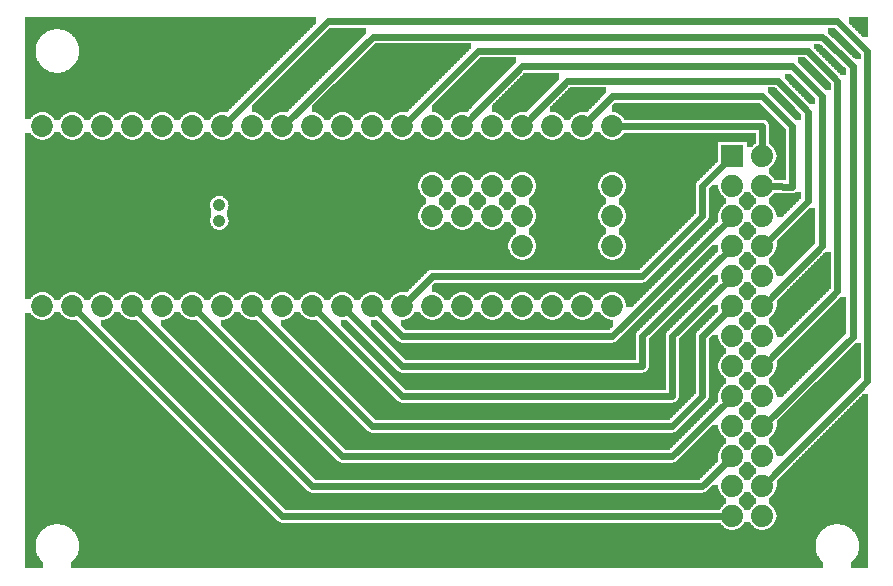
<source format=gtl>
G04 MADE WITH FRITZING*
G04 WWW.FRITZING.ORG*
G04 DOUBLE SIDED*
G04 HOLES PLATED*
G04 CONTOUR ON CENTER OF CONTOUR VECTOR*
%ASAXBY*%
%FSLAX23Y23*%
%MOIN*%
%OFA0B0*%
%SFA1.0B1.0*%
%ADD10C,0.075000*%
%ADD11C,0.072892*%
%ADD12C,0.042000*%
%ADD13C,0.074000*%
%ADD14R,0.074000X0.074000*%
%ADD15C,0.024000*%
%LNCOPPER1*%
G90*
G70*
G54D10*
X290Y1813D03*
X1230Y1722D03*
X1710Y1629D03*
X2091Y1388D03*
X960Y651D03*
X123Y788D03*
G54D11*
X98Y1515D03*
X1998Y1115D03*
X1398Y1215D03*
X1498Y1215D03*
X1598Y1215D03*
X1698Y1215D03*
X1398Y1315D03*
X1498Y1315D03*
X1598Y1315D03*
X1698Y1315D03*
X798Y1515D03*
X698Y1515D03*
X598Y1515D03*
X498Y1515D03*
X398Y1515D03*
X298Y1515D03*
X198Y1515D03*
X198Y915D03*
X1298Y915D03*
X1398Y915D03*
X1498Y915D03*
X1598Y915D03*
X1698Y915D03*
X1798Y915D03*
X1898Y915D03*
X1998Y915D03*
X298Y915D03*
X398Y915D03*
X498Y915D03*
X598Y915D03*
X698Y915D03*
X798Y915D03*
X898Y915D03*
X998Y915D03*
X1098Y915D03*
X1198Y915D03*
G54D12*
X688Y1251D03*
X688Y1199D03*
G54D11*
X998Y1515D03*
X898Y1515D03*
X1298Y1515D03*
X1398Y1515D03*
X1498Y1515D03*
X1598Y1515D03*
X1698Y1515D03*
X1798Y1515D03*
X1898Y1515D03*
X1998Y1515D03*
X98Y915D03*
X1998Y1215D03*
X1098Y1515D03*
X1198Y1515D03*
X1998Y1315D03*
X1698Y1115D03*
G54D13*
X2498Y1415D03*
X2498Y1315D03*
X2498Y1215D03*
X2498Y1115D03*
X2498Y1015D03*
X2498Y915D03*
X2498Y815D03*
X2498Y715D03*
X2498Y615D03*
X2498Y515D03*
X2498Y415D03*
X2498Y315D03*
X2498Y215D03*
X2398Y1415D03*
X2398Y1315D03*
X2398Y1215D03*
X2398Y1115D03*
X2398Y1015D03*
X2398Y915D03*
X2398Y815D03*
X2398Y715D03*
X2398Y615D03*
X2398Y515D03*
X2398Y415D03*
X2398Y315D03*
X2398Y215D03*
G54D14*
X2398Y1415D03*
G54D15*
X2376Y393D02*
X2298Y315D01*
D02*
X998Y315D02*
X420Y894D01*
D02*
X2298Y315D02*
X998Y315D01*
D02*
X2198Y415D02*
X1098Y415D01*
D02*
X1098Y415D02*
X620Y894D01*
D02*
X2376Y593D02*
X2198Y415D01*
D02*
X1298Y715D02*
X2098Y715D01*
D02*
X2098Y815D02*
X2376Y1093D01*
D02*
X2098Y715D02*
X2098Y815D01*
D02*
X1120Y894D02*
X1298Y715D01*
D02*
X1998Y815D02*
X1298Y815D01*
D02*
X1298Y815D02*
X1220Y894D01*
D02*
X2376Y1193D02*
X1998Y815D01*
D02*
X1398Y1015D02*
X2098Y1015D01*
D02*
X2298Y1215D02*
X2298Y1315D01*
D02*
X2298Y1315D02*
X2398Y1415D01*
D02*
X2098Y1015D02*
X2298Y1215D01*
D02*
X1320Y937D02*
X1398Y1015D01*
D02*
X2498Y1515D02*
X2498Y1447D01*
D02*
X2029Y1515D02*
X2498Y1515D01*
D02*
X2498Y1615D02*
X1998Y1616D01*
D02*
X2597Y1516D02*
X2498Y1615D01*
D02*
X2597Y1314D02*
X2597Y1516D01*
D02*
X1998Y1616D02*
X1920Y1537D01*
D02*
X2529Y1315D02*
X2597Y1314D01*
D02*
X2649Y1266D02*
X2520Y1137D01*
D02*
X2649Y1564D02*
X2649Y1266D01*
D02*
X2549Y1667D02*
X2649Y1564D01*
D02*
X1847Y1667D02*
X2549Y1667D01*
D02*
X1719Y1537D02*
X1847Y1667D01*
D02*
X2697Y1115D02*
X2697Y1616D01*
D02*
X2597Y1715D02*
X1696Y1715D01*
D02*
X2697Y1616D02*
X2597Y1715D01*
D02*
X1696Y1715D02*
X1520Y1537D01*
D02*
X2520Y937D02*
X2697Y1115D01*
D02*
X2748Y965D02*
X2520Y737D01*
D02*
X2748Y1667D02*
X2748Y965D01*
D02*
X2649Y1766D02*
X2748Y1667D01*
D02*
X1549Y1766D02*
X2649Y1766D01*
D02*
X1320Y1537D02*
X1549Y1766D01*
D02*
X2697Y1814D02*
X2799Y1715D01*
D02*
X1200Y1814D02*
X2697Y1814D01*
D02*
X920Y1537D02*
X1200Y1814D01*
D02*
X2799Y1715D02*
X2799Y814D01*
D02*
X2799Y814D02*
X2520Y537D01*
D02*
X2847Y1766D02*
X2847Y667D01*
D02*
X2847Y667D02*
X2520Y337D01*
D02*
X2748Y1866D02*
X2847Y1766D01*
D02*
X1049Y1866D02*
X2748Y1866D01*
D02*
X720Y1537D02*
X1049Y1866D01*
D02*
X2198Y815D02*
X2198Y615D01*
D02*
X2376Y993D02*
X2198Y815D01*
D02*
X2198Y615D02*
X1298Y615D01*
D02*
X1298Y615D02*
X1020Y894D01*
D02*
X1198Y515D02*
X820Y894D01*
D02*
X2198Y515D02*
X1198Y515D01*
D02*
X2298Y615D02*
X2198Y515D01*
D02*
X2298Y815D02*
X2298Y615D01*
D02*
X2376Y893D02*
X2298Y815D01*
D02*
X898Y215D02*
X2367Y215D01*
D02*
X220Y894D02*
X898Y215D01*
G36*
X40Y1879D02*
X40Y1839D01*
X158Y1839D01*
X158Y1837D01*
X168Y1837D01*
X168Y1835D01*
X174Y1835D01*
X174Y1833D01*
X178Y1833D01*
X178Y1831D01*
X182Y1831D01*
X182Y1829D01*
X186Y1829D01*
X186Y1827D01*
X188Y1827D01*
X188Y1825D01*
X190Y1825D01*
X190Y1823D01*
X194Y1823D01*
X194Y1821D01*
X196Y1821D01*
X196Y1819D01*
X198Y1819D01*
X198Y1817D01*
X200Y1817D01*
X200Y1815D01*
X202Y1815D01*
X202Y1813D01*
X204Y1813D01*
X204Y1811D01*
X206Y1811D01*
X206Y1807D01*
X208Y1807D01*
X208Y1805D01*
X210Y1805D01*
X210Y1801D01*
X212Y1801D01*
X212Y1799D01*
X214Y1799D01*
X214Y1793D01*
X216Y1793D01*
X216Y1789D01*
X218Y1789D01*
X218Y1783D01*
X220Y1783D01*
X220Y1769D01*
X222Y1769D01*
X222Y1761D01*
X220Y1761D01*
X220Y1749D01*
X218Y1749D01*
X218Y1743D01*
X216Y1743D01*
X216Y1737D01*
X214Y1737D01*
X214Y1733D01*
X212Y1733D01*
X212Y1729D01*
X210Y1729D01*
X210Y1727D01*
X208Y1727D01*
X208Y1723D01*
X206Y1723D01*
X206Y1721D01*
X204Y1721D01*
X204Y1719D01*
X202Y1719D01*
X202Y1717D01*
X200Y1717D01*
X200Y1715D01*
X198Y1715D01*
X198Y1713D01*
X196Y1713D01*
X196Y1711D01*
X194Y1711D01*
X194Y1709D01*
X192Y1709D01*
X192Y1707D01*
X188Y1707D01*
X188Y1705D01*
X186Y1705D01*
X186Y1703D01*
X182Y1703D01*
X182Y1701D01*
X178Y1701D01*
X178Y1699D01*
X174Y1699D01*
X174Y1697D01*
X168Y1697D01*
X168Y1695D01*
X162Y1695D01*
X162Y1693D01*
X846Y1693D01*
X846Y1695D01*
X848Y1695D01*
X848Y1697D01*
X850Y1697D01*
X850Y1699D01*
X852Y1699D01*
X852Y1701D01*
X854Y1701D01*
X854Y1703D01*
X856Y1703D01*
X856Y1705D01*
X858Y1705D01*
X858Y1707D01*
X860Y1707D01*
X860Y1709D01*
X862Y1709D01*
X862Y1711D01*
X864Y1711D01*
X864Y1713D01*
X866Y1713D01*
X866Y1715D01*
X868Y1715D01*
X868Y1717D01*
X870Y1717D01*
X870Y1719D01*
X872Y1719D01*
X872Y1721D01*
X874Y1721D01*
X874Y1723D01*
X876Y1723D01*
X876Y1725D01*
X878Y1725D01*
X878Y1727D01*
X880Y1727D01*
X880Y1729D01*
X882Y1729D01*
X882Y1731D01*
X884Y1731D01*
X884Y1733D01*
X886Y1733D01*
X886Y1735D01*
X888Y1735D01*
X888Y1737D01*
X890Y1737D01*
X890Y1739D01*
X892Y1739D01*
X892Y1741D01*
X894Y1741D01*
X894Y1743D01*
X896Y1743D01*
X896Y1745D01*
X898Y1745D01*
X898Y1747D01*
X900Y1747D01*
X900Y1749D01*
X902Y1749D01*
X902Y1751D01*
X904Y1751D01*
X904Y1753D01*
X906Y1753D01*
X906Y1755D01*
X908Y1755D01*
X908Y1757D01*
X910Y1757D01*
X910Y1759D01*
X912Y1759D01*
X912Y1761D01*
X914Y1761D01*
X914Y1763D01*
X916Y1763D01*
X916Y1765D01*
X918Y1765D01*
X918Y1767D01*
X920Y1767D01*
X920Y1769D01*
X922Y1769D01*
X922Y1771D01*
X924Y1771D01*
X924Y1773D01*
X926Y1773D01*
X926Y1775D01*
X928Y1775D01*
X928Y1777D01*
X930Y1777D01*
X930Y1779D01*
X932Y1779D01*
X932Y1781D01*
X934Y1781D01*
X934Y1783D01*
X936Y1783D01*
X936Y1785D01*
X938Y1785D01*
X938Y1787D01*
X940Y1787D01*
X940Y1789D01*
X942Y1789D01*
X942Y1791D01*
X944Y1791D01*
X944Y1793D01*
X946Y1793D01*
X946Y1795D01*
X948Y1795D01*
X948Y1797D01*
X950Y1797D01*
X950Y1799D01*
X952Y1799D01*
X952Y1801D01*
X954Y1801D01*
X954Y1803D01*
X956Y1803D01*
X956Y1805D01*
X958Y1805D01*
X958Y1807D01*
X960Y1807D01*
X960Y1809D01*
X962Y1809D01*
X962Y1811D01*
X964Y1811D01*
X964Y1813D01*
X966Y1813D01*
X966Y1815D01*
X968Y1815D01*
X968Y1817D01*
X970Y1817D01*
X970Y1819D01*
X972Y1819D01*
X972Y1821D01*
X974Y1821D01*
X974Y1823D01*
X976Y1823D01*
X976Y1825D01*
X978Y1825D01*
X978Y1827D01*
X980Y1827D01*
X980Y1829D01*
X982Y1829D01*
X982Y1831D01*
X984Y1831D01*
X984Y1833D01*
X986Y1833D01*
X986Y1835D01*
X988Y1835D01*
X988Y1837D01*
X990Y1837D01*
X990Y1839D01*
X992Y1839D01*
X992Y1841D01*
X994Y1841D01*
X994Y1843D01*
X996Y1843D01*
X996Y1845D01*
X998Y1845D01*
X998Y1847D01*
X1000Y1847D01*
X1000Y1849D01*
X1002Y1849D01*
X1002Y1851D01*
X1004Y1851D01*
X1004Y1853D01*
X1006Y1853D01*
X1006Y1855D01*
X1008Y1855D01*
X1008Y1857D01*
X1010Y1857D01*
X1010Y1859D01*
X1012Y1859D01*
X1012Y1879D01*
X40Y1879D01*
G37*
D02*
G36*
X40Y1839D02*
X40Y1693D01*
X136Y1693D01*
X136Y1695D01*
X128Y1695D01*
X128Y1697D01*
X122Y1697D01*
X122Y1699D01*
X118Y1699D01*
X118Y1701D01*
X114Y1701D01*
X114Y1703D01*
X110Y1703D01*
X110Y1705D01*
X108Y1705D01*
X108Y1707D01*
X104Y1707D01*
X104Y1709D01*
X102Y1709D01*
X102Y1711D01*
X100Y1711D01*
X100Y1713D01*
X98Y1713D01*
X98Y1715D01*
X96Y1715D01*
X96Y1717D01*
X94Y1717D01*
X94Y1719D01*
X92Y1719D01*
X92Y1721D01*
X90Y1721D01*
X90Y1725D01*
X88Y1725D01*
X88Y1727D01*
X86Y1727D01*
X86Y1731D01*
X84Y1731D01*
X84Y1733D01*
X82Y1733D01*
X82Y1739D01*
X80Y1739D01*
X80Y1743D01*
X78Y1743D01*
X78Y1749D01*
X76Y1749D01*
X76Y1781D01*
X78Y1781D01*
X78Y1789D01*
X80Y1789D01*
X80Y1793D01*
X82Y1793D01*
X82Y1797D01*
X84Y1797D01*
X84Y1801D01*
X86Y1801D01*
X86Y1805D01*
X88Y1805D01*
X88Y1807D01*
X90Y1807D01*
X90Y1811D01*
X92Y1811D01*
X92Y1813D01*
X94Y1813D01*
X94Y1815D01*
X96Y1815D01*
X96Y1817D01*
X98Y1817D01*
X98Y1819D01*
X100Y1819D01*
X100Y1821D01*
X102Y1821D01*
X102Y1823D01*
X106Y1823D01*
X106Y1825D01*
X108Y1825D01*
X108Y1827D01*
X112Y1827D01*
X112Y1829D01*
X114Y1829D01*
X114Y1831D01*
X118Y1831D01*
X118Y1833D01*
X124Y1833D01*
X124Y1835D01*
X130Y1835D01*
X130Y1837D01*
X138Y1837D01*
X138Y1839D01*
X40Y1839D01*
G37*
D02*
G36*
X40Y1693D02*
X40Y1691D01*
X844Y1691D01*
X844Y1693D01*
X40Y1693D01*
G37*
D02*
G36*
X40Y1693D02*
X40Y1691D01*
X844Y1691D01*
X844Y1693D01*
X40Y1693D01*
G37*
D02*
G36*
X40Y1691D02*
X40Y1563D01*
X602Y1563D01*
X602Y1561D01*
X610Y1561D01*
X610Y1559D01*
X616Y1559D01*
X616Y1557D01*
X620Y1557D01*
X620Y1555D01*
X622Y1555D01*
X622Y1553D01*
X626Y1553D01*
X626Y1551D01*
X628Y1551D01*
X628Y1549D01*
X630Y1549D01*
X630Y1547D01*
X632Y1547D01*
X632Y1545D01*
X634Y1545D01*
X634Y1541D01*
X636Y1541D01*
X636Y1539D01*
X638Y1539D01*
X638Y1535D01*
X658Y1535D01*
X658Y1539D01*
X660Y1539D01*
X660Y1541D01*
X662Y1541D01*
X662Y1545D01*
X664Y1545D01*
X664Y1547D01*
X666Y1547D01*
X666Y1549D01*
X668Y1549D01*
X668Y1551D01*
X672Y1551D01*
X672Y1553D01*
X674Y1553D01*
X674Y1555D01*
X676Y1555D01*
X676Y1557D01*
X680Y1557D01*
X680Y1559D01*
X686Y1559D01*
X686Y1561D01*
X694Y1561D01*
X694Y1563D01*
X716Y1563D01*
X716Y1565D01*
X718Y1565D01*
X718Y1567D01*
X720Y1567D01*
X720Y1569D01*
X722Y1569D01*
X722Y1571D01*
X724Y1571D01*
X724Y1573D01*
X726Y1573D01*
X726Y1575D01*
X728Y1575D01*
X728Y1577D01*
X730Y1577D01*
X730Y1579D01*
X732Y1579D01*
X732Y1581D01*
X734Y1581D01*
X734Y1583D01*
X736Y1583D01*
X736Y1585D01*
X738Y1585D01*
X738Y1587D01*
X740Y1587D01*
X740Y1589D01*
X742Y1589D01*
X742Y1591D01*
X744Y1591D01*
X744Y1593D01*
X746Y1593D01*
X746Y1595D01*
X748Y1595D01*
X748Y1597D01*
X750Y1597D01*
X750Y1599D01*
X752Y1599D01*
X752Y1601D01*
X754Y1601D01*
X754Y1603D01*
X756Y1603D01*
X756Y1605D01*
X758Y1605D01*
X758Y1607D01*
X760Y1607D01*
X760Y1609D01*
X762Y1609D01*
X762Y1611D01*
X764Y1611D01*
X764Y1613D01*
X766Y1613D01*
X766Y1615D01*
X768Y1615D01*
X768Y1617D01*
X770Y1617D01*
X770Y1619D01*
X772Y1619D01*
X772Y1621D01*
X774Y1621D01*
X774Y1623D01*
X776Y1623D01*
X776Y1625D01*
X778Y1625D01*
X778Y1627D01*
X780Y1627D01*
X780Y1629D01*
X782Y1629D01*
X782Y1631D01*
X784Y1631D01*
X784Y1633D01*
X786Y1633D01*
X786Y1635D01*
X788Y1635D01*
X788Y1637D01*
X790Y1637D01*
X790Y1639D01*
X792Y1639D01*
X792Y1641D01*
X794Y1641D01*
X794Y1643D01*
X796Y1643D01*
X796Y1645D01*
X798Y1645D01*
X798Y1647D01*
X800Y1647D01*
X800Y1649D01*
X802Y1649D01*
X802Y1651D01*
X804Y1651D01*
X804Y1653D01*
X806Y1653D01*
X806Y1655D01*
X808Y1655D01*
X808Y1657D01*
X810Y1657D01*
X810Y1659D01*
X812Y1659D01*
X812Y1661D01*
X814Y1661D01*
X814Y1663D01*
X816Y1663D01*
X816Y1665D01*
X818Y1665D01*
X818Y1667D01*
X820Y1667D01*
X820Y1669D01*
X822Y1669D01*
X822Y1671D01*
X824Y1671D01*
X824Y1673D01*
X826Y1673D01*
X826Y1675D01*
X828Y1675D01*
X828Y1677D01*
X830Y1677D01*
X830Y1679D01*
X832Y1679D01*
X832Y1681D01*
X834Y1681D01*
X834Y1683D01*
X836Y1683D01*
X836Y1685D01*
X838Y1685D01*
X838Y1687D01*
X840Y1687D01*
X840Y1689D01*
X842Y1689D01*
X842Y1691D01*
X40Y1691D01*
G37*
D02*
G36*
X40Y1563D02*
X40Y1539D01*
X60Y1539D01*
X60Y1541D01*
X62Y1541D01*
X62Y1545D01*
X64Y1545D01*
X64Y1547D01*
X66Y1547D01*
X66Y1549D01*
X68Y1549D01*
X68Y1551D01*
X72Y1551D01*
X72Y1553D01*
X74Y1553D01*
X74Y1555D01*
X76Y1555D01*
X76Y1557D01*
X80Y1557D01*
X80Y1559D01*
X86Y1559D01*
X86Y1561D01*
X94Y1561D01*
X94Y1563D01*
X40Y1563D01*
G37*
D02*
G36*
X102Y1563D02*
X102Y1561D01*
X110Y1561D01*
X110Y1559D01*
X116Y1559D01*
X116Y1557D01*
X120Y1557D01*
X120Y1555D01*
X122Y1555D01*
X122Y1553D01*
X126Y1553D01*
X126Y1551D01*
X128Y1551D01*
X128Y1549D01*
X130Y1549D01*
X130Y1547D01*
X132Y1547D01*
X132Y1545D01*
X134Y1545D01*
X134Y1541D01*
X136Y1541D01*
X136Y1539D01*
X138Y1539D01*
X138Y1535D01*
X158Y1535D01*
X158Y1539D01*
X160Y1539D01*
X160Y1541D01*
X162Y1541D01*
X162Y1545D01*
X164Y1545D01*
X164Y1547D01*
X166Y1547D01*
X166Y1549D01*
X168Y1549D01*
X168Y1551D01*
X172Y1551D01*
X172Y1553D01*
X174Y1553D01*
X174Y1555D01*
X176Y1555D01*
X176Y1557D01*
X180Y1557D01*
X180Y1559D01*
X186Y1559D01*
X186Y1561D01*
X194Y1561D01*
X194Y1563D01*
X102Y1563D01*
G37*
D02*
G36*
X202Y1563D02*
X202Y1561D01*
X210Y1561D01*
X210Y1559D01*
X216Y1559D01*
X216Y1557D01*
X220Y1557D01*
X220Y1555D01*
X222Y1555D01*
X222Y1553D01*
X226Y1553D01*
X226Y1551D01*
X228Y1551D01*
X228Y1549D01*
X230Y1549D01*
X230Y1547D01*
X232Y1547D01*
X232Y1545D01*
X234Y1545D01*
X234Y1541D01*
X236Y1541D01*
X236Y1539D01*
X238Y1539D01*
X238Y1535D01*
X258Y1535D01*
X258Y1539D01*
X260Y1539D01*
X260Y1541D01*
X262Y1541D01*
X262Y1545D01*
X264Y1545D01*
X264Y1547D01*
X266Y1547D01*
X266Y1549D01*
X268Y1549D01*
X268Y1551D01*
X272Y1551D01*
X272Y1553D01*
X274Y1553D01*
X274Y1555D01*
X276Y1555D01*
X276Y1557D01*
X280Y1557D01*
X280Y1559D01*
X286Y1559D01*
X286Y1561D01*
X294Y1561D01*
X294Y1563D01*
X202Y1563D01*
G37*
D02*
G36*
X302Y1563D02*
X302Y1561D01*
X310Y1561D01*
X310Y1559D01*
X316Y1559D01*
X316Y1557D01*
X320Y1557D01*
X320Y1555D01*
X322Y1555D01*
X322Y1553D01*
X326Y1553D01*
X326Y1551D01*
X328Y1551D01*
X328Y1549D01*
X330Y1549D01*
X330Y1547D01*
X332Y1547D01*
X332Y1545D01*
X334Y1545D01*
X334Y1541D01*
X336Y1541D01*
X336Y1539D01*
X338Y1539D01*
X338Y1535D01*
X358Y1535D01*
X358Y1539D01*
X360Y1539D01*
X360Y1541D01*
X362Y1541D01*
X362Y1545D01*
X364Y1545D01*
X364Y1547D01*
X366Y1547D01*
X366Y1549D01*
X368Y1549D01*
X368Y1551D01*
X372Y1551D01*
X372Y1553D01*
X374Y1553D01*
X374Y1555D01*
X376Y1555D01*
X376Y1557D01*
X380Y1557D01*
X380Y1559D01*
X386Y1559D01*
X386Y1561D01*
X394Y1561D01*
X394Y1563D01*
X302Y1563D01*
G37*
D02*
G36*
X402Y1563D02*
X402Y1561D01*
X410Y1561D01*
X410Y1559D01*
X416Y1559D01*
X416Y1557D01*
X420Y1557D01*
X420Y1555D01*
X422Y1555D01*
X422Y1553D01*
X426Y1553D01*
X426Y1551D01*
X428Y1551D01*
X428Y1549D01*
X430Y1549D01*
X430Y1547D01*
X432Y1547D01*
X432Y1545D01*
X434Y1545D01*
X434Y1541D01*
X436Y1541D01*
X436Y1539D01*
X438Y1539D01*
X438Y1535D01*
X458Y1535D01*
X458Y1539D01*
X460Y1539D01*
X460Y1541D01*
X462Y1541D01*
X462Y1545D01*
X464Y1545D01*
X464Y1547D01*
X466Y1547D01*
X466Y1549D01*
X468Y1549D01*
X468Y1551D01*
X472Y1551D01*
X472Y1553D01*
X474Y1553D01*
X474Y1555D01*
X476Y1555D01*
X476Y1557D01*
X480Y1557D01*
X480Y1559D01*
X486Y1559D01*
X486Y1561D01*
X494Y1561D01*
X494Y1563D01*
X402Y1563D01*
G37*
D02*
G36*
X502Y1563D02*
X502Y1561D01*
X510Y1561D01*
X510Y1559D01*
X516Y1559D01*
X516Y1557D01*
X520Y1557D01*
X520Y1555D01*
X522Y1555D01*
X522Y1553D01*
X526Y1553D01*
X526Y1551D01*
X528Y1551D01*
X528Y1549D01*
X530Y1549D01*
X530Y1547D01*
X532Y1547D01*
X532Y1545D01*
X534Y1545D01*
X534Y1541D01*
X536Y1541D01*
X536Y1539D01*
X538Y1539D01*
X538Y1535D01*
X558Y1535D01*
X558Y1539D01*
X560Y1539D01*
X560Y1541D01*
X562Y1541D01*
X562Y1545D01*
X564Y1545D01*
X564Y1547D01*
X566Y1547D01*
X566Y1549D01*
X568Y1549D01*
X568Y1551D01*
X572Y1551D01*
X572Y1553D01*
X574Y1553D01*
X574Y1555D01*
X576Y1555D01*
X576Y1557D01*
X580Y1557D01*
X580Y1559D01*
X586Y1559D01*
X586Y1561D01*
X594Y1561D01*
X594Y1563D01*
X502Y1563D01*
G37*
D02*
G36*
X2786Y1879D02*
X2786Y1859D01*
X2788Y1859D01*
X2788Y1857D01*
X2790Y1857D01*
X2790Y1855D01*
X2792Y1855D01*
X2792Y1853D01*
X2794Y1853D01*
X2794Y1851D01*
X2796Y1851D01*
X2796Y1849D01*
X2798Y1849D01*
X2798Y1847D01*
X2800Y1847D01*
X2800Y1845D01*
X2802Y1845D01*
X2802Y1843D01*
X2804Y1843D01*
X2804Y1841D01*
X2806Y1841D01*
X2806Y1839D01*
X2808Y1839D01*
X2808Y1837D01*
X2810Y1837D01*
X2810Y1835D01*
X2812Y1835D01*
X2812Y1833D01*
X2814Y1833D01*
X2814Y1831D01*
X2816Y1831D01*
X2816Y1829D01*
X2818Y1829D01*
X2818Y1827D01*
X2820Y1827D01*
X2820Y1825D01*
X2822Y1825D01*
X2822Y1823D01*
X2824Y1823D01*
X2824Y1821D01*
X2826Y1821D01*
X2826Y1819D01*
X2828Y1819D01*
X2828Y1817D01*
X2830Y1817D01*
X2830Y1815D01*
X2832Y1815D01*
X2832Y1813D01*
X2852Y1813D01*
X2852Y1879D01*
X2786Y1879D01*
G37*
D02*
G36*
X1056Y1843D02*
X1056Y1841D01*
X1054Y1841D01*
X1054Y1839D01*
X1052Y1839D01*
X1052Y1837D01*
X1050Y1837D01*
X1050Y1835D01*
X1048Y1835D01*
X1048Y1833D01*
X1046Y1833D01*
X1046Y1831D01*
X1044Y1831D01*
X1044Y1829D01*
X1042Y1829D01*
X1042Y1827D01*
X1040Y1827D01*
X1040Y1825D01*
X1038Y1825D01*
X1038Y1823D01*
X1036Y1823D01*
X1036Y1821D01*
X1034Y1821D01*
X1034Y1819D01*
X1032Y1819D01*
X1032Y1817D01*
X1030Y1817D01*
X1030Y1815D01*
X1028Y1815D01*
X1028Y1813D01*
X1026Y1813D01*
X1026Y1811D01*
X1024Y1811D01*
X1024Y1809D01*
X1022Y1809D01*
X1022Y1807D01*
X1020Y1807D01*
X1020Y1805D01*
X1018Y1805D01*
X1018Y1803D01*
X1016Y1803D01*
X1016Y1801D01*
X1014Y1801D01*
X1014Y1799D01*
X1012Y1799D01*
X1012Y1797D01*
X1010Y1797D01*
X1010Y1795D01*
X1008Y1795D01*
X1008Y1793D01*
X1006Y1793D01*
X1006Y1791D01*
X1004Y1791D01*
X1004Y1789D01*
X1002Y1789D01*
X1002Y1787D01*
X1000Y1787D01*
X1000Y1785D01*
X998Y1785D01*
X998Y1783D01*
X996Y1783D01*
X996Y1781D01*
X994Y1781D01*
X994Y1779D01*
X992Y1779D01*
X992Y1777D01*
X990Y1777D01*
X990Y1775D01*
X988Y1775D01*
X988Y1773D01*
X986Y1773D01*
X986Y1771D01*
X984Y1771D01*
X984Y1769D01*
X982Y1769D01*
X982Y1767D01*
X980Y1767D01*
X980Y1765D01*
X978Y1765D01*
X978Y1763D01*
X976Y1763D01*
X976Y1761D01*
X974Y1761D01*
X974Y1759D01*
X972Y1759D01*
X972Y1757D01*
X970Y1757D01*
X970Y1755D01*
X968Y1755D01*
X968Y1753D01*
X966Y1753D01*
X966Y1751D01*
X964Y1751D01*
X964Y1749D01*
X962Y1749D01*
X962Y1747D01*
X960Y1747D01*
X960Y1745D01*
X958Y1745D01*
X958Y1743D01*
X956Y1743D01*
X956Y1741D01*
X954Y1741D01*
X954Y1739D01*
X952Y1739D01*
X952Y1737D01*
X950Y1737D01*
X950Y1735D01*
X948Y1735D01*
X948Y1733D01*
X946Y1733D01*
X946Y1731D01*
X944Y1731D01*
X944Y1729D01*
X942Y1729D01*
X942Y1727D01*
X940Y1727D01*
X940Y1725D01*
X938Y1725D01*
X938Y1723D01*
X936Y1723D01*
X936Y1721D01*
X934Y1721D01*
X934Y1719D01*
X932Y1719D01*
X932Y1717D01*
X930Y1717D01*
X930Y1715D01*
X928Y1715D01*
X928Y1713D01*
X926Y1713D01*
X926Y1711D01*
X924Y1711D01*
X924Y1709D01*
X922Y1709D01*
X922Y1707D01*
X920Y1707D01*
X920Y1705D01*
X918Y1705D01*
X918Y1703D01*
X916Y1703D01*
X916Y1701D01*
X914Y1701D01*
X914Y1699D01*
X912Y1699D01*
X912Y1697D01*
X910Y1697D01*
X910Y1695D01*
X908Y1695D01*
X908Y1693D01*
X906Y1693D01*
X906Y1691D01*
X904Y1691D01*
X904Y1689D01*
X902Y1689D01*
X902Y1687D01*
X900Y1687D01*
X900Y1685D01*
X898Y1685D01*
X898Y1683D01*
X896Y1683D01*
X896Y1681D01*
X894Y1681D01*
X894Y1679D01*
X892Y1679D01*
X892Y1677D01*
X890Y1677D01*
X890Y1675D01*
X888Y1675D01*
X888Y1673D01*
X886Y1673D01*
X886Y1671D01*
X884Y1671D01*
X884Y1669D01*
X882Y1669D01*
X882Y1667D01*
X880Y1667D01*
X880Y1665D01*
X878Y1665D01*
X878Y1663D01*
X876Y1663D01*
X876Y1661D01*
X874Y1661D01*
X874Y1659D01*
X872Y1659D01*
X872Y1657D01*
X870Y1657D01*
X870Y1655D01*
X868Y1655D01*
X868Y1653D01*
X866Y1653D01*
X866Y1651D01*
X864Y1651D01*
X864Y1649D01*
X862Y1649D01*
X862Y1647D01*
X860Y1647D01*
X860Y1645D01*
X858Y1645D01*
X858Y1643D01*
X856Y1643D01*
X856Y1641D01*
X854Y1641D01*
X854Y1639D01*
X852Y1639D01*
X852Y1637D01*
X850Y1637D01*
X850Y1635D01*
X848Y1635D01*
X848Y1633D01*
X846Y1633D01*
X846Y1631D01*
X844Y1631D01*
X844Y1629D01*
X842Y1629D01*
X842Y1627D01*
X840Y1627D01*
X840Y1625D01*
X838Y1625D01*
X838Y1623D01*
X836Y1623D01*
X836Y1621D01*
X834Y1621D01*
X834Y1619D01*
X832Y1619D01*
X832Y1617D01*
X830Y1617D01*
X830Y1615D01*
X828Y1615D01*
X828Y1613D01*
X826Y1613D01*
X826Y1611D01*
X824Y1611D01*
X824Y1609D01*
X822Y1609D01*
X822Y1607D01*
X820Y1607D01*
X820Y1605D01*
X818Y1605D01*
X818Y1603D01*
X816Y1603D01*
X816Y1601D01*
X814Y1601D01*
X814Y1599D01*
X812Y1599D01*
X812Y1597D01*
X810Y1597D01*
X810Y1595D01*
X808Y1595D01*
X808Y1593D01*
X806Y1593D01*
X806Y1591D01*
X804Y1591D01*
X804Y1589D01*
X802Y1589D01*
X802Y1587D01*
X800Y1587D01*
X800Y1585D01*
X798Y1585D01*
X798Y1583D01*
X796Y1583D01*
X796Y1563D01*
X802Y1563D01*
X802Y1561D01*
X810Y1561D01*
X810Y1559D01*
X816Y1559D01*
X816Y1557D01*
X820Y1557D01*
X820Y1555D01*
X822Y1555D01*
X822Y1553D01*
X826Y1553D01*
X826Y1551D01*
X828Y1551D01*
X828Y1549D01*
X830Y1549D01*
X830Y1547D01*
X832Y1547D01*
X832Y1545D01*
X834Y1545D01*
X834Y1541D01*
X836Y1541D01*
X836Y1539D01*
X838Y1539D01*
X838Y1535D01*
X858Y1535D01*
X858Y1539D01*
X860Y1539D01*
X860Y1541D01*
X862Y1541D01*
X862Y1545D01*
X864Y1545D01*
X864Y1547D01*
X866Y1547D01*
X866Y1549D01*
X868Y1549D01*
X868Y1551D01*
X872Y1551D01*
X872Y1553D01*
X874Y1553D01*
X874Y1555D01*
X876Y1555D01*
X876Y1557D01*
X880Y1557D01*
X880Y1559D01*
X886Y1559D01*
X886Y1561D01*
X894Y1561D01*
X894Y1563D01*
X916Y1563D01*
X916Y1565D01*
X918Y1565D01*
X918Y1567D01*
X920Y1567D01*
X920Y1569D01*
X922Y1569D01*
X922Y1571D01*
X924Y1571D01*
X924Y1573D01*
X926Y1573D01*
X926Y1575D01*
X928Y1575D01*
X928Y1577D01*
X930Y1577D01*
X930Y1579D01*
X932Y1579D01*
X932Y1581D01*
X934Y1581D01*
X934Y1583D01*
X936Y1583D01*
X936Y1585D01*
X938Y1585D01*
X938Y1587D01*
X940Y1587D01*
X940Y1589D01*
X942Y1589D01*
X942Y1591D01*
X944Y1591D01*
X944Y1593D01*
X946Y1593D01*
X946Y1595D01*
X948Y1595D01*
X948Y1597D01*
X950Y1597D01*
X950Y1599D01*
X952Y1599D01*
X952Y1601D01*
X954Y1601D01*
X954Y1603D01*
X956Y1603D01*
X956Y1605D01*
X958Y1605D01*
X958Y1607D01*
X960Y1607D01*
X960Y1609D01*
X962Y1609D01*
X962Y1611D01*
X964Y1611D01*
X964Y1613D01*
X966Y1613D01*
X966Y1615D01*
X968Y1615D01*
X968Y1617D01*
X970Y1617D01*
X970Y1619D01*
X972Y1619D01*
X972Y1621D01*
X974Y1621D01*
X974Y1623D01*
X976Y1623D01*
X976Y1625D01*
X978Y1625D01*
X978Y1627D01*
X980Y1627D01*
X980Y1629D01*
X982Y1629D01*
X982Y1631D01*
X984Y1631D01*
X984Y1633D01*
X986Y1633D01*
X986Y1635D01*
X988Y1635D01*
X988Y1637D01*
X990Y1637D01*
X990Y1639D01*
X992Y1639D01*
X992Y1641D01*
X994Y1641D01*
X994Y1643D01*
X996Y1643D01*
X996Y1645D01*
X998Y1645D01*
X998Y1647D01*
X1000Y1647D01*
X1000Y1649D01*
X1002Y1649D01*
X1002Y1651D01*
X1004Y1651D01*
X1004Y1653D01*
X1006Y1653D01*
X1006Y1655D01*
X1008Y1655D01*
X1008Y1657D01*
X1010Y1657D01*
X1010Y1659D01*
X1012Y1659D01*
X1012Y1661D01*
X1014Y1661D01*
X1014Y1663D01*
X1016Y1663D01*
X1016Y1665D01*
X1018Y1665D01*
X1018Y1667D01*
X1020Y1667D01*
X1020Y1669D01*
X1022Y1669D01*
X1022Y1671D01*
X1024Y1671D01*
X1024Y1673D01*
X1026Y1673D01*
X1026Y1675D01*
X1028Y1675D01*
X1028Y1677D01*
X1030Y1677D01*
X1030Y1679D01*
X1032Y1679D01*
X1032Y1681D01*
X1034Y1681D01*
X1034Y1683D01*
X1036Y1683D01*
X1036Y1685D01*
X1038Y1685D01*
X1038Y1687D01*
X1040Y1687D01*
X1040Y1689D01*
X1042Y1689D01*
X1042Y1691D01*
X1044Y1691D01*
X1044Y1693D01*
X1046Y1693D01*
X1046Y1695D01*
X1048Y1695D01*
X1048Y1697D01*
X1050Y1697D01*
X1050Y1699D01*
X1052Y1699D01*
X1052Y1701D01*
X1054Y1701D01*
X1054Y1703D01*
X1056Y1703D01*
X1056Y1705D01*
X1058Y1705D01*
X1058Y1707D01*
X1060Y1707D01*
X1060Y1709D01*
X1062Y1709D01*
X1062Y1711D01*
X1064Y1711D01*
X1064Y1713D01*
X1068Y1713D01*
X1068Y1715D01*
X1070Y1715D01*
X1070Y1717D01*
X1072Y1717D01*
X1072Y1719D01*
X1074Y1719D01*
X1074Y1721D01*
X1076Y1721D01*
X1076Y1723D01*
X1078Y1723D01*
X1078Y1725D01*
X1080Y1725D01*
X1080Y1727D01*
X1082Y1727D01*
X1082Y1729D01*
X1084Y1729D01*
X1084Y1731D01*
X1086Y1731D01*
X1086Y1733D01*
X1088Y1733D01*
X1088Y1735D01*
X1090Y1735D01*
X1090Y1737D01*
X1092Y1737D01*
X1092Y1739D01*
X1094Y1739D01*
X1094Y1741D01*
X1096Y1741D01*
X1096Y1743D01*
X1098Y1743D01*
X1098Y1745D01*
X1100Y1745D01*
X1100Y1747D01*
X1102Y1747D01*
X1102Y1749D01*
X1104Y1749D01*
X1104Y1751D01*
X1106Y1751D01*
X1106Y1753D01*
X1108Y1753D01*
X1108Y1755D01*
X1110Y1755D01*
X1110Y1757D01*
X1112Y1757D01*
X1112Y1759D01*
X1114Y1759D01*
X1114Y1761D01*
X1116Y1761D01*
X1116Y1763D01*
X1118Y1763D01*
X1118Y1765D01*
X1120Y1765D01*
X1120Y1767D01*
X1122Y1767D01*
X1122Y1769D01*
X1124Y1769D01*
X1124Y1771D01*
X1126Y1771D01*
X1126Y1773D01*
X1128Y1773D01*
X1128Y1775D01*
X1130Y1775D01*
X1130Y1777D01*
X1132Y1777D01*
X1132Y1779D01*
X1134Y1779D01*
X1134Y1781D01*
X1136Y1781D01*
X1136Y1783D01*
X1138Y1783D01*
X1138Y1785D01*
X1140Y1785D01*
X1140Y1787D01*
X1142Y1787D01*
X1142Y1789D01*
X1144Y1789D01*
X1144Y1791D01*
X1146Y1791D01*
X1146Y1793D01*
X1148Y1793D01*
X1148Y1795D01*
X1150Y1795D01*
X1150Y1797D01*
X1152Y1797D01*
X1152Y1799D01*
X1154Y1799D01*
X1154Y1801D01*
X1156Y1801D01*
X1156Y1803D01*
X1158Y1803D01*
X1158Y1805D01*
X1160Y1805D01*
X1160Y1807D01*
X1162Y1807D01*
X1162Y1809D01*
X1164Y1809D01*
X1164Y1811D01*
X1166Y1811D01*
X1166Y1813D01*
X1168Y1813D01*
X1168Y1815D01*
X1170Y1815D01*
X1170Y1817D01*
X1172Y1817D01*
X1172Y1819D01*
X1174Y1819D01*
X1174Y1821D01*
X1176Y1821D01*
X1176Y1823D01*
X1178Y1823D01*
X1178Y1843D01*
X1056Y1843D01*
G37*
D02*
G36*
X2718Y1843D02*
X2718Y1823D01*
X2720Y1823D01*
X2720Y1821D01*
X2722Y1821D01*
X2722Y1819D01*
X2724Y1819D01*
X2724Y1817D01*
X2726Y1817D01*
X2726Y1815D01*
X2728Y1815D01*
X2728Y1813D01*
X2730Y1813D01*
X2730Y1811D01*
X2732Y1811D01*
X2732Y1809D01*
X2736Y1809D01*
X2736Y1807D01*
X2738Y1807D01*
X2738Y1805D01*
X2740Y1805D01*
X2740Y1803D01*
X2742Y1803D01*
X2742Y1801D01*
X2744Y1801D01*
X2744Y1799D01*
X2746Y1799D01*
X2746Y1797D01*
X2748Y1797D01*
X2748Y1795D01*
X2750Y1795D01*
X2750Y1793D01*
X2752Y1793D01*
X2752Y1791D01*
X2754Y1791D01*
X2754Y1789D01*
X2756Y1789D01*
X2756Y1787D01*
X2758Y1787D01*
X2758Y1785D01*
X2760Y1785D01*
X2760Y1783D01*
X2762Y1783D01*
X2762Y1781D01*
X2764Y1781D01*
X2764Y1779D01*
X2766Y1779D01*
X2766Y1777D01*
X2768Y1777D01*
X2768Y1775D01*
X2770Y1775D01*
X2770Y1773D01*
X2772Y1773D01*
X2772Y1771D01*
X2774Y1771D01*
X2774Y1769D01*
X2776Y1769D01*
X2776Y1767D01*
X2778Y1767D01*
X2778Y1765D01*
X2780Y1765D01*
X2780Y1763D01*
X2782Y1763D01*
X2782Y1761D01*
X2784Y1761D01*
X2784Y1759D01*
X2786Y1759D01*
X2786Y1757D01*
X2788Y1757D01*
X2788Y1755D01*
X2790Y1755D01*
X2790Y1753D01*
X2792Y1753D01*
X2792Y1751D01*
X2796Y1751D01*
X2796Y1749D01*
X2798Y1749D01*
X2798Y1747D01*
X2800Y1747D01*
X2800Y1745D01*
X2802Y1745D01*
X2802Y1743D01*
X2804Y1743D01*
X2804Y1741D01*
X2806Y1741D01*
X2806Y1739D01*
X2826Y1739D01*
X2826Y1757D01*
X2824Y1757D01*
X2824Y1759D01*
X2822Y1759D01*
X2822Y1761D01*
X2820Y1761D01*
X2820Y1763D01*
X2818Y1763D01*
X2818Y1765D01*
X2816Y1765D01*
X2816Y1767D01*
X2814Y1767D01*
X2814Y1769D01*
X2812Y1769D01*
X2812Y1771D01*
X2810Y1771D01*
X2810Y1773D01*
X2808Y1773D01*
X2808Y1775D01*
X2806Y1775D01*
X2806Y1777D01*
X2804Y1777D01*
X2804Y1779D01*
X2802Y1779D01*
X2802Y1781D01*
X2800Y1781D01*
X2800Y1783D01*
X2798Y1783D01*
X2798Y1785D01*
X2796Y1785D01*
X2796Y1787D01*
X2794Y1787D01*
X2794Y1789D01*
X2792Y1789D01*
X2792Y1791D01*
X2790Y1791D01*
X2790Y1793D01*
X2788Y1793D01*
X2788Y1795D01*
X2786Y1795D01*
X2786Y1797D01*
X2784Y1797D01*
X2784Y1799D01*
X2782Y1799D01*
X2782Y1801D01*
X2780Y1801D01*
X2780Y1803D01*
X2778Y1803D01*
X2778Y1805D01*
X2776Y1805D01*
X2776Y1807D01*
X2774Y1807D01*
X2774Y1809D01*
X2772Y1809D01*
X2772Y1811D01*
X2770Y1811D01*
X2770Y1813D01*
X2768Y1813D01*
X2768Y1815D01*
X2766Y1815D01*
X2766Y1817D01*
X2764Y1817D01*
X2764Y1819D01*
X2762Y1819D01*
X2762Y1821D01*
X2760Y1821D01*
X2760Y1823D01*
X2758Y1823D01*
X2758Y1825D01*
X2756Y1825D01*
X2756Y1827D01*
X2754Y1827D01*
X2754Y1829D01*
X2752Y1829D01*
X2752Y1831D01*
X2750Y1831D01*
X2750Y1833D01*
X2748Y1833D01*
X2748Y1835D01*
X2746Y1835D01*
X2746Y1837D01*
X2744Y1837D01*
X2744Y1839D01*
X2742Y1839D01*
X2742Y1841D01*
X2740Y1841D01*
X2740Y1843D01*
X2718Y1843D01*
G37*
D02*
G36*
X1208Y1793D02*
X1208Y1791D01*
X1206Y1791D01*
X1206Y1789D01*
X1204Y1789D01*
X1204Y1787D01*
X1202Y1787D01*
X1202Y1785D01*
X1200Y1785D01*
X1200Y1783D01*
X1198Y1783D01*
X1198Y1781D01*
X1196Y1781D01*
X1196Y1779D01*
X1194Y1779D01*
X1194Y1777D01*
X1192Y1777D01*
X1192Y1775D01*
X1190Y1775D01*
X1190Y1773D01*
X1188Y1773D01*
X1188Y1771D01*
X1186Y1771D01*
X1186Y1769D01*
X1184Y1769D01*
X1184Y1767D01*
X1182Y1767D01*
X1182Y1765D01*
X1180Y1765D01*
X1180Y1763D01*
X1178Y1763D01*
X1178Y1761D01*
X1176Y1761D01*
X1176Y1759D01*
X1174Y1759D01*
X1174Y1757D01*
X1172Y1757D01*
X1172Y1755D01*
X1170Y1755D01*
X1170Y1753D01*
X1168Y1753D01*
X1168Y1751D01*
X1166Y1751D01*
X1166Y1749D01*
X1164Y1749D01*
X1164Y1747D01*
X1162Y1747D01*
X1162Y1745D01*
X1160Y1745D01*
X1160Y1743D01*
X1158Y1743D01*
X1158Y1741D01*
X1156Y1741D01*
X1156Y1739D01*
X1154Y1739D01*
X1154Y1737D01*
X1152Y1737D01*
X1152Y1735D01*
X1150Y1735D01*
X1150Y1733D01*
X1148Y1733D01*
X1148Y1731D01*
X1146Y1731D01*
X1146Y1729D01*
X1144Y1729D01*
X1144Y1727D01*
X1142Y1727D01*
X1142Y1725D01*
X1140Y1725D01*
X1140Y1723D01*
X1138Y1723D01*
X1138Y1721D01*
X1136Y1721D01*
X1136Y1719D01*
X1134Y1719D01*
X1134Y1717D01*
X1132Y1717D01*
X1132Y1715D01*
X1130Y1715D01*
X1130Y1713D01*
X1128Y1713D01*
X1128Y1711D01*
X1126Y1711D01*
X1126Y1709D01*
X1124Y1709D01*
X1124Y1707D01*
X1122Y1707D01*
X1122Y1705D01*
X1120Y1705D01*
X1120Y1703D01*
X1118Y1703D01*
X1118Y1701D01*
X1116Y1701D01*
X1116Y1699D01*
X1114Y1699D01*
X1114Y1697D01*
X1112Y1697D01*
X1112Y1695D01*
X1110Y1695D01*
X1110Y1693D01*
X1108Y1693D01*
X1108Y1691D01*
X1106Y1691D01*
X1106Y1689D01*
X1104Y1689D01*
X1104Y1687D01*
X1102Y1687D01*
X1102Y1685D01*
X1100Y1685D01*
X1100Y1683D01*
X1098Y1683D01*
X1098Y1681D01*
X1096Y1681D01*
X1096Y1679D01*
X1094Y1679D01*
X1094Y1677D01*
X1092Y1677D01*
X1092Y1675D01*
X1090Y1675D01*
X1090Y1673D01*
X1088Y1673D01*
X1088Y1671D01*
X1086Y1671D01*
X1086Y1669D01*
X1084Y1669D01*
X1084Y1667D01*
X1082Y1667D01*
X1082Y1665D01*
X1080Y1665D01*
X1080Y1663D01*
X1078Y1663D01*
X1078Y1661D01*
X1076Y1661D01*
X1076Y1659D01*
X1074Y1659D01*
X1074Y1657D01*
X1070Y1657D01*
X1070Y1655D01*
X1068Y1655D01*
X1068Y1653D01*
X1066Y1653D01*
X1066Y1651D01*
X1064Y1651D01*
X1064Y1649D01*
X1062Y1649D01*
X1062Y1647D01*
X1060Y1647D01*
X1060Y1645D01*
X1058Y1645D01*
X1058Y1643D01*
X1056Y1643D01*
X1056Y1641D01*
X1054Y1641D01*
X1054Y1639D01*
X1052Y1639D01*
X1052Y1637D01*
X1050Y1637D01*
X1050Y1635D01*
X1048Y1635D01*
X1048Y1633D01*
X1046Y1633D01*
X1046Y1631D01*
X1044Y1631D01*
X1044Y1629D01*
X1042Y1629D01*
X1042Y1627D01*
X1040Y1627D01*
X1040Y1625D01*
X1038Y1625D01*
X1038Y1623D01*
X1036Y1623D01*
X1036Y1621D01*
X1034Y1621D01*
X1034Y1619D01*
X1032Y1619D01*
X1032Y1617D01*
X1030Y1617D01*
X1030Y1615D01*
X1028Y1615D01*
X1028Y1613D01*
X1026Y1613D01*
X1026Y1611D01*
X1024Y1611D01*
X1024Y1609D01*
X1022Y1609D01*
X1022Y1607D01*
X1020Y1607D01*
X1020Y1605D01*
X1018Y1605D01*
X1018Y1603D01*
X1016Y1603D01*
X1016Y1601D01*
X1014Y1601D01*
X1014Y1599D01*
X1012Y1599D01*
X1012Y1597D01*
X1010Y1597D01*
X1010Y1595D01*
X1008Y1595D01*
X1008Y1593D01*
X1006Y1593D01*
X1006Y1591D01*
X1004Y1591D01*
X1004Y1589D01*
X1002Y1589D01*
X1002Y1587D01*
X1000Y1587D01*
X1000Y1585D01*
X998Y1585D01*
X998Y1583D01*
X996Y1583D01*
X996Y1563D01*
X1202Y1563D01*
X1202Y1561D01*
X1210Y1561D01*
X1210Y1559D01*
X1216Y1559D01*
X1216Y1557D01*
X1220Y1557D01*
X1220Y1555D01*
X1222Y1555D01*
X1222Y1553D01*
X1226Y1553D01*
X1226Y1551D01*
X1228Y1551D01*
X1228Y1549D01*
X1230Y1549D01*
X1230Y1547D01*
X1232Y1547D01*
X1232Y1545D01*
X1234Y1545D01*
X1234Y1541D01*
X1236Y1541D01*
X1236Y1539D01*
X1238Y1539D01*
X1238Y1535D01*
X1258Y1535D01*
X1258Y1539D01*
X1260Y1539D01*
X1260Y1541D01*
X1262Y1541D01*
X1262Y1545D01*
X1264Y1545D01*
X1264Y1547D01*
X1266Y1547D01*
X1266Y1549D01*
X1268Y1549D01*
X1268Y1551D01*
X1272Y1551D01*
X1272Y1553D01*
X1274Y1553D01*
X1274Y1555D01*
X1276Y1555D01*
X1276Y1557D01*
X1280Y1557D01*
X1280Y1559D01*
X1286Y1559D01*
X1286Y1561D01*
X1294Y1561D01*
X1294Y1563D01*
X1316Y1563D01*
X1316Y1565D01*
X1318Y1565D01*
X1318Y1567D01*
X1320Y1567D01*
X1320Y1569D01*
X1322Y1569D01*
X1322Y1571D01*
X1324Y1571D01*
X1324Y1573D01*
X1326Y1573D01*
X1326Y1575D01*
X1328Y1575D01*
X1328Y1577D01*
X1330Y1577D01*
X1330Y1579D01*
X1332Y1579D01*
X1332Y1581D01*
X1334Y1581D01*
X1334Y1583D01*
X1336Y1583D01*
X1336Y1585D01*
X1338Y1585D01*
X1338Y1587D01*
X1340Y1587D01*
X1340Y1589D01*
X1342Y1589D01*
X1342Y1591D01*
X1344Y1591D01*
X1344Y1593D01*
X1346Y1593D01*
X1346Y1595D01*
X1348Y1595D01*
X1348Y1597D01*
X1350Y1597D01*
X1350Y1599D01*
X1352Y1599D01*
X1352Y1601D01*
X1354Y1601D01*
X1354Y1603D01*
X1356Y1603D01*
X1356Y1605D01*
X1358Y1605D01*
X1358Y1607D01*
X1360Y1607D01*
X1360Y1609D01*
X1362Y1609D01*
X1362Y1611D01*
X1364Y1611D01*
X1364Y1613D01*
X1366Y1613D01*
X1366Y1615D01*
X1368Y1615D01*
X1368Y1617D01*
X1370Y1617D01*
X1370Y1619D01*
X1372Y1619D01*
X1372Y1621D01*
X1374Y1621D01*
X1374Y1623D01*
X1376Y1623D01*
X1376Y1625D01*
X1378Y1625D01*
X1378Y1627D01*
X1380Y1627D01*
X1380Y1629D01*
X1382Y1629D01*
X1382Y1631D01*
X1384Y1631D01*
X1384Y1633D01*
X1386Y1633D01*
X1386Y1635D01*
X1388Y1635D01*
X1388Y1637D01*
X1390Y1637D01*
X1390Y1639D01*
X1392Y1639D01*
X1392Y1641D01*
X1394Y1641D01*
X1394Y1643D01*
X1396Y1643D01*
X1396Y1645D01*
X1398Y1645D01*
X1398Y1647D01*
X1400Y1647D01*
X1400Y1649D01*
X1402Y1649D01*
X1402Y1651D01*
X1404Y1651D01*
X1404Y1653D01*
X1406Y1653D01*
X1406Y1655D01*
X1408Y1655D01*
X1408Y1657D01*
X1410Y1657D01*
X1410Y1659D01*
X1412Y1659D01*
X1412Y1661D01*
X1414Y1661D01*
X1414Y1663D01*
X1416Y1663D01*
X1416Y1665D01*
X1418Y1665D01*
X1418Y1667D01*
X1420Y1667D01*
X1420Y1669D01*
X1422Y1669D01*
X1422Y1671D01*
X1424Y1671D01*
X1424Y1673D01*
X1426Y1673D01*
X1426Y1675D01*
X1428Y1675D01*
X1428Y1677D01*
X1430Y1677D01*
X1430Y1679D01*
X1432Y1679D01*
X1432Y1681D01*
X1434Y1681D01*
X1434Y1683D01*
X1436Y1683D01*
X1436Y1685D01*
X1438Y1685D01*
X1438Y1687D01*
X1440Y1687D01*
X1440Y1689D01*
X1442Y1689D01*
X1442Y1691D01*
X1444Y1691D01*
X1444Y1693D01*
X1446Y1693D01*
X1446Y1695D01*
X1448Y1695D01*
X1448Y1697D01*
X1450Y1697D01*
X1450Y1699D01*
X1452Y1699D01*
X1452Y1701D01*
X1454Y1701D01*
X1454Y1703D01*
X1456Y1703D01*
X1456Y1705D01*
X1458Y1705D01*
X1458Y1707D01*
X1460Y1707D01*
X1460Y1709D01*
X1462Y1709D01*
X1462Y1711D01*
X1464Y1711D01*
X1464Y1713D01*
X1466Y1713D01*
X1466Y1715D01*
X1468Y1715D01*
X1468Y1717D01*
X1470Y1717D01*
X1470Y1719D01*
X1472Y1719D01*
X1472Y1721D01*
X1474Y1721D01*
X1474Y1723D01*
X1476Y1723D01*
X1476Y1725D01*
X1478Y1725D01*
X1478Y1727D01*
X1480Y1727D01*
X1480Y1729D01*
X1482Y1729D01*
X1482Y1731D01*
X1484Y1731D01*
X1484Y1733D01*
X1486Y1733D01*
X1486Y1735D01*
X1488Y1735D01*
X1488Y1737D01*
X1490Y1737D01*
X1490Y1739D01*
X1492Y1739D01*
X1492Y1741D01*
X1494Y1741D01*
X1494Y1743D01*
X1496Y1743D01*
X1496Y1745D01*
X1498Y1745D01*
X1498Y1747D01*
X1500Y1747D01*
X1500Y1749D01*
X1502Y1749D01*
X1502Y1751D01*
X1504Y1751D01*
X1504Y1753D01*
X1506Y1753D01*
X1506Y1755D01*
X1508Y1755D01*
X1508Y1757D01*
X1510Y1757D01*
X1510Y1759D01*
X1512Y1759D01*
X1512Y1761D01*
X1514Y1761D01*
X1514Y1763D01*
X1516Y1763D01*
X1516Y1765D01*
X1518Y1765D01*
X1518Y1767D01*
X1520Y1767D01*
X1520Y1769D01*
X1522Y1769D01*
X1522Y1771D01*
X1524Y1771D01*
X1524Y1773D01*
X1526Y1773D01*
X1526Y1793D01*
X1208Y1793D01*
G37*
D02*
G36*
X1002Y1563D02*
X1002Y1561D01*
X1010Y1561D01*
X1010Y1559D01*
X1016Y1559D01*
X1016Y1557D01*
X1020Y1557D01*
X1020Y1555D01*
X1022Y1555D01*
X1022Y1553D01*
X1026Y1553D01*
X1026Y1551D01*
X1028Y1551D01*
X1028Y1549D01*
X1030Y1549D01*
X1030Y1547D01*
X1032Y1547D01*
X1032Y1545D01*
X1034Y1545D01*
X1034Y1541D01*
X1036Y1541D01*
X1036Y1539D01*
X1038Y1539D01*
X1038Y1535D01*
X1058Y1535D01*
X1058Y1539D01*
X1060Y1539D01*
X1060Y1541D01*
X1062Y1541D01*
X1062Y1545D01*
X1064Y1545D01*
X1064Y1547D01*
X1066Y1547D01*
X1066Y1549D01*
X1068Y1549D01*
X1068Y1551D01*
X1072Y1551D01*
X1072Y1553D01*
X1074Y1553D01*
X1074Y1555D01*
X1076Y1555D01*
X1076Y1557D01*
X1080Y1557D01*
X1080Y1559D01*
X1086Y1559D01*
X1086Y1561D01*
X1094Y1561D01*
X1094Y1563D01*
X1002Y1563D01*
G37*
D02*
G36*
X1102Y1563D02*
X1102Y1561D01*
X1110Y1561D01*
X1110Y1559D01*
X1116Y1559D01*
X1116Y1557D01*
X1120Y1557D01*
X1120Y1555D01*
X1122Y1555D01*
X1122Y1553D01*
X1126Y1553D01*
X1126Y1551D01*
X1128Y1551D01*
X1128Y1549D01*
X1130Y1549D01*
X1130Y1547D01*
X1132Y1547D01*
X1132Y1545D01*
X1134Y1545D01*
X1134Y1541D01*
X1136Y1541D01*
X1136Y1539D01*
X1138Y1539D01*
X1138Y1535D01*
X1158Y1535D01*
X1158Y1539D01*
X1160Y1539D01*
X1160Y1541D01*
X1162Y1541D01*
X1162Y1545D01*
X1164Y1545D01*
X1164Y1547D01*
X1166Y1547D01*
X1166Y1549D01*
X1168Y1549D01*
X1168Y1551D01*
X1172Y1551D01*
X1172Y1553D01*
X1174Y1553D01*
X1174Y1555D01*
X1176Y1555D01*
X1176Y1557D01*
X1180Y1557D01*
X1180Y1559D01*
X1186Y1559D01*
X1186Y1561D01*
X1194Y1561D01*
X1194Y1563D01*
X1102Y1563D01*
G37*
D02*
G36*
X2672Y1789D02*
X2672Y1773D01*
X2674Y1773D01*
X2674Y1771D01*
X2676Y1771D01*
X2676Y1769D01*
X2678Y1769D01*
X2678Y1767D01*
X2680Y1767D01*
X2680Y1765D01*
X2682Y1765D01*
X2682Y1763D01*
X2684Y1763D01*
X2684Y1761D01*
X2686Y1761D01*
X2686Y1759D01*
X2688Y1759D01*
X2688Y1757D01*
X2690Y1757D01*
X2690Y1755D01*
X2692Y1755D01*
X2692Y1753D01*
X2694Y1753D01*
X2694Y1751D01*
X2696Y1751D01*
X2696Y1749D01*
X2698Y1749D01*
X2698Y1747D01*
X2700Y1747D01*
X2700Y1745D01*
X2702Y1745D01*
X2702Y1743D01*
X2704Y1743D01*
X2704Y1741D01*
X2706Y1741D01*
X2706Y1739D01*
X2708Y1739D01*
X2708Y1737D01*
X2710Y1737D01*
X2710Y1735D01*
X2712Y1735D01*
X2712Y1733D01*
X2714Y1733D01*
X2714Y1731D01*
X2716Y1731D01*
X2716Y1729D01*
X2718Y1729D01*
X2718Y1727D01*
X2720Y1727D01*
X2720Y1725D01*
X2722Y1725D01*
X2722Y1723D01*
X2724Y1723D01*
X2724Y1721D01*
X2726Y1721D01*
X2726Y1719D01*
X2728Y1719D01*
X2728Y1717D01*
X2730Y1717D01*
X2730Y1715D01*
X2732Y1715D01*
X2732Y1713D01*
X2734Y1713D01*
X2734Y1711D01*
X2736Y1711D01*
X2736Y1709D01*
X2738Y1709D01*
X2738Y1707D01*
X2740Y1707D01*
X2740Y1705D01*
X2742Y1705D01*
X2742Y1703D01*
X2744Y1703D01*
X2744Y1701D01*
X2746Y1701D01*
X2746Y1699D01*
X2748Y1699D01*
X2748Y1697D01*
X2750Y1697D01*
X2750Y1695D01*
X2752Y1695D01*
X2752Y1693D01*
X2754Y1693D01*
X2754Y1691D01*
X2756Y1691D01*
X2756Y1689D01*
X2758Y1689D01*
X2758Y1687D01*
X2778Y1687D01*
X2778Y1707D01*
X2776Y1707D01*
X2776Y1709D01*
X2774Y1709D01*
X2774Y1711D01*
X2772Y1711D01*
X2772Y1713D01*
X2768Y1713D01*
X2768Y1715D01*
X2766Y1715D01*
X2766Y1717D01*
X2764Y1717D01*
X2764Y1719D01*
X2762Y1719D01*
X2762Y1721D01*
X2760Y1721D01*
X2760Y1723D01*
X2758Y1723D01*
X2758Y1725D01*
X2756Y1725D01*
X2756Y1727D01*
X2754Y1727D01*
X2754Y1729D01*
X2752Y1729D01*
X2752Y1731D01*
X2750Y1731D01*
X2750Y1733D01*
X2748Y1733D01*
X2748Y1735D01*
X2746Y1735D01*
X2746Y1737D01*
X2744Y1737D01*
X2744Y1739D01*
X2742Y1739D01*
X2742Y1741D01*
X2740Y1741D01*
X2740Y1743D01*
X2738Y1743D01*
X2738Y1745D01*
X2736Y1745D01*
X2736Y1747D01*
X2734Y1747D01*
X2734Y1749D01*
X2732Y1749D01*
X2732Y1751D01*
X2730Y1751D01*
X2730Y1753D01*
X2728Y1753D01*
X2728Y1755D01*
X2726Y1755D01*
X2726Y1757D01*
X2724Y1757D01*
X2724Y1759D01*
X2722Y1759D01*
X2722Y1761D01*
X2720Y1761D01*
X2720Y1763D01*
X2718Y1763D01*
X2718Y1765D01*
X2716Y1765D01*
X2716Y1767D01*
X2714Y1767D01*
X2714Y1769D01*
X2712Y1769D01*
X2712Y1771D01*
X2710Y1771D01*
X2710Y1773D01*
X2706Y1773D01*
X2706Y1775D01*
X2704Y1775D01*
X2704Y1777D01*
X2702Y1777D01*
X2702Y1779D01*
X2700Y1779D01*
X2700Y1781D01*
X2698Y1781D01*
X2698Y1783D01*
X2696Y1783D01*
X2696Y1785D01*
X2694Y1785D01*
X2694Y1787D01*
X2692Y1787D01*
X2692Y1789D01*
X2672Y1789D01*
G37*
D02*
G36*
X1558Y1745D02*
X1558Y1743D01*
X1556Y1743D01*
X1556Y1741D01*
X1554Y1741D01*
X1554Y1739D01*
X1552Y1739D01*
X1552Y1737D01*
X1550Y1737D01*
X1550Y1735D01*
X1548Y1735D01*
X1548Y1733D01*
X1546Y1733D01*
X1546Y1731D01*
X1544Y1731D01*
X1544Y1729D01*
X1542Y1729D01*
X1542Y1727D01*
X1540Y1727D01*
X1540Y1725D01*
X1538Y1725D01*
X1538Y1723D01*
X1536Y1723D01*
X1536Y1721D01*
X1534Y1721D01*
X1534Y1719D01*
X1532Y1719D01*
X1532Y1717D01*
X1530Y1717D01*
X1530Y1715D01*
X1528Y1715D01*
X1528Y1713D01*
X1526Y1713D01*
X1526Y1711D01*
X1524Y1711D01*
X1524Y1709D01*
X1522Y1709D01*
X1522Y1707D01*
X1520Y1707D01*
X1520Y1705D01*
X1518Y1705D01*
X1518Y1703D01*
X1516Y1703D01*
X1516Y1701D01*
X1514Y1701D01*
X1514Y1699D01*
X1512Y1699D01*
X1512Y1697D01*
X1510Y1697D01*
X1510Y1695D01*
X1508Y1695D01*
X1508Y1693D01*
X1506Y1693D01*
X1506Y1691D01*
X1504Y1691D01*
X1504Y1689D01*
X1502Y1689D01*
X1502Y1687D01*
X1500Y1687D01*
X1500Y1685D01*
X1498Y1685D01*
X1498Y1683D01*
X1496Y1683D01*
X1496Y1681D01*
X1494Y1681D01*
X1494Y1679D01*
X1492Y1679D01*
X1492Y1677D01*
X1490Y1677D01*
X1490Y1675D01*
X1488Y1675D01*
X1488Y1673D01*
X1486Y1673D01*
X1486Y1671D01*
X1484Y1671D01*
X1484Y1669D01*
X1482Y1669D01*
X1482Y1667D01*
X1480Y1667D01*
X1480Y1665D01*
X1478Y1665D01*
X1478Y1663D01*
X1476Y1663D01*
X1476Y1661D01*
X1474Y1661D01*
X1474Y1659D01*
X1472Y1659D01*
X1472Y1657D01*
X1470Y1657D01*
X1470Y1655D01*
X1468Y1655D01*
X1468Y1653D01*
X1466Y1653D01*
X1466Y1651D01*
X1464Y1651D01*
X1464Y1649D01*
X1462Y1649D01*
X1462Y1647D01*
X1460Y1647D01*
X1460Y1645D01*
X1458Y1645D01*
X1458Y1643D01*
X1456Y1643D01*
X1456Y1641D01*
X1454Y1641D01*
X1454Y1639D01*
X1452Y1639D01*
X1452Y1637D01*
X1450Y1637D01*
X1450Y1635D01*
X1448Y1635D01*
X1448Y1633D01*
X1446Y1633D01*
X1446Y1631D01*
X1444Y1631D01*
X1444Y1629D01*
X1442Y1629D01*
X1442Y1627D01*
X1440Y1627D01*
X1440Y1625D01*
X1438Y1625D01*
X1438Y1623D01*
X1436Y1623D01*
X1436Y1621D01*
X1434Y1621D01*
X1434Y1619D01*
X1432Y1619D01*
X1432Y1617D01*
X1430Y1617D01*
X1430Y1615D01*
X1428Y1615D01*
X1428Y1613D01*
X1426Y1613D01*
X1426Y1611D01*
X1424Y1611D01*
X1424Y1609D01*
X1422Y1609D01*
X1422Y1607D01*
X1420Y1607D01*
X1420Y1605D01*
X1418Y1605D01*
X1418Y1603D01*
X1416Y1603D01*
X1416Y1601D01*
X1414Y1601D01*
X1414Y1599D01*
X1412Y1599D01*
X1412Y1597D01*
X1410Y1597D01*
X1410Y1595D01*
X1408Y1595D01*
X1408Y1593D01*
X1406Y1593D01*
X1406Y1591D01*
X1404Y1591D01*
X1404Y1589D01*
X1402Y1589D01*
X1402Y1587D01*
X1400Y1587D01*
X1400Y1585D01*
X1398Y1585D01*
X1398Y1583D01*
X1396Y1583D01*
X1396Y1563D01*
X1402Y1563D01*
X1402Y1561D01*
X1410Y1561D01*
X1410Y1559D01*
X1416Y1559D01*
X1416Y1557D01*
X1420Y1557D01*
X1420Y1555D01*
X1422Y1555D01*
X1422Y1553D01*
X1426Y1553D01*
X1426Y1551D01*
X1428Y1551D01*
X1428Y1549D01*
X1430Y1549D01*
X1430Y1547D01*
X1432Y1547D01*
X1432Y1545D01*
X1434Y1545D01*
X1434Y1541D01*
X1436Y1541D01*
X1436Y1539D01*
X1438Y1539D01*
X1438Y1535D01*
X1458Y1535D01*
X1458Y1539D01*
X1460Y1539D01*
X1460Y1541D01*
X1462Y1541D01*
X1462Y1545D01*
X1464Y1545D01*
X1464Y1547D01*
X1466Y1547D01*
X1466Y1549D01*
X1468Y1549D01*
X1468Y1551D01*
X1472Y1551D01*
X1472Y1553D01*
X1474Y1553D01*
X1474Y1555D01*
X1476Y1555D01*
X1476Y1557D01*
X1480Y1557D01*
X1480Y1559D01*
X1486Y1559D01*
X1486Y1561D01*
X1494Y1561D01*
X1494Y1563D01*
X1516Y1563D01*
X1516Y1565D01*
X1518Y1565D01*
X1518Y1567D01*
X1520Y1567D01*
X1520Y1569D01*
X1522Y1569D01*
X1522Y1571D01*
X1524Y1571D01*
X1524Y1573D01*
X1526Y1573D01*
X1526Y1575D01*
X1528Y1575D01*
X1528Y1577D01*
X1530Y1577D01*
X1530Y1581D01*
X1532Y1581D01*
X1532Y1583D01*
X1534Y1583D01*
X1534Y1585D01*
X1536Y1585D01*
X1536Y1587D01*
X1538Y1587D01*
X1538Y1589D01*
X1540Y1589D01*
X1540Y1591D01*
X1542Y1591D01*
X1542Y1593D01*
X1544Y1593D01*
X1544Y1595D01*
X1546Y1595D01*
X1546Y1597D01*
X1548Y1597D01*
X1548Y1599D01*
X1550Y1599D01*
X1550Y1601D01*
X1552Y1601D01*
X1552Y1603D01*
X1554Y1603D01*
X1554Y1605D01*
X1556Y1605D01*
X1556Y1607D01*
X1558Y1607D01*
X1558Y1609D01*
X1560Y1609D01*
X1560Y1611D01*
X1562Y1611D01*
X1562Y1613D01*
X1564Y1613D01*
X1564Y1615D01*
X1566Y1615D01*
X1566Y1617D01*
X1568Y1617D01*
X1568Y1619D01*
X1570Y1619D01*
X1570Y1621D01*
X1572Y1621D01*
X1572Y1623D01*
X1574Y1623D01*
X1574Y1625D01*
X1576Y1625D01*
X1576Y1627D01*
X1578Y1627D01*
X1578Y1629D01*
X1580Y1629D01*
X1580Y1631D01*
X1582Y1631D01*
X1582Y1633D01*
X1584Y1633D01*
X1584Y1635D01*
X1586Y1635D01*
X1586Y1637D01*
X1588Y1637D01*
X1588Y1639D01*
X1590Y1639D01*
X1590Y1641D01*
X1592Y1641D01*
X1592Y1643D01*
X1594Y1643D01*
X1594Y1645D01*
X1596Y1645D01*
X1596Y1647D01*
X1598Y1647D01*
X1598Y1649D01*
X1600Y1649D01*
X1600Y1651D01*
X1602Y1651D01*
X1602Y1653D01*
X1604Y1653D01*
X1604Y1655D01*
X1606Y1655D01*
X1606Y1657D01*
X1608Y1657D01*
X1608Y1659D01*
X1610Y1659D01*
X1610Y1661D01*
X1612Y1661D01*
X1612Y1663D01*
X1614Y1663D01*
X1614Y1665D01*
X1616Y1665D01*
X1616Y1667D01*
X1618Y1667D01*
X1618Y1669D01*
X1620Y1669D01*
X1620Y1671D01*
X1622Y1671D01*
X1622Y1673D01*
X1624Y1673D01*
X1624Y1675D01*
X1626Y1675D01*
X1626Y1677D01*
X1628Y1677D01*
X1628Y1679D01*
X1630Y1679D01*
X1630Y1681D01*
X1632Y1681D01*
X1632Y1683D01*
X1634Y1683D01*
X1634Y1685D01*
X1636Y1685D01*
X1636Y1687D01*
X1638Y1687D01*
X1638Y1689D01*
X1640Y1689D01*
X1640Y1691D01*
X1642Y1691D01*
X1642Y1693D01*
X1644Y1693D01*
X1644Y1695D01*
X1646Y1695D01*
X1646Y1697D01*
X1648Y1697D01*
X1648Y1699D01*
X1650Y1699D01*
X1650Y1701D01*
X1652Y1701D01*
X1652Y1703D01*
X1654Y1703D01*
X1654Y1705D01*
X1656Y1705D01*
X1656Y1707D01*
X1658Y1707D01*
X1658Y1709D01*
X1660Y1709D01*
X1660Y1711D01*
X1662Y1711D01*
X1662Y1713D01*
X1664Y1713D01*
X1664Y1715D01*
X1666Y1715D01*
X1666Y1717D01*
X1668Y1717D01*
X1668Y1719D01*
X1670Y1719D01*
X1670Y1721D01*
X1672Y1721D01*
X1672Y1723D01*
X1674Y1723D01*
X1674Y1725D01*
X1676Y1725D01*
X1676Y1745D01*
X1558Y1745D01*
G37*
D02*
G36*
X2618Y1745D02*
X2618Y1725D01*
X2620Y1725D01*
X2620Y1723D01*
X2622Y1723D01*
X2622Y1721D01*
X2624Y1721D01*
X2624Y1719D01*
X2626Y1719D01*
X2626Y1717D01*
X2628Y1717D01*
X2628Y1715D01*
X2630Y1715D01*
X2630Y1713D01*
X2632Y1713D01*
X2632Y1711D01*
X2634Y1711D01*
X2634Y1709D01*
X2636Y1709D01*
X2636Y1707D01*
X2638Y1707D01*
X2638Y1705D01*
X2640Y1705D01*
X2640Y1703D01*
X2642Y1703D01*
X2642Y1701D01*
X2644Y1701D01*
X2644Y1699D01*
X2646Y1699D01*
X2646Y1697D01*
X2648Y1697D01*
X2648Y1695D01*
X2650Y1695D01*
X2650Y1693D01*
X2652Y1693D01*
X2652Y1691D01*
X2654Y1691D01*
X2654Y1689D01*
X2656Y1689D01*
X2656Y1687D01*
X2658Y1687D01*
X2658Y1685D01*
X2660Y1685D01*
X2660Y1683D01*
X2662Y1683D01*
X2662Y1681D01*
X2664Y1681D01*
X2664Y1679D01*
X2666Y1679D01*
X2666Y1677D01*
X2668Y1677D01*
X2668Y1675D01*
X2670Y1675D01*
X2670Y1673D01*
X2672Y1673D01*
X2672Y1671D01*
X2674Y1671D01*
X2674Y1669D01*
X2676Y1669D01*
X2676Y1667D01*
X2678Y1667D01*
X2678Y1665D01*
X2680Y1665D01*
X2680Y1663D01*
X2682Y1663D01*
X2682Y1661D01*
X2684Y1661D01*
X2684Y1659D01*
X2686Y1659D01*
X2686Y1657D01*
X2688Y1657D01*
X2688Y1655D01*
X2690Y1655D01*
X2690Y1653D01*
X2692Y1653D01*
X2692Y1651D01*
X2694Y1651D01*
X2694Y1649D01*
X2696Y1649D01*
X2696Y1647D01*
X2698Y1647D01*
X2698Y1645D01*
X2700Y1645D01*
X2700Y1643D01*
X2702Y1643D01*
X2702Y1641D01*
X2704Y1641D01*
X2704Y1639D01*
X2706Y1639D01*
X2706Y1637D01*
X2726Y1637D01*
X2726Y1659D01*
X2724Y1659D01*
X2724Y1661D01*
X2722Y1661D01*
X2722Y1663D01*
X2720Y1663D01*
X2720Y1665D01*
X2718Y1665D01*
X2718Y1667D01*
X2716Y1667D01*
X2716Y1669D01*
X2714Y1669D01*
X2714Y1671D01*
X2712Y1671D01*
X2712Y1673D01*
X2710Y1673D01*
X2710Y1675D01*
X2708Y1675D01*
X2708Y1677D01*
X2706Y1677D01*
X2706Y1679D01*
X2704Y1679D01*
X2704Y1681D01*
X2702Y1681D01*
X2702Y1683D01*
X2700Y1683D01*
X2700Y1685D01*
X2698Y1685D01*
X2698Y1687D01*
X2696Y1687D01*
X2696Y1689D01*
X2694Y1689D01*
X2694Y1691D01*
X2692Y1691D01*
X2692Y1693D01*
X2690Y1693D01*
X2690Y1695D01*
X2688Y1695D01*
X2688Y1697D01*
X2686Y1697D01*
X2686Y1699D01*
X2684Y1699D01*
X2684Y1701D01*
X2682Y1701D01*
X2682Y1703D01*
X2680Y1703D01*
X2680Y1705D01*
X2678Y1705D01*
X2678Y1707D01*
X2676Y1707D01*
X2676Y1709D01*
X2674Y1709D01*
X2674Y1711D01*
X2672Y1711D01*
X2672Y1713D01*
X2670Y1713D01*
X2670Y1715D01*
X2668Y1715D01*
X2668Y1717D01*
X2666Y1717D01*
X2666Y1719D01*
X2664Y1719D01*
X2664Y1721D01*
X2662Y1721D01*
X2662Y1723D01*
X2660Y1723D01*
X2660Y1725D01*
X2658Y1725D01*
X2658Y1727D01*
X2656Y1727D01*
X2656Y1729D01*
X2654Y1729D01*
X2654Y1731D01*
X2652Y1731D01*
X2652Y1733D01*
X2650Y1733D01*
X2650Y1735D01*
X2648Y1735D01*
X2648Y1737D01*
X2646Y1737D01*
X2646Y1739D01*
X2644Y1739D01*
X2644Y1741D01*
X2642Y1741D01*
X2642Y1743D01*
X2640Y1743D01*
X2640Y1745D01*
X2618Y1745D01*
G37*
D02*
G36*
X1704Y1693D02*
X1704Y1691D01*
X1702Y1691D01*
X1702Y1689D01*
X1700Y1689D01*
X1700Y1687D01*
X1698Y1687D01*
X1698Y1685D01*
X1696Y1685D01*
X1696Y1683D01*
X1694Y1683D01*
X1694Y1681D01*
X1692Y1681D01*
X1692Y1679D01*
X1690Y1679D01*
X1690Y1677D01*
X1688Y1677D01*
X1688Y1675D01*
X1686Y1675D01*
X1686Y1673D01*
X1684Y1673D01*
X1684Y1671D01*
X1682Y1671D01*
X1682Y1669D01*
X1680Y1669D01*
X1680Y1667D01*
X1678Y1667D01*
X1678Y1665D01*
X1676Y1665D01*
X1676Y1663D01*
X1674Y1663D01*
X1674Y1661D01*
X1672Y1661D01*
X1672Y1659D01*
X1670Y1659D01*
X1670Y1657D01*
X1668Y1657D01*
X1668Y1655D01*
X1666Y1655D01*
X1666Y1653D01*
X1664Y1653D01*
X1664Y1651D01*
X1662Y1651D01*
X1662Y1649D01*
X1660Y1649D01*
X1660Y1647D01*
X1658Y1647D01*
X1658Y1645D01*
X1656Y1645D01*
X1656Y1643D01*
X1654Y1643D01*
X1654Y1641D01*
X1652Y1641D01*
X1652Y1639D01*
X1650Y1639D01*
X1650Y1637D01*
X1648Y1637D01*
X1648Y1635D01*
X1646Y1635D01*
X1646Y1633D01*
X1644Y1633D01*
X1644Y1631D01*
X1642Y1631D01*
X1642Y1629D01*
X1640Y1629D01*
X1640Y1627D01*
X1638Y1627D01*
X1638Y1625D01*
X1636Y1625D01*
X1636Y1623D01*
X1634Y1623D01*
X1634Y1621D01*
X1632Y1621D01*
X1632Y1619D01*
X1630Y1619D01*
X1630Y1617D01*
X1628Y1617D01*
X1628Y1615D01*
X1626Y1615D01*
X1626Y1613D01*
X1624Y1613D01*
X1624Y1611D01*
X1622Y1611D01*
X1622Y1609D01*
X1620Y1609D01*
X1620Y1607D01*
X1618Y1607D01*
X1618Y1605D01*
X1616Y1605D01*
X1616Y1603D01*
X1614Y1603D01*
X1614Y1601D01*
X1612Y1601D01*
X1612Y1599D01*
X1610Y1599D01*
X1610Y1597D01*
X1608Y1597D01*
X1608Y1595D01*
X1606Y1595D01*
X1606Y1593D01*
X1604Y1593D01*
X1604Y1591D01*
X1602Y1591D01*
X1602Y1589D01*
X1600Y1589D01*
X1600Y1585D01*
X1598Y1585D01*
X1598Y1583D01*
X1596Y1583D01*
X1596Y1563D01*
X1602Y1563D01*
X1602Y1561D01*
X1610Y1561D01*
X1610Y1559D01*
X1616Y1559D01*
X1616Y1557D01*
X1620Y1557D01*
X1620Y1555D01*
X1622Y1555D01*
X1622Y1553D01*
X1626Y1553D01*
X1626Y1551D01*
X1628Y1551D01*
X1628Y1549D01*
X1630Y1549D01*
X1630Y1547D01*
X1632Y1547D01*
X1632Y1545D01*
X1634Y1545D01*
X1634Y1541D01*
X1636Y1541D01*
X1636Y1539D01*
X1638Y1539D01*
X1638Y1535D01*
X1658Y1535D01*
X1658Y1539D01*
X1660Y1539D01*
X1660Y1541D01*
X1662Y1541D01*
X1662Y1545D01*
X1664Y1545D01*
X1664Y1547D01*
X1666Y1547D01*
X1666Y1549D01*
X1668Y1549D01*
X1668Y1551D01*
X1672Y1551D01*
X1672Y1553D01*
X1674Y1553D01*
X1674Y1555D01*
X1676Y1555D01*
X1676Y1557D01*
X1680Y1557D01*
X1680Y1559D01*
X1686Y1559D01*
X1686Y1561D01*
X1694Y1561D01*
X1694Y1563D01*
X1714Y1563D01*
X1714Y1565D01*
X1716Y1565D01*
X1716Y1567D01*
X1718Y1567D01*
X1718Y1569D01*
X1720Y1569D01*
X1720Y1571D01*
X1722Y1571D01*
X1722Y1573D01*
X1724Y1573D01*
X1724Y1575D01*
X1726Y1575D01*
X1726Y1577D01*
X1728Y1577D01*
X1728Y1579D01*
X1730Y1579D01*
X1730Y1581D01*
X1732Y1581D01*
X1732Y1583D01*
X1734Y1583D01*
X1734Y1585D01*
X1736Y1585D01*
X1736Y1587D01*
X1738Y1587D01*
X1738Y1589D01*
X1740Y1589D01*
X1740Y1591D01*
X1742Y1591D01*
X1742Y1593D01*
X1744Y1593D01*
X1744Y1595D01*
X1746Y1595D01*
X1746Y1597D01*
X1748Y1597D01*
X1748Y1599D01*
X1750Y1599D01*
X1750Y1601D01*
X1752Y1601D01*
X1752Y1603D01*
X1754Y1603D01*
X1754Y1605D01*
X1756Y1605D01*
X1756Y1607D01*
X1758Y1607D01*
X1758Y1609D01*
X1760Y1609D01*
X1760Y1611D01*
X1762Y1611D01*
X1762Y1613D01*
X1764Y1613D01*
X1764Y1615D01*
X1766Y1615D01*
X1766Y1617D01*
X1768Y1617D01*
X1768Y1619D01*
X1770Y1619D01*
X1770Y1621D01*
X1772Y1621D01*
X1772Y1623D01*
X1774Y1623D01*
X1774Y1625D01*
X1776Y1625D01*
X1776Y1627D01*
X1778Y1627D01*
X1778Y1629D01*
X1780Y1629D01*
X1780Y1631D01*
X1782Y1631D01*
X1782Y1633D01*
X1784Y1633D01*
X1784Y1635D01*
X1786Y1635D01*
X1786Y1637D01*
X1788Y1637D01*
X1788Y1639D01*
X1790Y1639D01*
X1790Y1641D01*
X1792Y1641D01*
X1792Y1643D01*
X1794Y1643D01*
X1794Y1645D01*
X1796Y1645D01*
X1796Y1647D01*
X1798Y1647D01*
X1798Y1649D01*
X1800Y1649D01*
X1800Y1651D01*
X1802Y1651D01*
X1802Y1653D01*
X1804Y1653D01*
X1804Y1655D01*
X1806Y1655D01*
X1806Y1657D01*
X1808Y1657D01*
X1808Y1659D01*
X1810Y1659D01*
X1810Y1661D01*
X1812Y1661D01*
X1812Y1663D01*
X1814Y1663D01*
X1814Y1665D01*
X1816Y1665D01*
X1816Y1667D01*
X1818Y1667D01*
X1818Y1669D01*
X1820Y1669D01*
X1820Y1673D01*
X1822Y1673D01*
X1822Y1693D01*
X1704Y1693D01*
G37*
D02*
G36*
X2574Y1689D02*
X2574Y1673D01*
X2576Y1673D01*
X2576Y1671D01*
X2578Y1671D01*
X2578Y1669D01*
X2580Y1669D01*
X2580Y1667D01*
X2582Y1667D01*
X2582Y1665D01*
X2584Y1665D01*
X2584Y1663D01*
X2586Y1663D01*
X2586Y1659D01*
X2588Y1659D01*
X2588Y1657D01*
X2590Y1657D01*
X2590Y1655D01*
X2592Y1655D01*
X2592Y1653D01*
X2594Y1653D01*
X2594Y1651D01*
X2596Y1651D01*
X2596Y1649D01*
X2598Y1649D01*
X2598Y1647D01*
X2600Y1647D01*
X2600Y1645D01*
X2602Y1645D01*
X2602Y1643D01*
X2604Y1643D01*
X2604Y1641D01*
X2606Y1641D01*
X2606Y1639D01*
X2608Y1639D01*
X2608Y1637D01*
X2610Y1637D01*
X2610Y1635D01*
X2612Y1635D01*
X2612Y1633D01*
X2614Y1633D01*
X2614Y1631D01*
X2616Y1631D01*
X2616Y1629D01*
X2618Y1629D01*
X2618Y1627D01*
X2620Y1627D01*
X2620Y1625D01*
X2622Y1625D01*
X2622Y1623D01*
X2624Y1623D01*
X2624Y1621D01*
X2626Y1621D01*
X2626Y1619D01*
X2628Y1619D01*
X2628Y1617D01*
X2630Y1617D01*
X2630Y1615D01*
X2632Y1615D01*
X2632Y1613D01*
X2634Y1613D01*
X2634Y1611D01*
X2636Y1611D01*
X2636Y1609D01*
X2638Y1609D01*
X2638Y1607D01*
X2640Y1607D01*
X2640Y1605D01*
X2642Y1605D01*
X2642Y1603D01*
X2644Y1603D01*
X2644Y1599D01*
X2646Y1599D01*
X2646Y1597D01*
X2648Y1597D01*
X2648Y1595D01*
X2650Y1595D01*
X2650Y1593D01*
X2652Y1593D01*
X2652Y1591D01*
X2654Y1591D01*
X2654Y1589D01*
X2674Y1589D01*
X2674Y1609D01*
X2672Y1609D01*
X2672Y1611D01*
X2670Y1611D01*
X2670Y1613D01*
X2668Y1613D01*
X2668Y1615D01*
X2666Y1615D01*
X2666Y1617D01*
X2664Y1617D01*
X2664Y1619D01*
X2662Y1619D01*
X2662Y1621D01*
X2660Y1621D01*
X2660Y1623D01*
X2658Y1623D01*
X2658Y1625D01*
X2656Y1625D01*
X2656Y1627D01*
X2654Y1627D01*
X2654Y1629D01*
X2652Y1629D01*
X2652Y1631D01*
X2650Y1631D01*
X2650Y1633D01*
X2648Y1633D01*
X2648Y1635D01*
X2646Y1635D01*
X2646Y1637D01*
X2644Y1637D01*
X2644Y1639D01*
X2642Y1639D01*
X2642Y1641D01*
X2640Y1641D01*
X2640Y1643D01*
X2638Y1643D01*
X2638Y1645D01*
X2636Y1645D01*
X2636Y1647D01*
X2634Y1647D01*
X2634Y1649D01*
X2632Y1649D01*
X2632Y1651D01*
X2630Y1651D01*
X2630Y1653D01*
X2628Y1653D01*
X2628Y1655D01*
X2626Y1655D01*
X2626Y1657D01*
X2624Y1657D01*
X2624Y1659D01*
X2622Y1659D01*
X2622Y1661D01*
X2620Y1661D01*
X2620Y1663D01*
X2618Y1663D01*
X2618Y1665D01*
X2616Y1665D01*
X2616Y1667D01*
X2614Y1667D01*
X2614Y1669D01*
X2612Y1669D01*
X2612Y1671D01*
X2610Y1671D01*
X2610Y1673D01*
X2608Y1673D01*
X2608Y1675D01*
X2606Y1675D01*
X2606Y1677D01*
X2604Y1677D01*
X2604Y1679D01*
X2602Y1679D01*
X2602Y1681D01*
X2600Y1681D01*
X2600Y1683D01*
X2598Y1683D01*
X2598Y1685D01*
X2596Y1685D01*
X2596Y1687D01*
X2594Y1687D01*
X2594Y1689D01*
X2574Y1689D01*
G37*
D02*
G36*
X1856Y1645D02*
X1856Y1643D01*
X1854Y1643D01*
X1854Y1641D01*
X1852Y1641D01*
X1852Y1639D01*
X1850Y1639D01*
X1850Y1637D01*
X1848Y1637D01*
X1848Y1635D01*
X1846Y1635D01*
X1846Y1633D01*
X1844Y1633D01*
X1844Y1631D01*
X1842Y1631D01*
X1842Y1629D01*
X1840Y1629D01*
X1840Y1627D01*
X1838Y1627D01*
X1838Y1625D01*
X1836Y1625D01*
X1836Y1623D01*
X1834Y1623D01*
X1834Y1621D01*
X1832Y1621D01*
X1832Y1619D01*
X1830Y1619D01*
X1830Y1617D01*
X1828Y1617D01*
X1828Y1615D01*
X1826Y1615D01*
X1826Y1613D01*
X1824Y1613D01*
X1824Y1611D01*
X1822Y1611D01*
X1822Y1609D01*
X1820Y1609D01*
X1820Y1607D01*
X1818Y1607D01*
X1818Y1605D01*
X1816Y1605D01*
X1816Y1603D01*
X1814Y1603D01*
X1814Y1601D01*
X1812Y1601D01*
X1812Y1599D01*
X1810Y1599D01*
X1810Y1597D01*
X1808Y1597D01*
X1808Y1595D01*
X1806Y1595D01*
X1806Y1593D01*
X1804Y1593D01*
X1804Y1591D01*
X1802Y1591D01*
X1802Y1589D01*
X1800Y1589D01*
X1800Y1587D01*
X1798Y1587D01*
X1798Y1585D01*
X1796Y1585D01*
X1796Y1583D01*
X1794Y1583D01*
X1794Y1581D01*
X1792Y1581D01*
X1792Y1563D01*
X1802Y1563D01*
X1802Y1561D01*
X1810Y1561D01*
X1810Y1559D01*
X1816Y1559D01*
X1816Y1557D01*
X1820Y1557D01*
X1820Y1555D01*
X1822Y1555D01*
X1822Y1553D01*
X1826Y1553D01*
X1826Y1551D01*
X1828Y1551D01*
X1828Y1549D01*
X1830Y1549D01*
X1830Y1547D01*
X1832Y1547D01*
X1832Y1545D01*
X1834Y1545D01*
X1834Y1541D01*
X1836Y1541D01*
X1836Y1539D01*
X1838Y1539D01*
X1838Y1535D01*
X1858Y1535D01*
X1858Y1539D01*
X1860Y1539D01*
X1860Y1541D01*
X1862Y1541D01*
X1862Y1545D01*
X1864Y1545D01*
X1864Y1547D01*
X1866Y1547D01*
X1866Y1549D01*
X1868Y1549D01*
X1868Y1551D01*
X1872Y1551D01*
X1872Y1553D01*
X1874Y1553D01*
X1874Y1555D01*
X1876Y1555D01*
X1876Y1557D01*
X1880Y1557D01*
X1880Y1559D01*
X1886Y1559D01*
X1886Y1561D01*
X1894Y1561D01*
X1894Y1563D01*
X1916Y1563D01*
X1916Y1565D01*
X1918Y1565D01*
X1918Y1567D01*
X1920Y1567D01*
X1920Y1569D01*
X1922Y1569D01*
X1922Y1571D01*
X1924Y1571D01*
X1924Y1573D01*
X1926Y1573D01*
X1926Y1575D01*
X1928Y1575D01*
X1928Y1577D01*
X1930Y1577D01*
X1930Y1579D01*
X1932Y1579D01*
X1932Y1581D01*
X1934Y1581D01*
X1934Y1583D01*
X1936Y1583D01*
X1936Y1585D01*
X1938Y1585D01*
X1938Y1587D01*
X1940Y1587D01*
X1940Y1589D01*
X1942Y1589D01*
X1942Y1591D01*
X1944Y1591D01*
X1944Y1593D01*
X1946Y1593D01*
X1946Y1595D01*
X1948Y1595D01*
X1948Y1597D01*
X1950Y1597D01*
X1950Y1599D01*
X1952Y1599D01*
X1952Y1601D01*
X1954Y1601D01*
X1954Y1603D01*
X1956Y1603D01*
X1956Y1607D01*
X1958Y1607D01*
X1958Y1609D01*
X1960Y1609D01*
X1960Y1611D01*
X1962Y1611D01*
X1962Y1613D01*
X1964Y1613D01*
X1964Y1615D01*
X1966Y1615D01*
X1966Y1617D01*
X1968Y1617D01*
X1968Y1619D01*
X1970Y1619D01*
X1970Y1621D01*
X1972Y1621D01*
X1972Y1623D01*
X1974Y1623D01*
X1974Y1625D01*
X1976Y1625D01*
X1976Y1645D01*
X1856Y1645D01*
G37*
D02*
G36*
X2518Y1645D02*
X2518Y1625D01*
X2520Y1625D01*
X2520Y1623D01*
X2522Y1623D01*
X2522Y1621D01*
X2524Y1621D01*
X2524Y1619D01*
X2526Y1619D01*
X2526Y1617D01*
X2528Y1617D01*
X2528Y1615D01*
X2530Y1615D01*
X2530Y1613D01*
X2532Y1613D01*
X2532Y1611D01*
X2534Y1611D01*
X2534Y1609D01*
X2536Y1609D01*
X2536Y1607D01*
X2538Y1607D01*
X2538Y1605D01*
X2540Y1605D01*
X2540Y1603D01*
X2542Y1603D01*
X2542Y1601D01*
X2544Y1601D01*
X2544Y1599D01*
X2546Y1599D01*
X2546Y1597D01*
X2548Y1597D01*
X2548Y1595D01*
X2550Y1595D01*
X2550Y1593D01*
X2552Y1593D01*
X2552Y1591D01*
X2554Y1591D01*
X2554Y1589D01*
X2556Y1589D01*
X2556Y1587D01*
X2558Y1587D01*
X2558Y1585D01*
X2560Y1585D01*
X2560Y1583D01*
X2562Y1583D01*
X2562Y1581D01*
X2564Y1581D01*
X2564Y1579D01*
X2566Y1579D01*
X2566Y1577D01*
X2568Y1577D01*
X2568Y1575D01*
X2570Y1575D01*
X2570Y1573D01*
X2572Y1573D01*
X2572Y1571D01*
X2574Y1571D01*
X2574Y1569D01*
X2576Y1569D01*
X2576Y1567D01*
X2578Y1567D01*
X2578Y1565D01*
X2580Y1565D01*
X2580Y1563D01*
X2582Y1563D01*
X2582Y1561D01*
X2584Y1561D01*
X2584Y1559D01*
X2586Y1559D01*
X2586Y1557D01*
X2588Y1557D01*
X2588Y1555D01*
X2590Y1555D01*
X2590Y1553D01*
X2592Y1553D01*
X2592Y1551D01*
X2594Y1551D01*
X2594Y1549D01*
X2596Y1549D01*
X2596Y1547D01*
X2598Y1547D01*
X2598Y1545D01*
X2600Y1545D01*
X2600Y1543D01*
X2602Y1543D01*
X2602Y1541D01*
X2604Y1541D01*
X2604Y1539D01*
X2606Y1539D01*
X2606Y1537D01*
X2626Y1537D01*
X2626Y1557D01*
X2624Y1557D01*
X2624Y1559D01*
X2622Y1559D01*
X2622Y1561D01*
X2620Y1561D01*
X2620Y1563D01*
X2618Y1563D01*
X2618Y1565D01*
X2616Y1565D01*
X2616Y1567D01*
X2614Y1567D01*
X2614Y1569D01*
X2612Y1569D01*
X2612Y1571D01*
X2610Y1571D01*
X2610Y1573D01*
X2608Y1573D01*
X2608Y1575D01*
X2606Y1575D01*
X2606Y1579D01*
X2604Y1579D01*
X2604Y1581D01*
X2602Y1581D01*
X2602Y1583D01*
X2600Y1583D01*
X2600Y1585D01*
X2598Y1585D01*
X2598Y1587D01*
X2596Y1587D01*
X2596Y1589D01*
X2594Y1589D01*
X2594Y1591D01*
X2592Y1591D01*
X2592Y1593D01*
X2590Y1593D01*
X2590Y1595D01*
X2588Y1595D01*
X2588Y1597D01*
X2586Y1597D01*
X2586Y1599D01*
X2584Y1599D01*
X2584Y1601D01*
X2582Y1601D01*
X2582Y1603D01*
X2580Y1603D01*
X2580Y1605D01*
X2578Y1605D01*
X2578Y1607D01*
X2576Y1607D01*
X2576Y1609D01*
X2574Y1609D01*
X2574Y1611D01*
X2572Y1611D01*
X2572Y1613D01*
X2570Y1613D01*
X2570Y1615D01*
X2568Y1615D01*
X2568Y1617D01*
X2566Y1617D01*
X2566Y1619D01*
X2564Y1619D01*
X2564Y1621D01*
X2562Y1621D01*
X2562Y1623D01*
X2560Y1623D01*
X2560Y1625D01*
X2558Y1625D01*
X2558Y1627D01*
X2556Y1627D01*
X2556Y1629D01*
X2554Y1629D01*
X2554Y1631D01*
X2552Y1631D01*
X2552Y1633D01*
X2550Y1633D01*
X2550Y1635D01*
X2548Y1635D01*
X2548Y1639D01*
X2546Y1639D01*
X2546Y1641D01*
X2544Y1641D01*
X2544Y1643D01*
X2542Y1643D01*
X2542Y1645D01*
X2518Y1645D01*
G37*
D02*
G36*
X2006Y1593D02*
X2006Y1591D01*
X2004Y1591D01*
X2004Y1589D01*
X2002Y1589D01*
X2002Y1587D01*
X2000Y1587D01*
X2000Y1585D01*
X1998Y1585D01*
X1998Y1583D01*
X1996Y1583D01*
X1996Y1563D01*
X2002Y1563D01*
X2002Y1561D01*
X2010Y1561D01*
X2010Y1559D01*
X2016Y1559D01*
X2016Y1557D01*
X2020Y1557D01*
X2020Y1555D01*
X2022Y1555D01*
X2022Y1553D01*
X2026Y1553D01*
X2026Y1551D01*
X2028Y1551D01*
X2028Y1549D01*
X2030Y1549D01*
X2030Y1547D01*
X2032Y1547D01*
X2032Y1545D01*
X2034Y1545D01*
X2034Y1541D01*
X2036Y1541D01*
X2036Y1539D01*
X2038Y1539D01*
X2038Y1537D01*
X2506Y1537D01*
X2506Y1535D01*
X2510Y1535D01*
X2510Y1533D01*
X2512Y1533D01*
X2512Y1531D01*
X2514Y1531D01*
X2514Y1529D01*
X2516Y1529D01*
X2516Y1527D01*
X2518Y1527D01*
X2518Y1523D01*
X2520Y1523D01*
X2520Y1455D01*
X2524Y1455D01*
X2524Y1453D01*
X2526Y1453D01*
X2526Y1451D01*
X2528Y1451D01*
X2528Y1449D01*
X2530Y1449D01*
X2530Y1447D01*
X2532Y1447D01*
X2532Y1445D01*
X2534Y1445D01*
X2534Y1443D01*
X2536Y1443D01*
X2536Y1441D01*
X2538Y1441D01*
X2538Y1437D01*
X2540Y1437D01*
X2540Y1433D01*
X2542Y1433D01*
X2542Y1429D01*
X2544Y1429D01*
X2544Y1419D01*
X2546Y1419D01*
X2546Y1413D01*
X2544Y1413D01*
X2544Y1403D01*
X2542Y1403D01*
X2542Y1399D01*
X2540Y1399D01*
X2540Y1395D01*
X2538Y1395D01*
X2538Y1391D01*
X2536Y1391D01*
X2536Y1389D01*
X2534Y1389D01*
X2534Y1387D01*
X2532Y1387D01*
X2532Y1385D01*
X2530Y1385D01*
X2530Y1383D01*
X2528Y1383D01*
X2528Y1381D01*
X2526Y1381D01*
X2526Y1379D01*
X2524Y1379D01*
X2524Y1377D01*
X2522Y1377D01*
X2522Y1375D01*
X2520Y1375D01*
X2520Y1355D01*
X2524Y1355D01*
X2524Y1353D01*
X2526Y1353D01*
X2526Y1351D01*
X2528Y1351D01*
X2528Y1349D01*
X2530Y1349D01*
X2530Y1347D01*
X2532Y1347D01*
X2532Y1345D01*
X2534Y1345D01*
X2534Y1343D01*
X2536Y1343D01*
X2536Y1341D01*
X2538Y1341D01*
X2538Y1337D01*
X2576Y1337D01*
X2576Y1507D01*
X2574Y1507D01*
X2574Y1509D01*
X2572Y1509D01*
X2572Y1511D01*
X2570Y1511D01*
X2570Y1513D01*
X2568Y1513D01*
X2568Y1515D01*
X2566Y1515D01*
X2566Y1517D01*
X2564Y1517D01*
X2564Y1519D01*
X2562Y1519D01*
X2562Y1521D01*
X2560Y1521D01*
X2560Y1523D01*
X2558Y1523D01*
X2558Y1525D01*
X2556Y1525D01*
X2556Y1527D01*
X2554Y1527D01*
X2554Y1529D01*
X2552Y1529D01*
X2552Y1531D01*
X2550Y1531D01*
X2550Y1533D01*
X2548Y1533D01*
X2548Y1535D01*
X2546Y1535D01*
X2546Y1537D01*
X2544Y1537D01*
X2544Y1539D01*
X2542Y1539D01*
X2542Y1541D01*
X2540Y1541D01*
X2540Y1543D01*
X2538Y1543D01*
X2538Y1545D01*
X2536Y1545D01*
X2536Y1547D01*
X2534Y1547D01*
X2534Y1549D01*
X2532Y1549D01*
X2532Y1551D01*
X2530Y1551D01*
X2530Y1553D01*
X2528Y1553D01*
X2528Y1555D01*
X2526Y1555D01*
X2526Y1557D01*
X2524Y1557D01*
X2524Y1559D01*
X2522Y1559D01*
X2522Y1561D01*
X2520Y1561D01*
X2520Y1563D01*
X2518Y1563D01*
X2518Y1565D01*
X2516Y1565D01*
X2516Y1567D01*
X2514Y1567D01*
X2514Y1569D01*
X2512Y1569D01*
X2512Y1571D01*
X2510Y1571D01*
X2510Y1573D01*
X2508Y1573D01*
X2508Y1575D01*
X2506Y1575D01*
X2506Y1577D01*
X2504Y1577D01*
X2504Y1579D01*
X2502Y1579D01*
X2502Y1581D01*
X2500Y1581D01*
X2500Y1583D01*
X2498Y1583D01*
X2498Y1585D01*
X2496Y1585D01*
X2496Y1587D01*
X2494Y1587D01*
X2494Y1589D01*
X2492Y1589D01*
X2492Y1591D01*
X2490Y1591D01*
X2490Y1593D01*
X2006Y1593D01*
G37*
D02*
G36*
X138Y1495D02*
X138Y1493D01*
X158Y1493D01*
X158Y1495D01*
X138Y1495D01*
G37*
D02*
G36*
X238Y1495D02*
X238Y1493D01*
X236Y1493D01*
X236Y1489D01*
X234Y1489D01*
X234Y1487D01*
X232Y1487D01*
X232Y1485D01*
X230Y1485D01*
X230Y1483D01*
X228Y1483D01*
X228Y1481D01*
X226Y1481D01*
X226Y1479D01*
X224Y1479D01*
X224Y1477D01*
X220Y1477D01*
X220Y1475D01*
X216Y1475D01*
X216Y1473D01*
X212Y1473D01*
X212Y1471D01*
X206Y1471D01*
X206Y1469D01*
X292Y1469D01*
X292Y1471D01*
X284Y1471D01*
X284Y1473D01*
X280Y1473D01*
X280Y1475D01*
X276Y1475D01*
X276Y1477D01*
X274Y1477D01*
X274Y1479D01*
X270Y1479D01*
X270Y1481D01*
X268Y1481D01*
X268Y1483D01*
X266Y1483D01*
X266Y1485D01*
X264Y1485D01*
X264Y1487D01*
X262Y1487D01*
X262Y1489D01*
X260Y1489D01*
X260Y1493D01*
X258Y1493D01*
X258Y1495D01*
X238Y1495D01*
G37*
D02*
G36*
X338Y1495D02*
X338Y1493D01*
X336Y1493D01*
X336Y1489D01*
X334Y1489D01*
X334Y1487D01*
X332Y1487D01*
X332Y1485D01*
X330Y1485D01*
X330Y1483D01*
X328Y1483D01*
X328Y1481D01*
X326Y1481D01*
X326Y1479D01*
X324Y1479D01*
X324Y1477D01*
X320Y1477D01*
X320Y1475D01*
X316Y1475D01*
X316Y1473D01*
X312Y1473D01*
X312Y1471D01*
X306Y1471D01*
X306Y1469D01*
X392Y1469D01*
X392Y1471D01*
X384Y1471D01*
X384Y1473D01*
X380Y1473D01*
X380Y1475D01*
X376Y1475D01*
X376Y1477D01*
X374Y1477D01*
X374Y1479D01*
X370Y1479D01*
X370Y1481D01*
X368Y1481D01*
X368Y1483D01*
X366Y1483D01*
X366Y1485D01*
X364Y1485D01*
X364Y1487D01*
X362Y1487D01*
X362Y1489D01*
X360Y1489D01*
X360Y1493D01*
X358Y1493D01*
X358Y1495D01*
X338Y1495D01*
G37*
D02*
G36*
X438Y1495D02*
X438Y1493D01*
X436Y1493D01*
X436Y1489D01*
X434Y1489D01*
X434Y1487D01*
X432Y1487D01*
X432Y1485D01*
X430Y1485D01*
X430Y1483D01*
X428Y1483D01*
X428Y1481D01*
X426Y1481D01*
X426Y1479D01*
X424Y1479D01*
X424Y1477D01*
X420Y1477D01*
X420Y1475D01*
X416Y1475D01*
X416Y1473D01*
X412Y1473D01*
X412Y1471D01*
X406Y1471D01*
X406Y1469D01*
X492Y1469D01*
X492Y1471D01*
X484Y1471D01*
X484Y1473D01*
X480Y1473D01*
X480Y1475D01*
X476Y1475D01*
X476Y1477D01*
X474Y1477D01*
X474Y1479D01*
X470Y1479D01*
X470Y1481D01*
X468Y1481D01*
X468Y1483D01*
X466Y1483D01*
X466Y1485D01*
X464Y1485D01*
X464Y1487D01*
X462Y1487D01*
X462Y1489D01*
X460Y1489D01*
X460Y1493D01*
X458Y1493D01*
X458Y1495D01*
X438Y1495D01*
G37*
D02*
G36*
X538Y1495D02*
X538Y1493D01*
X536Y1493D01*
X536Y1489D01*
X534Y1489D01*
X534Y1487D01*
X532Y1487D01*
X532Y1485D01*
X530Y1485D01*
X530Y1483D01*
X528Y1483D01*
X528Y1481D01*
X526Y1481D01*
X526Y1479D01*
X524Y1479D01*
X524Y1477D01*
X520Y1477D01*
X520Y1475D01*
X516Y1475D01*
X516Y1473D01*
X512Y1473D01*
X512Y1471D01*
X506Y1471D01*
X506Y1469D01*
X592Y1469D01*
X592Y1471D01*
X584Y1471D01*
X584Y1473D01*
X580Y1473D01*
X580Y1475D01*
X576Y1475D01*
X576Y1477D01*
X574Y1477D01*
X574Y1479D01*
X570Y1479D01*
X570Y1481D01*
X568Y1481D01*
X568Y1483D01*
X566Y1483D01*
X566Y1485D01*
X564Y1485D01*
X564Y1487D01*
X562Y1487D01*
X562Y1489D01*
X560Y1489D01*
X560Y1493D01*
X558Y1493D01*
X558Y1495D01*
X538Y1495D01*
G37*
D02*
G36*
X638Y1495D02*
X638Y1493D01*
X636Y1493D01*
X636Y1489D01*
X634Y1489D01*
X634Y1487D01*
X632Y1487D01*
X632Y1485D01*
X630Y1485D01*
X630Y1483D01*
X628Y1483D01*
X628Y1481D01*
X626Y1481D01*
X626Y1479D01*
X624Y1479D01*
X624Y1477D01*
X620Y1477D01*
X620Y1475D01*
X616Y1475D01*
X616Y1473D01*
X612Y1473D01*
X612Y1471D01*
X606Y1471D01*
X606Y1469D01*
X692Y1469D01*
X692Y1471D01*
X684Y1471D01*
X684Y1473D01*
X680Y1473D01*
X680Y1475D01*
X676Y1475D01*
X676Y1477D01*
X674Y1477D01*
X674Y1479D01*
X670Y1479D01*
X670Y1481D01*
X668Y1481D01*
X668Y1483D01*
X666Y1483D01*
X666Y1485D01*
X664Y1485D01*
X664Y1487D01*
X662Y1487D01*
X662Y1489D01*
X660Y1489D01*
X660Y1493D01*
X658Y1493D01*
X658Y1495D01*
X638Y1495D01*
G37*
D02*
G36*
X738Y1495D02*
X738Y1493D01*
X736Y1493D01*
X736Y1489D01*
X734Y1489D01*
X734Y1487D01*
X732Y1487D01*
X732Y1485D01*
X730Y1485D01*
X730Y1483D01*
X728Y1483D01*
X728Y1481D01*
X726Y1481D01*
X726Y1479D01*
X724Y1479D01*
X724Y1477D01*
X720Y1477D01*
X720Y1475D01*
X716Y1475D01*
X716Y1473D01*
X712Y1473D01*
X712Y1471D01*
X706Y1471D01*
X706Y1469D01*
X792Y1469D01*
X792Y1471D01*
X784Y1471D01*
X784Y1473D01*
X780Y1473D01*
X780Y1475D01*
X776Y1475D01*
X776Y1477D01*
X774Y1477D01*
X774Y1479D01*
X770Y1479D01*
X770Y1481D01*
X768Y1481D01*
X768Y1483D01*
X766Y1483D01*
X766Y1485D01*
X764Y1485D01*
X764Y1487D01*
X762Y1487D01*
X762Y1489D01*
X760Y1489D01*
X760Y1493D01*
X758Y1493D01*
X758Y1495D01*
X738Y1495D01*
G37*
D02*
G36*
X838Y1495D02*
X838Y1493D01*
X836Y1493D01*
X836Y1489D01*
X834Y1489D01*
X834Y1487D01*
X832Y1487D01*
X832Y1485D01*
X830Y1485D01*
X830Y1483D01*
X828Y1483D01*
X828Y1481D01*
X826Y1481D01*
X826Y1479D01*
X824Y1479D01*
X824Y1477D01*
X820Y1477D01*
X820Y1475D01*
X816Y1475D01*
X816Y1473D01*
X812Y1473D01*
X812Y1471D01*
X806Y1471D01*
X806Y1469D01*
X892Y1469D01*
X892Y1471D01*
X884Y1471D01*
X884Y1473D01*
X880Y1473D01*
X880Y1475D01*
X876Y1475D01*
X876Y1477D01*
X874Y1477D01*
X874Y1479D01*
X870Y1479D01*
X870Y1481D01*
X868Y1481D01*
X868Y1483D01*
X866Y1483D01*
X866Y1485D01*
X864Y1485D01*
X864Y1487D01*
X862Y1487D01*
X862Y1489D01*
X860Y1489D01*
X860Y1493D01*
X858Y1493D01*
X858Y1495D01*
X838Y1495D01*
G37*
D02*
G36*
X938Y1495D02*
X938Y1493D01*
X936Y1493D01*
X936Y1489D01*
X934Y1489D01*
X934Y1487D01*
X932Y1487D01*
X932Y1485D01*
X930Y1485D01*
X930Y1483D01*
X928Y1483D01*
X928Y1481D01*
X926Y1481D01*
X926Y1479D01*
X924Y1479D01*
X924Y1477D01*
X920Y1477D01*
X920Y1475D01*
X916Y1475D01*
X916Y1473D01*
X912Y1473D01*
X912Y1471D01*
X906Y1471D01*
X906Y1469D01*
X992Y1469D01*
X992Y1471D01*
X984Y1471D01*
X984Y1473D01*
X980Y1473D01*
X980Y1475D01*
X976Y1475D01*
X976Y1477D01*
X974Y1477D01*
X974Y1479D01*
X970Y1479D01*
X970Y1481D01*
X968Y1481D01*
X968Y1483D01*
X966Y1483D01*
X966Y1485D01*
X964Y1485D01*
X964Y1487D01*
X962Y1487D01*
X962Y1489D01*
X960Y1489D01*
X960Y1493D01*
X958Y1493D01*
X958Y1495D01*
X938Y1495D01*
G37*
D02*
G36*
X1038Y1495D02*
X1038Y1493D01*
X1036Y1493D01*
X1036Y1489D01*
X1034Y1489D01*
X1034Y1487D01*
X1032Y1487D01*
X1032Y1485D01*
X1030Y1485D01*
X1030Y1483D01*
X1028Y1483D01*
X1028Y1481D01*
X1026Y1481D01*
X1026Y1479D01*
X1024Y1479D01*
X1024Y1477D01*
X1020Y1477D01*
X1020Y1475D01*
X1016Y1475D01*
X1016Y1473D01*
X1012Y1473D01*
X1012Y1471D01*
X1006Y1471D01*
X1006Y1469D01*
X1092Y1469D01*
X1092Y1471D01*
X1084Y1471D01*
X1084Y1473D01*
X1080Y1473D01*
X1080Y1475D01*
X1076Y1475D01*
X1076Y1477D01*
X1074Y1477D01*
X1074Y1479D01*
X1070Y1479D01*
X1070Y1481D01*
X1068Y1481D01*
X1068Y1483D01*
X1066Y1483D01*
X1066Y1485D01*
X1064Y1485D01*
X1064Y1487D01*
X1062Y1487D01*
X1062Y1489D01*
X1060Y1489D01*
X1060Y1493D01*
X1058Y1493D01*
X1058Y1495D01*
X1038Y1495D01*
G37*
D02*
G36*
X1138Y1495D02*
X1138Y1493D01*
X1136Y1493D01*
X1136Y1489D01*
X1134Y1489D01*
X1134Y1487D01*
X1132Y1487D01*
X1132Y1485D01*
X1130Y1485D01*
X1130Y1483D01*
X1128Y1483D01*
X1128Y1481D01*
X1126Y1481D01*
X1126Y1479D01*
X1124Y1479D01*
X1124Y1477D01*
X1120Y1477D01*
X1120Y1475D01*
X1116Y1475D01*
X1116Y1473D01*
X1112Y1473D01*
X1112Y1471D01*
X1106Y1471D01*
X1106Y1469D01*
X1192Y1469D01*
X1192Y1471D01*
X1184Y1471D01*
X1184Y1473D01*
X1180Y1473D01*
X1180Y1475D01*
X1176Y1475D01*
X1176Y1477D01*
X1174Y1477D01*
X1174Y1479D01*
X1170Y1479D01*
X1170Y1481D01*
X1168Y1481D01*
X1168Y1483D01*
X1166Y1483D01*
X1166Y1485D01*
X1164Y1485D01*
X1164Y1487D01*
X1162Y1487D01*
X1162Y1489D01*
X1160Y1489D01*
X1160Y1493D01*
X1158Y1493D01*
X1158Y1495D01*
X1138Y1495D01*
G37*
D02*
G36*
X1238Y1495D02*
X1238Y1493D01*
X1236Y1493D01*
X1236Y1489D01*
X1234Y1489D01*
X1234Y1487D01*
X1232Y1487D01*
X1232Y1485D01*
X1230Y1485D01*
X1230Y1483D01*
X1228Y1483D01*
X1228Y1481D01*
X1226Y1481D01*
X1226Y1479D01*
X1224Y1479D01*
X1224Y1477D01*
X1220Y1477D01*
X1220Y1475D01*
X1216Y1475D01*
X1216Y1473D01*
X1212Y1473D01*
X1212Y1471D01*
X1206Y1471D01*
X1206Y1469D01*
X1292Y1469D01*
X1292Y1471D01*
X1284Y1471D01*
X1284Y1473D01*
X1280Y1473D01*
X1280Y1475D01*
X1276Y1475D01*
X1276Y1477D01*
X1274Y1477D01*
X1274Y1479D01*
X1270Y1479D01*
X1270Y1481D01*
X1268Y1481D01*
X1268Y1483D01*
X1266Y1483D01*
X1266Y1485D01*
X1264Y1485D01*
X1264Y1487D01*
X1262Y1487D01*
X1262Y1489D01*
X1260Y1489D01*
X1260Y1493D01*
X1258Y1493D01*
X1258Y1495D01*
X1238Y1495D01*
G37*
D02*
G36*
X1338Y1495D02*
X1338Y1493D01*
X1336Y1493D01*
X1336Y1489D01*
X1334Y1489D01*
X1334Y1487D01*
X1332Y1487D01*
X1332Y1485D01*
X1330Y1485D01*
X1330Y1483D01*
X1328Y1483D01*
X1328Y1481D01*
X1326Y1481D01*
X1326Y1479D01*
X1324Y1479D01*
X1324Y1477D01*
X1320Y1477D01*
X1320Y1475D01*
X1316Y1475D01*
X1316Y1473D01*
X1312Y1473D01*
X1312Y1471D01*
X1306Y1471D01*
X1306Y1469D01*
X1392Y1469D01*
X1392Y1471D01*
X1384Y1471D01*
X1384Y1473D01*
X1380Y1473D01*
X1380Y1475D01*
X1376Y1475D01*
X1376Y1477D01*
X1374Y1477D01*
X1374Y1479D01*
X1370Y1479D01*
X1370Y1481D01*
X1368Y1481D01*
X1368Y1483D01*
X1366Y1483D01*
X1366Y1485D01*
X1364Y1485D01*
X1364Y1487D01*
X1362Y1487D01*
X1362Y1489D01*
X1360Y1489D01*
X1360Y1493D01*
X1358Y1493D01*
X1358Y1495D01*
X1338Y1495D01*
G37*
D02*
G36*
X1438Y1495D02*
X1438Y1493D01*
X1436Y1493D01*
X1436Y1489D01*
X1434Y1489D01*
X1434Y1487D01*
X1432Y1487D01*
X1432Y1485D01*
X1430Y1485D01*
X1430Y1483D01*
X1428Y1483D01*
X1428Y1481D01*
X1426Y1481D01*
X1426Y1479D01*
X1424Y1479D01*
X1424Y1477D01*
X1420Y1477D01*
X1420Y1475D01*
X1416Y1475D01*
X1416Y1473D01*
X1412Y1473D01*
X1412Y1471D01*
X1406Y1471D01*
X1406Y1469D01*
X1492Y1469D01*
X1492Y1471D01*
X1484Y1471D01*
X1484Y1473D01*
X1480Y1473D01*
X1480Y1475D01*
X1476Y1475D01*
X1476Y1477D01*
X1474Y1477D01*
X1474Y1479D01*
X1470Y1479D01*
X1470Y1481D01*
X1468Y1481D01*
X1468Y1483D01*
X1466Y1483D01*
X1466Y1485D01*
X1464Y1485D01*
X1464Y1487D01*
X1462Y1487D01*
X1462Y1489D01*
X1460Y1489D01*
X1460Y1493D01*
X1458Y1493D01*
X1458Y1495D01*
X1438Y1495D01*
G37*
D02*
G36*
X1538Y1495D02*
X1538Y1493D01*
X1536Y1493D01*
X1536Y1489D01*
X1534Y1489D01*
X1534Y1487D01*
X1532Y1487D01*
X1532Y1485D01*
X1530Y1485D01*
X1530Y1483D01*
X1528Y1483D01*
X1528Y1481D01*
X1526Y1481D01*
X1526Y1479D01*
X1524Y1479D01*
X1524Y1477D01*
X1520Y1477D01*
X1520Y1475D01*
X1516Y1475D01*
X1516Y1473D01*
X1512Y1473D01*
X1512Y1471D01*
X1506Y1471D01*
X1506Y1469D01*
X1592Y1469D01*
X1592Y1471D01*
X1584Y1471D01*
X1584Y1473D01*
X1580Y1473D01*
X1580Y1475D01*
X1576Y1475D01*
X1576Y1477D01*
X1574Y1477D01*
X1574Y1479D01*
X1570Y1479D01*
X1570Y1481D01*
X1568Y1481D01*
X1568Y1483D01*
X1566Y1483D01*
X1566Y1485D01*
X1564Y1485D01*
X1564Y1487D01*
X1562Y1487D01*
X1562Y1489D01*
X1560Y1489D01*
X1560Y1493D01*
X1558Y1493D01*
X1558Y1495D01*
X1538Y1495D01*
G37*
D02*
G36*
X1638Y1495D02*
X1638Y1493D01*
X1636Y1493D01*
X1636Y1489D01*
X1634Y1489D01*
X1634Y1487D01*
X1632Y1487D01*
X1632Y1485D01*
X1630Y1485D01*
X1630Y1483D01*
X1628Y1483D01*
X1628Y1481D01*
X1626Y1481D01*
X1626Y1479D01*
X1624Y1479D01*
X1624Y1477D01*
X1620Y1477D01*
X1620Y1475D01*
X1616Y1475D01*
X1616Y1473D01*
X1612Y1473D01*
X1612Y1471D01*
X1606Y1471D01*
X1606Y1469D01*
X1692Y1469D01*
X1692Y1471D01*
X1684Y1471D01*
X1684Y1473D01*
X1680Y1473D01*
X1680Y1475D01*
X1676Y1475D01*
X1676Y1477D01*
X1674Y1477D01*
X1674Y1479D01*
X1670Y1479D01*
X1670Y1481D01*
X1668Y1481D01*
X1668Y1483D01*
X1666Y1483D01*
X1666Y1485D01*
X1664Y1485D01*
X1664Y1487D01*
X1662Y1487D01*
X1662Y1489D01*
X1660Y1489D01*
X1660Y1493D01*
X1658Y1493D01*
X1658Y1495D01*
X1638Y1495D01*
G37*
D02*
G36*
X1738Y1495D02*
X1738Y1493D01*
X1736Y1493D01*
X1736Y1489D01*
X1734Y1489D01*
X1734Y1487D01*
X1732Y1487D01*
X1732Y1485D01*
X1730Y1485D01*
X1730Y1483D01*
X1728Y1483D01*
X1728Y1481D01*
X1726Y1481D01*
X1726Y1479D01*
X1724Y1479D01*
X1724Y1477D01*
X1720Y1477D01*
X1720Y1475D01*
X1716Y1475D01*
X1716Y1473D01*
X1712Y1473D01*
X1712Y1471D01*
X1706Y1471D01*
X1706Y1469D01*
X1792Y1469D01*
X1792Y1471D01*
X1784Y1471D01*
X1784Y1473D01*
X1780Y1473D01*
X1780Y1475D01*
X1776Y1475D01*
X1776Y1477D01*
X1774Y1477D01*
X1774Y1479D01*
X1770Y1479D01*
X1770Y1481D01*
X1768Y1481D01*
X1768Y1483D01*
X1766Y1483D01*
X1766Y1485D01*
X1764Y1485D01*
X1764Y1487D01*
X1762Y1487D01*
X1762Y1489D01*
X1760Y1489D01*
X1760Y1493D01*
X1758Y1493D01*
X1758Y1495D01*
X1738Y1495D01*
G37*
D02*
G36*
X1838Y1495D02*
X1838Y1493D01*
X1836Y1493D01*
X1836Y1489D01*
X1834Y1489D01*
X1834Y1487D01*
X1832Y1487D01*
X1832Y1485D01*
X1830Y1485D01*
X1830Y1483D01*
X1828Y1483D01*
X1828Y1481D01*
X1826Y1481D01*
X1826Y1479D01*
X1824Y1479D01*
X1824Y1477D01*
X1820Y1477D01*
X1820Y1475D01*
X1816Y1475D01*
X1816Y1473D01*
X1812Y1473D01*
X1812Y1471D01*
X1806Y1471D01*
X1806Y1469D01*
X1892Y1469D01*
X1892Y1471D01*
X1884Y1471D01*
X1884Y1473D01*
X1880Y1473D01*
X1880Y1475D01*
X1876Y1475D01*
X1876Y1477D01*
X1874Y1477D01*
X1874Y1479D01*
X1870Y1479D01*
X1870Y1481D01*
X1868Y1481D01*
X1868Y1483D01*
X1866Y1483D01*
X1866Y1485D01*
X1864Y1485D01*
X1864Y1487D01*
X1862Y1487D01*
X1862Y1489D01*
X1860Y1489D01*
X1860Y1493D01*
X1858Y1493D01*
X1858Y1495D01*
X1838Y1495D01*
G37*
D02*
G36*
X1938Y1495D02*
X1938Y1493D01*
X1936Y1493D01*
X1936Y1489D01*
X1934Y1489D01*
X1934Y1487D01*
X1932Y1487D01*
X1932Y1485D01*
X1930Y1485D01*
X1930Y1483D01*
X1928Y1483D01*
X1928Y1481D01*
X1926Y1481D01*
X1926Y1479D01*
X1924Y1479D01*
X1924Y1477D01*
X1920Y1477D01*
X1920Y1475D01*
X1916Y1475D01*
X1916Y1473D01*
X1912Y1473D01*
X1912Y1471D01*
X1906Y1471D01*
X1906Y1469D01*
X1992Y1469D01*
X1992Y1471D01*
X1984Y1471D01*
X1984Y1473D01*
X1980Y1473D01*
X1980Y1475D01*
X1976Y1475D01*
X1976Y1477D01*
X1974Y1477D01*
X1974Y1479D01*
X1970Y1479D01*
X1970Y1481D01*
X1968Y1481D01*
X1968Y1483D01*
X1966Y1483D01*
X1966Y1485D01*
X1964Y1485D01*
X1964Y1487D01*
X1962Y1487D01*
X1962Y1489D01*
X1960Y1489D01*
X1960Y1493D01*
X1958Y1493D01*
X1958Y1495D01*
X1938Y1495D01*
G37*
D02*
G36*
X40Y1493D02*
X40Y1469D01*
X92Y1469D01*
X92Y1471D01*
X84Y1471D01*
X84Y1473D01*
X80Y1473D01*
X80Y1475D01*
X76Y1475D01*
X76Y1477D01*
X74Y1477D01*
X74Y1479D01*
X70Y1479D01*
X70Y1481D01*
X68Y1481D01*
X68Y1483D01*
X66Y1483D01*
X66Y1485D01*
X64Y1485D01*
X64Y1487D01*
X62Y1487D01*
X62Y1489D01*
X60Y1489D01*
X60Y1493D01*
X40Y1493D01*
G37*
D02*
G36*
X136Y1493D02*
X136Y1489D01*
X134Y1489D01*
X134Y1487D01*
X132Y1487D01*
X132Y1485D01*
X130Y1485D01*
X130Y1483D01*
X128Y1483D01*
X128Y1481D01*
X126Y1481D01*
X126Y1479D01*
X124Y1479D01*
X124Y1477D01*
X120Y1477D01*
X120Y1475D01*
X116Y1475D01*
X116Y1473D01*
X112Y1473D01*
X112Y1471D01*
X106Y1471D01*
X106Y1469D01*
X192Y1469D01*
X192Y1471D01*
X184Y1471D01*
X184Y1473D01*
X180Y1473D01*
X180Y1475D01*
X176Y1475D01*
X176Y1477D01*
X174Y1477D01*
X174Y1479D01*
X170Y1479D01*
X170Y1481D01*
X168Y1481D01*
X168Y1483D01*
X166Y1483D01*
X166Y1485D01*
X164Y1485D01*
X164Y1487D01*
X162Y1487D01*
X162Y1489D01*
X160Y1489D01*
X160Y1493D01*
X136Y1493D01*
G37*
D02*
G36*
X2036Y1493D02*
X2036Y1489D01*
X2034Y1489D01*
X2034Y1487D01*
X2032Y1487D01*
X2032Y1485D01*
X2030Y1485D01*
X2030Y1483D01*
X2028Y1483D01*
X2028Y1481D01*
X2026Y1481D01*
X2026Y1479D01*
X2024Y1479D01*
X2024Y1477D01*
X2020Y1477D01*
X2020Y1475D01*
X2016Y1475D01*
X2016Y1473D01*
X2012Y1473D01*
X2012Y1471D01*
X2006Y1471D01*
X2006Y1469D01*
X2476Y1469D01*
X2476Y1493D01*
X2036Y1493D01*
G37*
D02*
G36*
X40Y1469D02*
X40Y1467D01*
X2476Y1467D01*
X2476Y1469D01*
X40Y1469D01*
G37*
D02*
G36*
X40Y1469D02*
X40Y1467D01*
X2476Y1467D01*
X2476Y1469D01*
X40Y1469D01*
G37*
D02*
G36*
X40Y1469D02*
X40Y1467D01*
X2476Y1467D01*
X2476Y1469D01*
X40Y1469D01*
G37*
D02*
G36*
X40Y1469D02*
X40Y1467D01*
X2476Y1467D01*
X2476Y1469D01*
X40Y1469D01*
G37*
D02*
G36*
X40Y1469D02*
X40Y1467D01*
X2476Y1467D01*
X2476Y1469D01*
X40Y1469D01*
G37*
D02*
G36*
X40Y1469D02*
X40Y1467D01*
X2476Y1467D01*
X2476Y1469D01*
X40Y1469D01*
G37*
D02*
G36*
X40Y1469D02*
X40Y1467D01*
X2476Y1467D01*
X2476Y1469D01*
X40Y1469D01*
G37*
D02*
G36*
X40Y1469D02*
X40Y1467D01*
X2476Y1467D01*
X2476Y1469D01*
X40Y1469D01*
G37*
D02*
G36*
X40Y1469D02*
X40Y1467D01*
X2476Y1467D01*
X2476Y1469D01*
X40Y1469D01*
G37*
D02*
G36*
X40Y1469D02*
X40Y1467D01*
X2476Y1467D01*
X2476Y1469D01*
X40Y1469D01*
G37*
D02*
G36*
X40Y1469D02*
X40Y1467D01*
X2476Y1467D01*
X2476Y1469D01*
X40Y1469D01*
G37*
D02*
G36*
X40Y1469D02*
X40Y1467D01*
X2476Y1467D01*
X2476Y1469D01*
X40Y1469D01*
G37*
D02*
G36*
X40Y1469D02*
X40Y1467D01*
X2476Y1467D01*
X2476Y1469D01*
X40Y1469D01*
G37*
D02*
G36*
X40Y1469D02*
X40Y1467D01*
X2476Y1467D01*
X2476Y1469D01*
X40Y1469D01*
G37*
D02*
G36*
X40Y1469D02*
X40Y1467D01*
X2476Y1467D01*
X2476Y1469D01*
X40Y1469D01*
G37*
D02*
G36*
X40Y1469D02*
X40Y1467D01*
X2476Y1467D01*
X2476Y1469D01*
X40Y1469D01*
G37*
D02*
G36*
X40Y1469D02*
X40Y1467D01*
X2476Y1467D01*
X2476Y1469D01*
X40Y1469D01*
G37*
D02*
G36*
X40Y1469D02*
X40Y1467D01*
X2476Y1467D01*
X2476Y1469D01*
X40Y1469D01*
G37*
D02*
G36*
X40Y1469D02*
X40Y1467D01*
X2476Y1467D01*
X2476Y1469D01*
X40Y1469D01*
G37*
D02*
G36*
X40Y1469D02*
X40Y1467D01*
X2476Y1467D01*
X2476Y1469D01*
X40Y1469D01*
G37*
D02*
G36*
X40Y1469D02*
X40Y1467D01*
X2476Y1467D01*
X2476Y1469D01*
X40Y1469D01*
G37*
D02*
G36*
X40Y1467D02*
X40Y1463D01*
X2444Y1463D01*
X2444Y1461D01*
X2446Y1461D01*
X2446Y1447D01*
X2466Y1447D01*
X2466Y1449D01*
X2468Y1449D01*
X2468Y1451D01*
X2470Y1451D01*
X2470Y1453D01*
X2472Y1453D01*
X2472Y1455D01*
X2476Y1455D01*
X2476Y1467D01*
X40Y1467D01*
G37*
D02*
G36*
X40Y1463D02*
X40Y1363D01*
X2002Y1363D01*
X2002Y1361D01*
X2010Y1361D01*
X2010Y1359D01*
X2016Y1359D01*
X2016Y1357D01*
X2020Y1357D01*
X2020Y1355D01*
X2022Y1355D01*
X2022Y1353D01*
X2026Y1353D01*
X2026Y1351D01*
X2028Y1351D01*
X2028Y1349D01*
X2030Y1349D01*
X2030Y1347D01*
X2032Y1347D01*
X2032Y1345D01*
X2034Y1345D01*
X2034Y1341D01*
X2036Y1341D01*
X2036Y1339D01*
X2038Y1339D01*
X2038Y1335D01*
X2040Y1335D01*
X2040Y1331D01*
X2042Y1331D01*
X2042Y1327D01*
X2044Y1327D01*
X2044Y1305D01*
X2042Y1305D01*
X2042Y1299D01*
X2040Y1299D01*
X2040Y1295D01*
X2038Y1295D01*
X2038Y1293D01*
X2036Y1293D01*
X2036Y1289D01*
X2034Y1289D01*
X2034Y1287D01*
X2032Y1287D01*
X2032Y1285D01*
X2030Y1285D01*
X2030Y1283D01*
X2028Y1283D01*
X2028Y1281D01*
X2026Y1281D01*
X2026Y1279D01*
X2024Y1279D01*
X2024Y1277D01*
X2020Y1277D01*
X2020Y1255D01*
X2022Y1255D01*
X2022Y1253D01*
X2026Y1253D01*
X2026Y1251D01*
X2028Y1251D01*
X2028Y1249D01*
X2030Y1249D01*
X2030Y1247D01*
X2032Y1247D01*
X2032Y1245D01*
X2034Y1245D01*
X2034Y1241D01*
X2036Y1241D01*
X2036Y1239D01*
X2038Y1239D01*
X2038Y1235D01*
X2040Y1235D01*
X2040Y1231D01*
X2042Y1231D01*
X2042Y1227D01*
X2044Y1227D01*
X2044Y1205D01*
X2042Y1205D01*
X2042Y1199D01*
X2040Y1199D01*
X2040Y1195D01*
X2038Y1195D01*
X2038Y1193D01*
X2036Y1193D01*
X2036Y1189D01*
X2034Y1189D01*
X2034Y1187D01*
X2032Y1187D01*
X2032Y1185D01*
X2030Y1185D01*
X2030Y1183D01*
X2028Y1183D01*
X2028Y1181D01*
X2026Y1181D01*
X2026Y1179D01*
X2024Y1179D01*
X2024Y1177D01*
X2020Y1177D01*
X2020Y1155D01*
X2022Y1155D01*
X2022Y1153D01*
X2026Y1153D01*
X2026Y1151D01*
X2028Y1151D01*
X2028Y1149D01*
X2030Y1149D01*
X2030Y1147D01*
X2032Y1147D01*
X2032Y1145D01*
X2034Y1145D01*
X2034Y1141D01*
X2036Y1141D01*
X2036Y1139D01*
X2038Y1139D01*
X2038Y1135D01*
X2040Y1135D01*
X2040Y1131D01*
X2042Y1131D01*
X2042Y1127D01*
X2044Y1127D01*
X2044Y1105D01*
X2042Y1105D01*
X2042Y1099D01*
X2040Y1099D01*
X2040Y1095D01*
X2038Y1095D01*
X2038Y1093D01*
X2036Y1093D01*
X2036Y1089D01*
X2034Y1089D01*
X2034Y1087D01*
X2032Y1087D01*
X2032Y1085D01*
X2030Y1085D01*
X2030Y1083D01*
X2028Y1083D01*
X2028Y1081D01*
X2026Y1081D01*
X2026Y1079D01*
X2024Y1079D01*
X2024Y1077D01*
X2020Y1077D01*
X2020Y1075D01*
X2016Y1075D01*
X2016Y1073D01*
X2012Y1073D01*
X2012Y1071D01*
X2006Y1071D01*
X2006Y1069D01*
X2122Y1069D01*
X2122Y1071D01*
X2124Y1071D01*
X2124Y1073D01*
X2126Y1073D01*
X2126Y1075D01*
X2128Y1075D01*
X2128Y1077D01*
X2130Y1077D01*
X2130Y1079D01*
X2132Y1079D01*
X2132Y1081D01*
X2134Y1081D01*
X2134Y1083D01*
X2136Y1083D01*
X2136Y1085D01*
X2138Y1085D01*
X2138Y1087D01*
X2140Y1087D01*
X2140Y1089D01*
X2142Y1089D01*
X2142Y1091D01*
X2144Y1091D01*
X2144Y1093D01*
X2146Y1093D01*
X2146Y1095D01*
X2148Y1095D01*
X2148Y1097D01*
X2150Y1097D01*
X2150Y1099D01*
X2152Y1099D01*
X2152Y1101D01*
X2154Y1101D01*
X2154Y1103D01*
X2156Y1103D01*
X2156Y1105D01*
X2158Y1105D01*
X2158Y1107D01*
X2160Y1107D01*
X2160Y1109D01*
X2162Y1109D01*
X2162Y1111D01*
X2164Y1111D01*
X2164Y1113D01*
X2166Y1113D01*
X2166Y1115D01*
X2168Y1115D01*
X2168Y1117D01*
X2170Y1117D01*
X2170Y1119D01*
X2172Y1119D01*
X2172Y1121D01*
X2174Y1121D01*
X2174Y1123D01*
X2176Y1123D01*
X2176Y1125D01*
X2178Y1125D01*
X2178Y1127D01*
X2180Y1127D01*
X2180Y1129D01*
X2182Y1129D01*
X2182Y1131D01*
X2184Y1131D01*
X2184Y1133D01*
X2186Y1133D01*
X2186Y1135D01*
X2188Y1135D01*
X2188Y1137D01*
X2190Y1137D01*
X2190Y1139D01*
X2192Y1139D01*
X2192Y1141D01*
X2194Y1141D01*
X2194Y1143D01*
X2196Y1143D01*
X2196Y1145D01*
X2198Y1145D01*
X2198Y1147D01*
X2200Y1147D01*
X2200Y1149D01*
X2202Y1149D01*
X2202Y1151D01*
X2204Y1151D01*
X2204Y1153D01*
X2206Y1153D01*
X2206Y1155D01*
X2208Y1155D01*
X2208Y1157D01*
X2210Y1157D01*
X2210Y1159D01*
X2212Y1159D01*
X2212Y1161D01*
X2214Y1161D01*
X2214Y1163D01*
X2216Y1163D01*
X2216Y1165D01*
X2218Y1165D01*
X2218Y1167D01*
X2220Y1167D01*
X2220Y1169D01*
X2222Y1169D01*
X2222Y1171D01*
X2224Y1171D01*
X2224Y1173D01*
X2226Y1173D01*
X2226Y1175D01*
X2228Y1175D01*
X2228Y1177D01*
X2230Y1177D01*
X2230Y1179D01*
X2232Y1179D01*
X2232Y1181D01*
X2234Y1181D01*
X2234Y1183D01*
X2236Y1183D01*
X2236Y1185D01*
X2238Y1185D01*
X2238Y1187D01*
X2240Y1187D01*
X2240Y1189D01*
X2242Y1189D01*
X2242Y1191D01*
X2244Y1191D01*
X2244Y1193D01*
X2246Y1193D01*
X2246Y1195D01*
X2248Y1195D01*
X2248Y1197D01*
X2250Y1197D01*
X2250Y1199D01*
X2252Y1199D01*
X2252Y1201D01*
X2254Y1201D01*
X2254Y1203D01*
X2256Y1203D01*
X2256Y1205D01*
X2258Y1205D01*
X2258Y1207D01*
X2260Y1207D01*
X2260Y1209D01*
X2262Y1209D01*
X2262Y1211D01*
X2264Y1211D01*
X2264Y1213D01*
X2266Y1213D01*
X2266Y1215D01*
X2268Y1215D01*
X2268Y1217D01*
X2270Y1217D01*
X2270Y1219D01*
X2272Y1219D01*
X2272Y1221D01*
X2274Y1221D01*
X2274Y1223D01*
X2276Y1223D01*
X2276Y1321D01*
X2278Y1321D01*
X2278Y1327D01*
X2280Y1327D01*
X2280Y1329D01*
X2282Y1329D01*
X2282Y1331D01*
X2284Y1331D01*
X2284Y1333D01*
X2286Y1333D01*
X2286Y1335D01*
X2288Y1335D01*
X2288Y1337D01*
X2290Y1337D01*
X2290Y1339D01*
X2292Y1339D01*
X2292Y1341D01*
X2294Y1341D01*
X2294Y1343D01*
X2296Y1343D01*
X2296Y1345D01*
X2298Y1345D01*
X2298Y1347D01*
X2300Y1347D01*
X2300Y1349D01*
X2302Y1349D01*
X2302Y1351D01*
X2304Y1351D01*
X2304Y1353D01*
X2306Y1353D01*
X2306Y1355D01*
X2308Y1355D01*
X2308Y1357D01*
X2310Y1357D01*
X2310Y1359D01*
X2312Y1359D01*
X2312Y1361D01*
X2314Y1361D01*
X2314Y1363D01*
X2316Y1363D01*
X2316Y1365D01*
X2318Y1365D01*
X2318Y1367D01*
X2320Y1367D01*
X2320Y1369D01*
X2322Y1369D01*
X2322Y1371D01*
X2324Y1371D01*
X2324Y1373D01*
X2326Y1373D01*
X2326Y1375D01*
X2328Y1375D01*
X2328Y1377D01*
X2330Y1377D01*
X2330Y1379D01*
X2332Y1379D01*
X2332Y1381D01*
X2334Y1381D01*
X2334Y1383D01*
X2336Y1383D01*
X2336Y1385D01*
X2338Y1385D01*
X2338Y1387D01*
X2340Y1387D01*
X2340Y1389D01*
X2342Y1389D01*
X2342Y1391D01*
X2344Y1391D01*
X2344Y1393D01*
X2346Y1393D01*
X2346Y1395D01*
X2348Y1395D01*
X2348Y1397D01*
X2350Y1397D01*
X2350Y1399D01*
X2352Y1399D01*
X2352Y1463D01*
X40Y1463D01*
G37*
D02*
G36*
X40Y1363D02*
X40Y1283D01*
X694Y1283D01*
X694Y1281D01*
X700Y1281D01*
X700Y1279D01*
X702Y1279D01*
X702Y1277D01*
X706Y1277D01*
X706Y1275D01*
X708Y1275D01*
X708Y1273D01*
X710Y1273D01*
X710Y1271D01*
X712Y1271D01*
X712Y1269D01*
X714Y1269D01*
X714Y1265D01*
X716Y1265D01*
X716Y1261D01*
X718Y1261D01*
X718Y1253D01*
X720Y1253D01*
X720Y1249D01*
X718Y1249D01*
X718Y1241D01*
X716Y1241D01*
X716Y1237D01*
X714Y1237D01*
X714Y1213D01*
X716Y1213D01*
X716Y1209D01*
X718Y1209D01*
X718Y1201D01*
X720Y1201D01*
X720Y1197D01*
X718Y1197D01*
X718Y1189D01*
X716Y1189D01*
X716Y1185D01*
X714Y1185D01*
X714Y1183D01*
X712Y1183D01*
X712Y1181D01*
X710Y1181D01*
X710Y1179D01*
X708Y1179D01*
X708Y1177D01*
X706Y1177D01*
X706Y1175D01*
X704Y1175D01*
X704Y1173D01*
X700Y1173D01*
X700Y1171D01*
X696Y1171D01*
X696Y1169D01*
X1392Y1169D01*
X1392Y1171D01*
X1384Y1171D01*
X1384Y1173D01*
X1380Y1173D01*
X1380Y1175D01*
X1376Y1175D01*
X1376Y1177D01*
X1374Y1177D01*
X1374Y1179D01*
X1370Y1179D01*
X1370Y1181D01*
X1368Y1181D01*
X1368Y1183D01*
X1366Y1183D01*
X1366Y1185D01*
X1364Y1185D01*
X1364Y1187D01*
X1362Y1187D01*
X1362Y1189D01*
X1360Y1189D01*
X1360Y1193D01*
X1358Y1193D01*
X1358Y1197D01*
X1356Y1197D01*
X1356Y1201D01*
X1354Y1201D01*
X1354Y1207D01*
X1352Y1207D01*
X1352Y1225D01*
X1354Y1225D01*
X1354Y1231D01*
X1356Y1231D01*
X1356Y1235D01*
X1358Y1235D01*
X1358Y1239D01*
X1360Y1239D01*
X1360Y1241D01*
X1362Y1241D01*
X1362Y1245D01*
X1364Y1245D01*
X1364Y1247D01*
X1366Y1247D01*
X1366Y1249D01*
X1368Y1249D01*
X1368Y1251D01*
X1372Y1251D01*
X1372Y1253D01*
X1374Y1253D01*
X1374Y1255D01*
X1376Y1255D01*
X1376Y1277D01*
X1374Y1277D01*
X1374Y1279D01*
X1370Y1279D01*
X1370Y1281D01*
X1368Y1281D01*
X1368Y1283D01*
X1366Y1283D01*
X1366Y1285D01*
X1364Y1285D01*
X1364Y1287D01*
X1362Y1287D01*
X1362Y1289D01*
X1360Y1289D01*
X1360Y1293D01*
X1358Y1293D01*
X1358Y1297D01*
X1356Y1297D01*
X1356Y1301D01*
X1354Y1301D01*
X1354Y1307D01*
X1352Y1307D01*
X1352Y1325D01*
X1354Y1325D01*
X1354Y1331D01*
X1356Y1331D01*
X1356Y1335D01*
X1358Y1335D01*
X1358Y1339D01*
X1360Y1339D01*
X1360Y1341D01*
X1362Y1341D01*
X1362Y1345D01*
X1364Y1345D01*
X1364Y1347D01*
X1366Y1347D01*
X1366Y1349D01*
X1368Y1349D01*
X1368Y1351D01*
X1372Y1351D01*
X1372Y1353D01*
X1374Y1353D01*
X1374Y1355D01*
X1376Y1355D01*
X1376Y1357D01*
X1380Y1357D01*
X1380Y1359D01*
X1386Y1359D01*
X1386Y1361D01*
X1394Y1361D01*
X1394Y1363D01*
X40Y1363D01*
G37*
D02*
G36*
X1402Y1363D02*
X1402Y1361D01*
X1410Y1361D01*
X1410Y1359D01*
X1416Y1359D01*
X1416Y1357D01*
X1420Y1357D01*
X1420Y1355D01*
X1422Y1355D01*
X1422Y1353D01*
X1426Y1353D01*
X1426Y1351D01*
X1428Y1351D01*
X1428Y1349D01*
X1430Y1349D01*
X1430Y1347D01*
X1432Y1347D01*
X1432Y1345D01*
X1434Y1345D01*
X1434Y1341D01*
X1436Y1341D01*
X1436Y1339D01*
X1438Y1339D01*
X1438Y1335D01*
X1458Y1335D01*
X1458Y1339D01*
X1460Y1339D01*
X1460Y1341D01*
X1462Y1341D01*
X1462Y1345D01*
X1464Y1345D01*
X1464Y1347D01*
X1466Y1347D01*
X1466Y1349D01*
X1468Y1349D01*
X1468Y1351D01*
X1472Y1351D01*
X1472Y1353D01*
X1474Y1353D01*
X1474Y1355D01*
X1476Y1355D01*
X1476Y1357D01*
X1480Y1357D01*
X1480Y1359D01*
X1486Y1359D01*
X1486Y1361D01*
X1494Y1361D01*
X1494Y1363D01*
X1402Y1363D01*
G37*
D02*
G36*
X1502Y1363D02*
X1502Y1361D01*
X1510Y1361D01*
X1510Y1359D01*
X1516Y1359D01*
X1516Y1357D01*
X1520Y1357D01*
X1520Y1355D01*
X1522Y1355D01*
X1522Y1353D01*
X1526Y1353D01*
X1526Y1351D01*
X1528Y1351D01*
X1528Y1349D01*
X1530Y1349D01*
X1530Y1347D01*
X1532Y1347D01*
X1532Y1345D01*
X1534Y1345D01*
X1534Y1341D01*
X1536Y1341D01*
X1536Y1339D01*
X1538Y1339D01*
X1538Y1335D01*
X1558Y1335D01*
X1558Y1339D01*
X1560Y1339D01*
X1560Y1341D01*
X1562Y1341D01*
X1562Y1345D01*
X1564Y1345D01*
X1564Y1347D01*
X1566Y1347D01*
X1566Y1349D01*
X1568Y1349D01*
X1568Y1351D01*
X1572Y1351D01*
X1572Y1353D01*
X1574Y1353D01*
X1574Y1355D01*
X1576Y1355D01*
X1576Y1357D01*
X1580Y1357D01*
X1580Y1359D01*
X1586Y1359D01*
X1586Y1361D01*
X1594Y1361D01*
X1594Y1363D01*
X1502Y1363D01*
G37*
D02*
G36*
X1602Y1363D02*
X1602Y1361D01*
X1610Y1361D01*
X1610Y1359D01*
X1616Y1359D01*
X1616Y1357D01*
X1620Y1357D01*
X1620Y1355D01*
X1622Y1355D01*
X1622Y1353D01*
X1626Y1353D01*
X1626Y1351D01*
X1628Y1351D01*
X1628Y1349D01*
X1630Y1349D01*
X1630Y1347D01*
X1632Y1347D01*
X1632Y1345D01*
X1634Y1345D01*
X1634Y1341D01*
X1636Y1341D01*
X1636Y1339D01*
X1638Y1339D01*
X1638Y1335D01*
X1658Y1335D01*
X1658Y1339D01*
X1660Y1339D01*
X1660Y1341D01*
X1662Y1341D01*
X1662Y1345D01*
X1664Y1345D01*
X1664Y1347D01*
X1666Y1347D01*
X1666Y1349D01*
X1668Y1349D01*
X1668Y1351D01*
X1672Y1351D01*
X1672Y1353D01*
X1674Y1353D01*
X1674Y1355D01*
X1676Y1355D01*
X1676Y1357D01*
X1680Y1357D01*
X1680Y1359D01*
X1686Y1359D01*
X1686Y1361D01*
X1694Y1361D01*
X1694Y1363D01*
X1602Y1363D01*
G37*
D02*
G36*
X1702Y1363D02*
X1702Y1361D01*
X1710Y1361D01*
X1710Y1359D01*
X1716Y1359D01*
X1716Y1357D01*
X1720Y1357D01*
X1720Y1355D01*
X1722Y1355D01*
X1722Y1353D01*
X1726Y1353D01*
X1726Y1351D01*
X1728Y1351D01*
X1728Y1349D01*
X1730Y1349D01*
X1730Y1347D01*
X1732Y1347D01*
X1732Y1345D01*
X1734Y1345D01*
X1734Y1341D01*
X1736Y1341D01*
X1736Y1339D01*
X1738Y1339D01*
X1738Y1335D01*
X1740Y1335D01*
X1740Y1331D01*
X1742Y1331D01*
X1742Y1327D01*
X1744Y1327D01*
X1744Y1305D01*
X1742Y1305D01*
X1742Y1299D01*
X1740Y1299D01*
X1740Y1295D01*
X1738Y1295D01*
X1738Y1293D01*
X1736Y1293D01*
X1736Y1289D01*
X1734Y1289D01*
X1734Y1287D01*
X1732Y1287D01*
X1732Y1285D01*
X1730Y1285D01*
X1730Y1283D01*
X1728Y1283D01*
X1728Y1281D01*
X1726Y1281D01*
X1726Y1279D01*
X1724Y1279D01*
X1724Y1277D01*
X1720Y1277D01*
X1720Y1255D01*
X1722Y1255D01*
X1722Y1253D01*
X1726Y1253D01*
X1726Y1251D01*
X1728Y1251D01*
X1728Y1249D01*
X1730Y1249D01*
X1730Y1247D01*
X1732Y1247D01*
X1732Y1245D01*
X1734Y1245D01*
X1734Y1241D01*
X1736Y1241D01*
X1736Y1239D01*
X1738Y1239D01*
X1738Y1235D01*
X1740Y1235D01*
X1740Y1231D01*
X1742Y1231D01*
X1742Y1227D01*
X1744Y1227D01*
X1744Y1205D01*
X1742Y1205D01*
X1742Y1199D01*
X1740Y1199D01*
X1740Y1195D01*
X1738Y1195D01*
X1738Y1193D01*
X1736Y1193D01*
X1736Y1189D01*
X1734Y1189D01*
X1734Y1187D01*
X1732Y1187D01*
X1732Y1185D01*
X1730Y1185D01*
X1730Y1183D01*
X1728Y1183D01*
X1728Y1181D01*
X1726Y1181D01*
X1726Y1179D01*
X1724Y1179D01*
X1724Y1177D01*
X1720Y1177D01*
X1720Y1155D01*
X1722Y1155D01*
X1722Y1153D01*
X1726Y1153D01*
X1726Y1151D01*
X1728Y1151D01*
X1728Y1149D01*
X1730Y1149D01*
X1730Y1147D01*
X1732Y1147D01*
X1732Y1145D01*
X1734Y1145D01*
X1734Y1141D01*
X1736Y1141D01*
X1736Y1139D01*
X1738Y1139D01*
X1738Y1135D01*
X1740Y1135D01*
X1740Y1131D01*
X1742Y1131D01*
X1742Y1127D01*
X1744Y1127D01*
X1744Y1105D01*
X1742Y1105D01*
X1742Y1099D01*
X1740Y1099D01*
X1740Y1095D01*
X1738Y1095D01*
X1738Y1093D01*
X1736Y1093D01*
X1736Y1089D01*
X1734Y1089D01*
X1734Y1087D01*
X1732Y1087D01*
X1732Y1085D01*
X1730Y1085D01*
X1730Y1083D01*
X1728Y1083D01*
X1728Y1081D01*
X1726Y1081D01*
X1726Y1079D01*
X1724Y1079D01*
X1724Y1077D01*
X1720Y1077D01*
X1720Y1075D01*
X1716Y1075D01*
X1716Y1073D01*
X1712Y1073D01*
X1712Y1071D01*
X1706Y1071D01*
X1706Y1069D01*
X1992Y1069D01*
X1992Y1071D01*
X1984Y1071D01*
X1984Y1073D01*
X1980Y1073D01*
X1980Y1075D01*
X1976Y1075D01*
X1976Y1077D01*
X1974Y1077D01*
X1974Y1079D01*
X1970Y1079D01*
X1970Y1081D01*
X1968Y1081D01*
X1968Y1083D01*
X1966Y1083D01*
X1966Y1085D01*
X1964Y1085D01*
X1964Y1087D01*
X1962Y1087D01*
X1962Y1089D01*
X1960Y1089D01*
X1960Y1093D01*
X1958Y1093D01*
X1958Y1097D01*
X1956Y1097D01*
X1956Y1101D01*
X1954Y1101D01*
X1954Y1107D01*
X1952Y1107D01*
X1952Y1125D01*
X1954Y1125D01*
X1954Y1131D01*
X1956Y1131D01*
X1956Y1135D01*
X1958Y1135D01*
X1958Y1139D01*
X1960Y1139D01*
X1960Y1141D01*
X1962Y1141D01*
X1962Y1145D01*
X1964Y1145D01*
X1964Y1147D01*
X1966Y1147D01*
X1966Y1149D01*
X1968Y1149D01*
X1968Y1151D01*
X1972Y1151D01*
X1972Y1153D01*
X1974Y1153D01*
X1974Y1155D01*
X1976Y1155D01*
X1976Y1177D01*
X1974Y1177D01*
X1974Y1179D01*
X1970Y1179D01*
X1970Y1181D01*
X1968Y1181D01*
X1968Y1183D01*
X1966Y1183D01*
X1966Y1185D01*
X1964Y1185D01*
X1964Y1187D01*
X1962Y1187D01*
X1962Y1189D01*
X1960Y1189D01*
X1960Y1193D01*
X1958Y1193D01*
X1958Y1197D01*
X1956Y1197D01*
X1956Y1201D01*
X1954Y1201D01*
X1954Y1207D01*
X1952Y1207D01*
X1952Y1225D01*
X1954Y1225D01*
X1954Y1231D01*
X1956Y1231D01*
X1956Y1235D01*
X1958Y1235D01*
X1958Y1239D01*
X1960Y1239D01*
X1960Y1241D01*
X1962Y1241D01*
X1962Y1245D01*
X1964Y1245D01*
X1964Y1247D01*
X1966Y1247D01*
X1966Y1249D01*
X1968Y1249D01*
X1968Y1251D01*
X1972Y1251D01*
X1972Y1253D01*
X1974Y1253D01*
X1974Y1255D01*
X1976Y1255D01*
X1976Y1277D01*
X1974Y1277D01*
X1974Y1279D01*
X1970Y1279D01*
X1970Y1281D01*
X1968Y1281D01*
X1968Y1283D01*
X1966Y1283D01*
X1966Y1285D01*
X1964Y1285D01*
X1964Y1287D01*
X1962Y1287D01*
X1962Y1289D01*
X1960Y1289D01*
X1960Y1293D01*
X1958Y1293D01*
X1958Y1297D01*
X1956Y1297D01*
X1956Y1301D01*
X1954Y1301D01*
X1954Y1307D01*
X1952Y1307D01*
X1952Y1325D01*
X1954Y1325D01*
X1954Y1331D01*
X1956Y1331D01*
X1956Y1335D01*
X1958Y1335D01*
X1958Y1339D01*
X1960Y1339D01*
X1960Y1341D01*
X1962Y1341D01*
X1962Y1345D01*
X1964Y1345D01*
X1964Y1347D01*
X1966Y1347D01*
X1966Y1349D01*
X1968Y1349D01*
X1968Y1351D01*
X1972Y1351D01*
X1972Y1353D01*
X1974Y1353D01*
X1974Y1355D01*
X1976Y1355D01*
X1976Y1357D01*
X1980Y1357D01*
X1980Y1359D01*
X1986Y1359D01*
X1986Y1361D01*
X1994Y1361D01*
X1994Y1363D01*
X1702Y1363D01*
G37*
D02*
G36*
X40Y1283D02*
X40Y1169D01*
X680Y1169D01*
X680Y1171D01*
X676Y1171D01*
X676Y1173D01*
X672Y1173D01*
X672Y1175D01*
X670Y1175D01*
X670Y1177D01*
X668Y1177D01*
X668Y1179D01*
X666Y1179D01*
X666Y1181D01*
X664Y1181D01*
X664Y1183D01*
X662Y1183D01*
X662Y1187D01*
X660Y1187D01*
X660Y1191D01*
X658Y1191D01*
X658Y1209D01*
X660Y1209D01*
X660Y1213D01*
X662Y1213D01*
X662Y1239D01*
X660Y1239D01*
X660Y1243D01*
X658Y1243D01*
X658Y1261D01*
X660Y1261D01*
X660Y1265D01*
X662Y1265D01*
X662Y1269D01*
X664Y1269D01*
X664Y1271D01*
X666Y1271D01*
X666Y1273D01*
X668Y1273D01*
X668Y1275D01*
X670Y1275D01*
X670Y1277D01*
X674Y1277D01*
X674Y1279D01*
X676Y1279D01*
X676Y1281D01*
X682Y1281D01*
X682Y1283D01*
X40Y1283D01*
G37*
D02*
G36*
X1438Y1195D02*
X1438Y1193D01*
X1436Y1193D01*
X1436Y1189D01*
X1434Y1189D01*
X1434Y1187D01*
X1432Y1187D01*
X1432Y1185D01*
X1430Y1185D01*
X1430Y1183D01*
X1428Y1183D01*
X1428Y1181D01*
X1426Y1181D01*
X1426Y1179D01*
X1424Y1179D01*
X1424Y1177D01*
X1420Y1177D01*
X1420Y1175D01*
X1416Y1175D01*
X1416Y1173D01*
X1412Y1173D01*
X1412Y1171D01*
X1406Y1171D01*
X1406Y1169D01*
X1492Y1169D01*
X1492Y1171D01*
X1484Y1171D01*
X1484Y1173D01*
X1480Y1173D01*
X1480Y1175D01*
X1476Y1175D01*
X1476Y1177D01*
X1474Y1177D01*
X1474Y1179D01*
X1470Y1179D01*
X1470Y1181D01*
X1468Y1181D01*
X1468Y1183D01*
X1466Y1183D01*
X1466Y1185D01*
X1464Y1185D01*
X1464Y1187D01*
X1462Y1187D01*
X1462Y1189D01*
X1460Y1189D01*
X1460Y1193D01*
X1458Y1193D01*
X1458Y1195D01*
X1438Y1195D01*
G37*
D02*
G36*
X1538Y1195D02*
X1538Y1193D01*
X1536Y1193D01*
X1536Y1189D01*
X1534Y1189D01*
X1534Y1187D01*
X1532Y1187D01*
X1532Y1185D01*
X1530Y1185D01*
X1530Y1183D01*
X1528Y1183D01*
X1528Y1181D01*
X1526Y1181D01*
X1526Y1179D01*
X1524Y1179D01*
X1524Y1177D01*
X1520Y1177D01*
X1520Y1175D01*
X1516Y1175D01*
X1516Y1173D01*
X1512Y1173D01*
X1512Y1171D01*
X1506Y1171D01*
X1506Y1169D01*
X1592Y1169D01*
X1592Y1171D01*
X1584Y1171D01*
X1584Y1173D01*
X1580Y1173D01*
X1580Y1175D01*
X1576Y1175D01*
X1576Y1177D01*
X1574Y1177D01*
X1574Y1179D01*
X1570Y1179D01*
X1570Y1181D01*
X1568Y1181D01*
X1568Y1183D01*
X1566Y1183D01*
X1566Y1185D01*
X1564Y1185D01*
X1564Y1187D01*
X1562Y1187D01*
X1562Y1189D01*
X1560Y1189D01*
X1560Y1193D01*
X1558Y1193D01*
X1558Y1195D01*
X1538Y1195D01*
G37*
D02*
G36*
X1638Y1195D02*
X1638Y1193D01*
X1636Y1193D01*
X1636Y1189D01*
X1634Y1189D01*
X1634Y1187D01*
X1632Y1187D01*
X1632Y1185D01*
X1630Y1185D01*
X1630Y1183D01*
X1628Y1183D01*
X1628Y1181D01*
X1626Y1181D01*
X1626Y1179D01*
X1624Y1179D01*
X1624Y1177D01*
X1620Y1177D01*
X1620Y1175D01*
X1616Y1175D01*
X1616Y1173D01*
X1612Y1173D01*
X1612Y1171D01*
X1606Y1171D01*
X1606Y1169D01*
X1676Y1169D01*
X1676Y1177D01*
X1674Y1177D01*
X1674Y1179D01*
X1670Y1179D01*
X1670Y1181D01*
X1668Y1181D01*
X1668Y1183D01*
X1666Y1183D01*
X1666Y1185D01*
X1664Y1185D01*
X1664Y1187D01*
X1662Y1187D01*
X1662Y1189D01*
X1660Y1189D01*
X1660Y1193D01*
X1658Y1193D01*
X1658Y1195D01*
X1638Y1195D01*
G37*
D02*
G36*
X40Y1169D02*
X40Y1167D01*
X1676Y1167D01*
X1676Y1169D01*
X40Y1169D01*
G37*
D02*
G36*
X40Y1169D02*
X40Y1167D01*
X1676Y1167D01*
X1676Y1169D01*
X40Y1169D01*
G37*
D02*
G36*
X40Y1169D02*
X40Y1167D01*
X1676Y1167D01*
X1676Y1169D01*
X40Y1169D01*
G37*
D02*
G36*
X40Y1169D02*
X40Y1167D01*
X1676Y1167D01*
X1676Y1169D01*
X40Y1169D01*
G37*
D02*
G36*
X40Y1169D02*
X40Y1167D01*
X1676Y1167D01*
X1676Y1169D01*
X40Y1169D01*
G37*
D02*
G36*
X40Y1167D02*
X40Y1069D01*
X1692Y1069D01*
X1692Y1071D01*
X1684Y1071D01*
X1684Y1073D01*
X1680Y1073D01*
X1680Y1075D01*
X1676Y1075D01*
X1676Y1077D01*
X1674Y1077D01*
X1674Y1079D01*
X1670Y1079D01*
X1670Y1081D01*
X1668Y1081D01*
X1668Y1083D01*
X1666Y1083D01*
X1666Y1085D01*
X1664Y1085D01*
X1664Y1087D01*
X1662Y1087D01*
X1662Y1089D01*
X1660Y1089D01*
X1660Y1093D01*
X1658Y1093D01*
X1658Y1097D01*
X1656Y1097D01*
X1656Y1101D01*
X1654Y1101D01*
X1654Y1107D01*
X1652Y1107D01*
X1652Y1125D01*
X1654Y1125D01*
X1654Y1131D01*
X1656Y1131D01*
X1656Y1135D01*
X1658Y1135D01*
X1658Y1139D01*
X1660Y1139D01*
X1660Y1141D01*
X1662Y1141D01*
X1662Y1145D01*
X1664Y1145D01*
X1664Y1147D01*
X1666Y1147D01*
X1666Y1149D01*
X1668Y1149D01*
X1668Y1151D01*
X1672Y1151D01*
X1672Y1153D01*
X1674Y1153D01*
X1674Y1155D01*
X1676Y1155D01*
X1676Y1167D01*
X40Y1167D01*
G37*
D02*
G36*
X40Y1069D02*
X40Y1067D01*
X2120Y1067D01*
X2120Y1069D01*
X40Y1069D01*
G37*
D02*
G36*
X40Y1069D02*
X40Y1067D01*
X2120Y1067D01*
X2120Y1069D01*
X40Y1069D01*
G37*
D02*
G36*
X40Y1069D02*
X40Y1067D01*
X2120Y1067D01*
X2120Y1069D01*
X40Y1069D01*
G37*
D02*
G36*
X40Y1067D02*
X40Y963D01*
X1202Y963D01*
X1202Y961D01*
X1210Y961D01*
X1210Y959D01*
X1216Y959D01*
X1216Y957D01*
X1220Y957D01*
X1220Y955D01*
X1222Y955D01*
X1222Y953D01*
X1226Y953D01*
X1226Y951D01*
X1228Y951D01*
X1228Y949D01*
X1230Y949D01*
X1230Y947D01*
X1232Y947D01*
X1232Y945D01*
X1234Y945D01*
X1234Y941D01*
X1236Y941D01*
X1236Y939D01*
X1238Y939D01*
X1238Y935D01*
X1258Y935D01*
X1258Y939D01*
X1260Y939D01*
X1260Y941D01*
X1262Y941D01*
X1262Y945D01*
X1264Y945D01*
X1264Y947D01*
X1266Y947D01*
X1266Y949D01*
X1268Y949D01*
X1268Y951D01*
X1272Y951D01*
X1272Y953D01*
X1274Y953D01*
X1274Y955D01*
X1276Y955D01*
X1276Y957D01*
X1280Y957D01*
X1280Y959D01*
X1286Y959D01*
X1286Y961D01*
X1294Y961D01*
X1294Y963D01*
X1316Y963D01*
X1316Y965D01*
X1318Y965D01*
X1318Y967D01*
X1320Y967D01*
X1320Y969D01*
X1322Y969D01*
X1322Y971D01*
X1324Y971D01*
X1324Y973D01*
X1326Y973D01*
X1326Y975D01*
X1328Y975D01*
X1328Y977D01*
X1330Y977D01*
X1330Y979D01*
X1332Y979D01*
X1332Y981D01*
X1334Y981D01*
X1334Y983D01*
X1336Y983D01*
X1336Y985D01*
X1338Y985D01*
X1338Y987D01*
X1340Y987D01*
X1340Y989D01*
X1342Y989D01*
X1342Y991D01*
X1344Y991D01*
X1344Y993D01*
X1346Y993D01*
X1346Y995D01*
X1348Y995D01*
X1348Y997D01*
X1350Y997D01*
X1350Y999D01*
X1352Y999D01*
X1352Y1001D01*
X1354Y1001D01*
X1354Y1003D01*
X1356Y1003D01*
X1356Y1005D01*
X1358Y1005D01*
X1358Y1007D01*
X1360Y1007D01*
X1360Y1009D01*
X1362Y1009D01*
X1362Y1011D01*
X1364Y1011D01*
X1364Y1013D01*
X1366Y1013D01*
X1366Y1015D01*
X1368Y1015D01*
X1368Y1017D01*
X1370Y1017D01*
X1370Y1019D01*
X1372Y1019D01*
X1372Y1021D01*
X1374Y1021D01*
X1374Y1023D01*
X1376Y1023D01*
X1376Y1025D01*
X1378Y1025D01*
X1378Y1027D01*
X1380Y1027D01*
X1380Y1029D01*
X1382Y1029D01*
X1382Y1031D01*
X1384Y1031D01*
X1384Y1033D01*
X1386Y1033D01*
X1386Y1035D01*
X1390Y1035D01*
X1390Y1037D01*
X2090Y1037D01*
X2090Y1039D01*
X2092Y1039D01*
X2092Y1041D01*
X2094Y1041D01*
X2094Y1043D01*
X2096Y1043D01*
X2096Y1045D01*
X2098Y1045D01*
X2098Y1047D01*
X2100Y1047D01*
X2100Y1049D01*
X2102Y1049D01*
X2102Y1051D01*
X2104Y1051D01*
X2104Y1053D01*
X2106Y1053D01*
X2106Y1055D01*
X2108Y1055D01*
X2108Y1057D01*
X2110Y1057D01*
X2110Y1059D01*
X2112Y1059D01*
X2112Y1061D01*
X2114Y1061D01*
X2114Y1063D01*
X2116Y1063D01*
X2116Y1065D01*
X2118Y1065D01*
X2118Y1067D01*
X40Y1067D01*
G37*
D02*
G36*
X40Y963D02*
X40Y939D01*
X60Y939D01*
X60Y941D01*
X62Y941D01*
X62Y945D01*
X64Y945D01*
X64Y947D01*
X66Y947D01*
X66Y949D01*
X68Y949D01*
X68Y951D01*
X72Y951D01*
X72Y953D01*
X74Y953D01*
X74Y955D01*
X76Y955D01*
X76Y957D01*
X80Y957D01*
X80Y959D01*
X86Y959D01*
X86Y961D01*
X94Y961D01*
X94Y963D01*
X40Y963D01*
G37*
D02*
G36*
X102Y963D02*
X102Y961D01*
X110Y961D01*
X110Y959D01*
X116Y959D01*
X116Y957D01*
X120Y957D01*
X120Y955D01*
X122Y955D01*
X122Y953D01*
X126Y953D01*
X126Y951D01*
X128Y951D01*
X128Y949D01*
X130Y949D01*
X130Y947D01*
X132Y947D01*
X132Y945D01*
X134Y945D01*
X134Y941D01*
X136Y941D01*
X136Y939D01*
X138Y939D01*
X138Y935D01*
X158Y935D01*
X158Y939D01*
X160Y939D01*
X160Y941D01*
X162Y941D01*
X162Y945D01*
X164Y945D01*
X164Y947D01*
X166Y947D01*
X166Y949D01*
X168Y949D01*
X168Y951D01*
X172Y951D01*
X172Y953D01*
X174Y953D01*
X174Y955D01*
X176Y955D01*
X176Y957D01*
X180Y957D01*
X180Y959D01*
X186Y959D01*
X186Y961D01*
X194Y961D01*
X194Y963D01*
X102Y963D01*
G37*
D02*
G36*
X202Y963D02*
X202Y961D01*
X210Y961D01*
X210Y959D01*
X216Y959D01*
X216Y957D01*
X220Y957D01*
X220Y955D01*
X222Y955D01*
X222Y953D01*
X226Y953D01*
X226Y951D01*
X228Y951D01*
X228Y949D01*
X230Y949D01*
X230Y947D01*
X232Y947D01*
X232Y945D01*
X234Y945D01*
X234Y941D01*
X236Y941D01*
X236Y939D01*
X238Y939D01*
X238Y935D01*
X258Y935D01*
X258Y939D01*
X260Y939D01*
X260Y941D01*
X262Y941D01*
X262Y945D01*
X264Y945D01*
X264Y947D01*
X266Y947D01*
X266Y949D01*
X268Y949D01*
X268Y951D01*
X272Y951D01*
X272Y953D01*
X274Y953D01*
X274Y955D01*
X276Y955D01*
X276Y957D01*
X280Y957D01*
X280Y959D01*
X286Y959D01*
X286Y961D01*
X294Y961D01*
X294Y963D01*
X202Y963D01*
G37*
D02*
G36*
X302Y963D02*
X302Y961D01*
X310Y961D01*
X310Y959D01*
X316Y959D01*
X316Y957D01*
X320Y957D01*
X320Y955D01*
X322Y955D01*
X322Y953D01*
X326Y953D01*
X326Y951D01*
X328Y951D01*
X328Y949D01*
X330Y949D01*
X330Y947D01*
X332Y947D01*
X332Y945D01*
X334Y945D01*
X334Y941D01*
X336Y941D01*
X336Y939D01*
X338Y939D01*
X338Y935D01*
X358Y935D01*
X358Y939D01*
X360Y939D01*
X360Y941D01*
X362Y941D01*
X362Y945D01*
X364Y945D01*
X364Y947D01*
X366Y947D01*
X366Y949D01*
X368Y949D01*
X368Y951D01*
X372Y951D01*
X372Y953D01*
X374Y953D01*
X374Y955D01*
X376Y955D01*
X376Y957D01*
X380Y957D01*
X380Y959D01*
X386Y959D01*
X386Y961D01*
X394Y961D01*
X394Y963D01*
X302Y963D01*
G37*
D02*
G36*
X402Y963D02*
X402Y961D01*
X410Y961D01*
X410Y959D01*
X416Y959D01*
X416Y957D01*
X420Y957D01*
X420Y955D01*
X422Y955D01*
X422Y953D01*
X426Y953D01*
X426Y951D01*
X428Y951D01*
X428Y949D01*
X430Y949D01*
X430Y947D01*
X432Y947D01*
X432Y945D01*
X434Y945D01*
X434Y941D01*
X436Y941D01*
X436Y939D01*
X438Y939D01*
X438Y935D01*
X458Y935D01*
X458Y939D01*
X460Y939D01*
X460Y941D01*
X462Y941D01*
X462Y945D01*
X464Y945D01*
X464Y947D01*
X466Y947D01*
X466Y949D01*
X468Y949D01*
X468Y951D01*
X472Y951D01*
X472Y953D01*
X474Y953D01*
X474Y955D01*
X476Y955D01*
X476Y957D01*
X480Y957D01*
X480Y959D01*
X486Y959D01*
X486Y961D01*
X494Y961D01*
X494Y963D01*
X402Y963D01*
G37*
D02*
G36*
X502Y963D02*
X502Y961D01*
X510Y961D01*
X510Y959D01*
X516Y959D01*
X516Y957D01*
X520Y957D01*
X520Y955D01*
X522Y955D01*
X522Y953D01*
X526Y953D01*
X526Y951D01*
X528Y951D01*
X528Y949D01*
X530Y949D01*
X530Y947D01*
X532Y947D01*
X532Y945D01*
X534Y945D01*
X534Y941D01*
X536Y941D01*
X536Y939D01*
X538Y939D01*
X538Y935D01*
X558Y935D01*
X558Y939D01*
X560Y939D01*
X560Y941D01*
X562Y941D01*
X562Y945D01*
X564Y945D01*
X564Y947D01*
X566Y947D01*
X566Y949D01*
X568Y949D01*
X568Y951D01*
X572Y951D01*
X572Y953D01*
X574Y953D01*
X574Y955D01*
X576Y955D01*
X576Y957D01*
X580Y957D01*
X580Y959D01*
X586Y959D01*
X586Y961D01*
X594Y961D01*
X594Y963D01*
X502Y963D01*
G37*
D02*
G36*
X602Y963D02*
X602Y961D01*
X610Y961D01*
X610Y959D01*
X616Y959D01*
X616Y957D01*
X620Y957D01*
X620Y955D01*
X622Y955D01*
X622Y953D01*
X626Y953D01*
X626Y951D01*
X628Y951D01*
X628Y949D01*
X630Y949D01*
X630Y947D01*
X632Y947D01*
X632Y945D01*
X634Y945D01*
X634Y941D01*
X636Y941D01*
X636Y939D01*
X638Y939D01*
X638Y935D01*
X658Y935D01*
X658Y939D01*
X660Y939D01*
X660Y941D01*
X662Y941D01*
X662Y945D01*
X664Y945D01*
X664Y947D01*
X666Y947D01*
X666Y949D01*
X668Y949D01*
X668Y951D01*
X672Y951D01*
X672Y953D01*
X674Y953D01*
X674Y955D01*
X676Y955D01*
X676Y957D01*
X680Y957D01*
X680Y959D01*
X686Y959D01*
X686Y961D01*
X694Y961D01*
X694Y963D01*
X602Y963D01*
G37*
D02*
G36*
X702Y963D02*
X702Y961D01*
X710Y961D01*
X710Y959D01*
X716Y959D01*
X716Y957D01*
X720Y957D01*
X720Y955D01*
X722Y955D01*
X722Y953D01*
X726Y953D01*
X726Y951D01*
X728Y951D01*
X728Y949D01*
X730Y949D01*
X730Y947D01*
X732Y947D01*
X732Y945D01*
X734Y945D01*
X734Y941D01*
X736Y941D01*
X736Y939D01*
X738Y939D01*
X738Y935D01*
X758Y935D01*
X758Y939D01*
X760Y939D01*
X760Y941D01*
X762Y941D01*
X762Y945D01*
X764Y945D01*
X764Y947D01*
X766Y947D01*
X766Y949D01*
X768Y949D01*
X768Y951D01*
X772Y951D01*
X772Y953D01*
X774Y953D01*
X774Y955D01*
X776Y955D01*
X776Y957D01*
X780Y957D01*
X780Y959D01*
X786Y959D01*
X786Y961D01*
X794Y961D01*
X794Y963D01*
X702Y963D01*
G37*
D02*
G36*
X802Y963D02*
X802Y961D01*
X810Y961D01*
X810Y959D01*
X816Y959D01*
X816Y957D01*
X820Y957D01*
X820Y955D01*
X822Y955D01*
X822Y953D01*
X826Y953D01*
X826Y951D01*
X828Y951D01*
X828Y949D01*
X830Y949D01*
X830Y947D01*
X832Y947D01*
X832Y945D01*
X834Y945D01*
X834Y941D01*
X836Y941D01*
X836Y939D01*
X838Y939D01*
X838Y935D01*
X858Y935D01*
X858Y939D01*
X860Y939D01*
X860Y941D01*
X862Y941D01*
X862Y945D01*
X864Y945D01*
X864Y947D01*
X866Y947D01*
X866Y949D01*
X868Y949D01*
X868Y951D01*
X872Y951D01*
X872Y953D01*
X874Y953D01*
X874Y955D01*
X876Y955D01*
X876Y957D01*
X880Y957D01*
X880Y959D01*
X886Y959D01*
X886Y961D01*
X894Y961D01*
X894Y963D01*
X802Y963D01*
G37*
D02*
G36*
X902Y963D02*
X902Y961D01*
X910Y961D01*
X910Y959D01*
X916Y959D01*
X916Y957D01*
X920Y957D01*
X920Y955D01*
X922Y955D01*
X922Y953D01*
X926Y953D01*
X926Y951D01*
X928Y951D01*
X928Y949D01*
X930Y949D01*
X930Y947D01*
X932Y947D01*
X932Y945D01*
X934Y945D01*
X934Y941D01*
X936Y941D01*
X936Y939D01*
X938Y939D01*
X938Y935D01*
X958Y935D01*
X958Y939D01*
X960Y939D01*
X960Y941D01*
X962Y941D01*
X962Y945D01*
X964Y945D01*
X964Y947D01*
X966Y947D01*
X966Y949D01*
X968Y949D01*
X968Y951D01*
X972Y951D01*
X972Y953D01*
X974Y953D01*
X974Y955D01*
X976Y955D01*
X976Y957D01*
X980Y957D01*
X980Y959D01*
X986Y959D01*
X986Y961D01*
X994Y961D01*
X994Y963D01*
X902Y963D01*
G37*
D02*
G36*
X1002Y963D02*
X1002Y961D01*
X1010Y961D01*
X1010Y959D01*
X1016Y959D01*
X1016Y957D01*
X1020Y957D01*
X1020Y955D01*
X1022Y955D01*
X1022Y953D01*
X1026Y953D01*
X1026Y951D01*
X1028Y951D01*
X1028Y949D01*
X1030Y949D01*
X1030Y947D01*
X1032Y947D01*
X1032Y945D01*
X1034Y945D01*
X1034Y941D01*
X1036Y941D01*
X1036Y939D01*
X1038Y939D01*
X1038Y935D01*
X1058Y935D01*
X1058Y939D01*
X1060Y939D01*
X1060Y941D01*
X1062Y941D01*
X1062Y945D01*
X1064Y945D01*
X1064Y947D01*
X1066Y947D01*
X1066Y949D01*
X1068Y949D01*
X1068Y951D01*
X1072Y951D01*
X1072Y953D01*
X1074Y953D01*
X1074Y955D01*
X1076Y955D01*
X1076Y957D01*
X1080Y957D01*
X1080Y959D01*
X1086Y959D01*
X1086Y961D01*
X1094Y961D01*
X1094Y963D01*
X1002Y963D01*
G37*
D02*
G36*
X1102Y963D02*
X1102Y961D01*
X1110Y961D01*
X1110Y959D01*
X1116Y959D01*
X1116Y957D01*
X1120Y957D01*
X1120Y955D01*
X1122Y955D01*
X1122Y953D01*
X1126Y953D01*
X1126Y951D01*
X1128Y951D01*
X1128Y949D01*
X1130Y949D01*
X1130Y947D01*
X1132Y947D01*
X1132Y945D01*
X1134Y945D01*
X1134Y941D01*
X1136Y941D01*
X1136Y939D01*
X1138Y939D01*
X1138Y935D01*
X1158Y935D01*
X1158Y939D01*
X1160Y939D01*
X1160Y941D01*
X1162Y941D01*
X1162Y945D01*
X1164Y945D01*
X1164Y947D01*
X1166Y947D01*
X1166Y949D01*
X1168Y949D01*
X1168Y951D01*
X1172Y951D01*
X1172Y953D01*
X1174Y953D01*
X1174Y955D01*
X1176Y955D01*
X1176Y957D01*
X1180Y957D01*
X1180Y959D01*
X1186Y959D01*
X1186Y961D01*
X1194Y961D01*
X1194Y963D01*
X1102Y963D01*
G37*
D02*
G36*
X2332Y1319D02*
X2332Y1317D01*
X2330Y1317D01*
X2330Y1315D01*
X2328Y1315D01*
X2328Y1313D01*
X2326Y1313D01*
X2326Y1311D01*
X2324Y1311D01*
X2324Y1309D01*
X2322Y1309D01*
X2322Y1307D01*
X2320Y1307D01*
X2320Y1209D01*
X2318Y1209D01*
X2318Y1205D01*
X2316Y1205D01*
X2316Y1201D01*
X2314Y1201D01*
X2314Y1199D01*
X2312Y1199D01*
X2312Y1197D01*
X2310Y1197D01*
X2310Y1195D01*
X2308Y1195D01*
X2308Y1193D01*
X2306Y1193D01*
X2306Y1191D01*
X2304Y1191D01*
X2304Y1189D01*
X2302Y1189D01*
X2302Y1187D01*
X2300Y1187D01*
X2300Y1185D01*
X2298Y1185D01*
X2298Y1183D01*
X2296Y1183D01*
X2296Y1181D01*
X2294Y1181D01*
X2294Y1179D01*
X2292Y1179D01*
X2292Y1177D01*
X2290Y1177D01*
X2290Y1175D01*
X2288Y1175D01*
X2288Y1173D01*
X2286Y1173D01*
X2286Y1171D01*
X2284Y1171D01*
X2284Y1169D01*
X2282Y1169D01*
X2282Y1167D01*
X2280Y1167D01*
X2280Y1165D01*
X2278Y1165D01*
X2278Y1163D01*
X2276Y1163D01*
X2276Y1161D01*
X2274Y1161D01*
X2274Y1159D01*
X2272Y1159D01*
X2272Y1157D01*
X2270Y1157D01*
X2270Y1155D01*
X2268Y1155D01*
X2268Y1153D01*
X2266Y1153D01*
X2266Y1151D01*
X2264Y1151D01*
X2264Y1149D01*
X2262Y1149D01*
X2262Y1147D01*
X2260Y1147D01*
X2260Y1145D01*
X2258Y1145D01*
X2258Y1143D01*
X2256Y1143D01*
X2256Y1141D01*
X2254Y1141D01*
X2254Y1139D01*
X2252Y1139D01*
X2252Y1137D01*
X2250Y1137D01*
X2250Y1135D01*
X2248Y1135D01*
X2248Y1133D01*
X2246Y1133D01*
X2246Y1131D01*
X2244Y1131D01*
X2244Y1129D01*
X2242Y1129D01*
X2242Y1127D01*
X2240Y1127D01*
X2240Y1125D01*
X2238Y1125D01*
X2238Y1123D01*
X2236Y1123D01*
X2236Y1121D01*
X2234Y1121D01*
X2234Y1119D01*
X2232Y1119D01*
X2232Y1117D01*
X2230Y1117D01*
X2230Y1115D01*
X2228Y1115D01*
X2228Y1113D01*
X2226Y1113D01*
X2226Y1111D01*
X2224Y1111D01*
X2224Y1109D01*
X2222Y1109D01*
X2222Y1107D01*
X2220Y1107D01*
X2220Y1105D01*
X2218Y1105D01*
X2218Y1103D01*
X2216Y1103D01*
X2216Y1101D01*
X2214Y1101D01*
X2214Y1099D01*
X2212Y1099D01*
X2212Y1097D01*
X2210Y1097D01*
X2210Y1095D01*
X2208Y1095D01*
X2208Y1093D01*
X2206Y1093D01*
X2206Y1091D01*
X2204Y1091D01*
X2204Y1089D01*
X2202Y1089D01*
X2202Y1087D01*
X2200Y1087D01*
X2200Y1085D01*
X2198Y1085D01*
X2198Y1083D01*
X2196Y1083D01*
X2196Y1081D01*
X2194Y1081D01*
X2194Y1079D01*
X2192Y1079D01*
X2192Y1077D01*
X2190Y1077D01*
X2190Y1075D01*
X2188Y1075D01*
X2188Y1073D01*
X2186Y1073D01*
X2186Y1071D01*
X2184Y1071D01*
X2184Y1069D01*
X2182Y1069D01*
X2182Y1067D01*
X2180Y1067D01*
X2180Y1065D01*
X2178Y1065D01*
X2178Y1063D01*
X2176Y1063D01*
X2176Y1061D01*
X2174Y1061D01*
X2174Y1059D01*
X2172Y1059D01*
X2172Y1057D01*
X2170Y1057D01*
X2170Y1055D01*
X2168Y1055D01*
X2168Y1053D01*
X2166Y1053D01*
X2166Y1051D01*
X2164Y1051D01*
X2164Y1049D01*
X2162Y1049D01*
X2162Y1047D01*
X2160Y1047D01*
X2160Y1045D01*
X2158Y1045D01*
X2158Y1043D01*
X2156Y1043D01*
X2156Y1041D01*
X2154Y1041D01*
X2154Y1039D01*
X2152Y1039D01*
X2152Y1037D01*
X2150Y1037D01*
X2150Y1035D01*
X2148Y1035D01*
X2148Y1033D01*
X2146Y1033D01*
X2146Y1031D01*
X2144Y1031D01*
X2144Y1029D01*
X2142Y1029D01*
X2142Y1027D01*
X2140Y1027D01*
X2140Y1025D01*
X2138Y1025D01*
X2138Y1023D01*
X2136Y1023D01*
X2136Y1021D01*
X2134Y1021D01*
X2134Y1019D01*
X2132Y1019D01*
X2132Y1017D01*
X2130Y1017D01*
X2130Y1015D01*
X2128Y1015D01*
X2128Y1013D01*
X2126Y1013D01*
X2126Y1011D01*
X2124Y1011D01*
X2124Y1009D01*
X2122Y1009D01*
X2122Y1007D01*
X2120Y1007D01*
X2120Y1005D01*
X2118Y1005D01*
X2118Y1003D01*
X2116Y1003D01*
X2116Y1001D01*
X2114Y1001D01*
X2114Y999D01*
X2112Y999D01*
X2112Y997D01*
X2108Y997D01*
X2108Y995D01*
X2102Y995D01*
X2102Y993D01*
X1406Y993D01*
X1406Y991D01*
X1404Y991D01*
X1404Y989D01*
X1402Y989D01*
X1402Y987D01*
X1400Y987D01*
X1400Y985D01*
X1398Y985D01*
X1398Y983D01*
X1396Y983D01*
X1396Y963D01*
X2002Y963D01*
X2002Y961D01*
X2010Y961D01*
X2010Y959D01*
X2016Y959D01*
X2016Y957D01*
X2020Y957D01*
X2020Y955D01*
X2022Y955D01*
X2022Y953D01*
X2026Y953D01*
X2026Y951D01*
X2028Y951D01*
X2028Y949D01*
X2030Y949D01*
X2030Y947D01*
X2032Y947D01*
X2032Y945D01*
X2034Y945D01*
X2034Y941D01*
X2036Y941D01*
X2036Y939D01*
X2038Y939D01*
X2038Y935D01*
X2040Y935D01*
X2040Y931D01*
X2042Y931D01*
X2042Y927D01*
X2044Y927D01*
X2044Y911D01*
X2064Y911D01*
X2064Y913D01*
X2066Y913D01*
X2066Y915D01*
X2068Y915D01*
X2068Y917D01*
X2070Y917D01*
X2070Y919D01*
X2072Y919D01*
X2072Y921D01*
X2074Y921D01*
X2074Y923D01*
X2076Y923D01*
X2076Y925D01*
X2078Y925D01*
X2078Y927D01*
X2080Y927D01*
X2080Y929D01*
X2082Y929D01*
X2082Y931D01*
X2084Y931D01*
X2084Y933D01*
X2086Y933D01*
X2086Y935D01*
X2088Y935D01*
X2088Y937D01*
X2090Y937D01*
X2090Y939D01*
X2092Y939D01*
X2092Y941D01*
X2094Y941D01*
X2094Y943D01*
X2096Y943D01*
X2096Y945D01*
X2098Y945D01*
X2098Y947D01*
X2100Y947D01*
X2100Y949D01*
X2102Y949D01*
X2102Y951D01*
X2104Y951D01*
X2104Y953D01*
X2106Y953D01*
X2106Y955D01*
X2108Y955D01*
X2108Y957D01*
X2110Y957D01*
X2110Y959D01*
X2112Y959D01*
X2112Y961D01*
X2114Y961D01*
X2114Y963D01*
X2116Y963D01*
X2116Y965D01*
X2118Y965D01*
X2118Y967D01*
X2120Y967D01*
X2120Y969D01*
X2122Y969D01*
X2122Y971D01*
X2124Y971D01*
X2124Y973D01*
X2126Y973D01*
X2126Y975D01*
X2128Y975D01*
X2128Y977D01*
X2130Y977D01*
X2130Y979D01*
X2132Y979D01*
X2132Y981D01*
X2134Y981D01*
X2134Y983D01*
X2136Y983D01*
X2136Y985D01*
X2138Y985D01*
X2138Y987D01*
X2140Y987D01*
X2140Y989D01*
X2142Y989D01*
X2142Y991D01*
X2144Y991D01*
X2144Y993D01*
X2146Y993D01*
X2146Y995D01*
X2148Y995D01*
X2148Y997D01*
X2150Y997D01*
X2150Y999D01*
X2152Y999D01*
X2152Y1001D01*
X2154Y1001D01*
X2154Y1003D01*
X2156Y1003D01*
X2156Y1005D01*
X2158Y1005D01*
X2158Y1007D01*
X2160Y1007D01*
X2160Y1009D01*
X2162Y1009D01*
X2162Y1011D01*
X2164Y1011D01*
X2164Y1013D01*
X2166Y1013D01*
X2166Y1015D01*
X2168Y1015D01*
X2168Y1017D01*
X2170Y1017D01*
X2170Y1019D01*
X2172Y1019D01*
X2172Y1021D01*
X2174Y1021D01*
X2174Y1023D01*
X2176Y1023D01*
X2176Y1025D01*
X2178Y1025D01*
X2178Y1027D01*
X2180Y1027D01*
X2180Y1029D01*
X2182Y1029D01*
X2182Y1031D01*
X2184Y1031D01*
X2184Y1033D01*
X2186Y1033D01*
X2186Y1035D01*
X2188Y1035D01*
X2188Y1037D01*
X2190Y1037D01*
X2190Y1039D01*
X2192Y1039D01*
X2192Y1041D01*
X2194Y1041D01*
X2194Y1043D01*
X2196Y1043D01*
X2196Y1045D01*
X2198Y1045D01*
X2198Y1047D01*
X2200Y1047D01*
X2200Y1049D01*
X2202Y1049D01*
X2202Y1051D01*
X2204Y1051D01*
X2204Y1053D01*
X2206Y1053D01*
X2206Y1055D01*
X2208Y1055D01*
X2208Y1057D01*
X2210Y1057D01*
X2210Y1059D01*
X2212Y1059D01*
X2212Y1061D01*
X2214Y1061D01*
X2214Y1063D01*
X2216Y1063D01*
X2216Y1065D01*
X2218Y1065D01*
X2218Y1067D01*
X2220Y1067D01*
X2220Y1069D01*
X2222Y1069D01*
X2222Y1071D01*
X2224Y1071D01*
X2224Y1073D01*
X2226Y1073D01*
X2226Y1075D01*
X2228Y1075D01*
X2228Y1077D01*
X2230Y1077D01*
X2230Y1079D01*
X2232Y1079D01*
X2232Y1081D01*
X2234Y1081D01*
X2234Y1083D01*
X2236Y1083D01*
X2236Y1085D01*
X2238Y1085D01*
X2238Y1087D01*
X2240Y1087D01*
X2240Y1089D01*
X2242Y1089D01*
X2242Y1091D01*
X2244Y1091D01*
X2244Y1093D01*
X2246Y1093D01*
X2246Y1095D01*
X2248Y1095D01*
X2248Y1097D01*
X2250Y1097D01*
X2250Y1099D01*
X2252Y1099D01*
X2252Y1101D01*
X2254Y1101D01*
X2254Y1103D01*
X2256Y1103D01*
X2256Y1105D01*
X2258Y1105D01*
X2258Y1107D01*
X2260Y1107D01*
X2260Y1109D01*
X2262Y1109D01*
X2262Y1111D01*
X2264Y1111D01*
X2264Y1113D01*
X2266Y1113D01*
X2266Y1115D01*
X2268Y1115D01*
X2268Y1117D01*
X2270Y1117D01*
X2270Y1119D01*
X2272Y1119D01*
X2272Y1121D01*
X2274Y1121D01*
X2274Y1123D01*
X2276Y1123D01*
X2276Y1125D01*
X2278Y1125D01*
X2278Y1127D01*
X2280Y1127D01*
X2280Y1129D01*
X2282Y1129D01*
X2282Y1131D01*
X2284Y1131D01*
X2284Y1133D01*
X2286Y1133D01*
X2286Y1135D01*
X2288Y1135D01*
X2288Y1137D01*
X2290Y1137D01*
X2290Y1139D01*
X2292Y1139D01*
X2292Y1141D01*
X2294Y1141D01*
X2294Y1143D01*
X2296Y1143D01*
X2296Y1145D01*
X2298Y1145D01*
X2298Y1147D01*
X2300Y1147D01*
X2300Y1149D01*
X2302Y1149D01*
X2302Y1151D01*
X2304Y1151D01*
X2304Y1153D01*
X2306Y1153D01*
X2306Y1155D01*
X2308Y1155D01*
X2308Y1157D01*
X2310Y1157D01*
X2310Y1159D01*
X2312Y1159D01*
X2312Y1161D01*
X2314Y1161D01*
X2314Y1163D01*
X2316Y1163D01*
X2316Y1165D01*
X2318Y1165D01*
X2318Y1167D01*
X2320Y1167D01*
X2320Y1169D01*
X2322Y1169D01*
X2322Y1171D01*
X2324Y1171D01*
X2324Y1173D01*
X2326Y1173D01*
X2326Y1175D01*
X2328Y1175D01*
X2328Y1177D01*
X2330Y1177D01*
X2330Y1179D01*
X2332Y1179D01*
X2332Y1181D01*
X2334Y1181D01*
X2334Y1183D01*
X2336Y1183D01*
X2336Y1185D01*
X2338Y1185D01*
X2338Y1187D01*
X2340Y1187D01*
X2340Y1189D01*
X2342Y1189D01*
X2342Y1191D01*
X2344Y1191D01*
X2344Y1193D01*
X2346Y1193D01*
X2346Y1195D01*
X2348Y1195D01*
X2348Y1197D01*
X2350Y1197D01*
X2350Y1199D01*
X2352Y1199D01*
X2352Y1227D01*
X2354Y1227D01*
X2354Y1233D01*
X2356Y1233D01*
X2356Y1237D01*
X2358Y1237D01*
X2358Y1239D01*
X2360Y1239D01*
X2360Y1243D01*
X2362Y1243D01*
X2362Y1245D01*
X2364Y1245D01*
X2364Y1247D01*
X2366Y1247D01*
X2366Y1249D01*
X2368Y1249D01*
X2368Y1251D01*
X2370Y1251D01*
X2370Y1253D01*
X2372Y1253D01*
X2372Y1255D01*
X2376Y1255D01*
X2376Y1277D01*
X2372Y1277D01*
X2372Y1279D01*
X2370Y1279D01*
X2370Y1281D01*
X2368Y1281D01*
X2368Y1283D01*
X2366Y1283D01*
X2366Y1285D01*
X2364Y1285D01*
X2364Y1287D01*
X2362Y1287D01*
X2362Y1289D01*
X2360Y1289D01*
X2360Y1291D01*
X2358Y1291D01*
X2358Y1295D01*
X2356Y1295D01*
X2356Y1299D01*
X2354Y1299D01*
X2354Y1305D01*
X2352Y1305D01*
X2352Y1319D01*
X2332Y1319D01*
G37*
D02*
G36*
X1402Y963D02*
X1402Y961D01*
X1410Y961D01*
X1410Y959D01*
X1416Y959D01*
X1416Y957D01*
X1420Y957D01*
X1420Y955D01*
X1422Y955D01*
X1422Y953D01*
X1426Y953D01*
X1426Y951D01*
X1428Y951D01*
X1428Y949D01*
X1430Y949D01*
X1430Y947D01*
X1432Y947D01*
X1432Y945D01*
X1434Y945D01*
X1434Y941D01*
X1436Y941D01*
X1436Y939D01*
X1438Y939D01*
X1438Y935D01*
X1458Y935D01*
X1458Y939D01*
X1460Y939D01*
X1460Y941D01*
X1462Y941D01*
X1462Y945D01*
X1464Y945D01*
X1464Y947D01*
X1466Y947D01*
X1466Y949D01*
X1468Y949D01*
X1468Y951D01*
X1472Y951D01*
X1472Y953D01*
X1474Y953D01*
X1474Y955D01*
X1476Y955D01*
X1476Y957D01*
X1480Y957D01*
X1480Y959D01*
X1486Y959D01*
X1486Y961D01*
X1494Y961D01*
X1494Y963D01*
X1402Y963D01*
G37*
D02*
G36*
X1502Y963D02*
X1502Y961D01*
X1510Y961D01*
X1510Y959D01*
X1516Y959D01*
X1516Y957D01*
X1520Y957D01*
X1520Y955D01*
X1522Y955D01*
X1522Y953D01*
X1526Y953D01*
X1526Y951D01*
X1528Y951D01*
X1528Y949D01*
X1530Y949D01*
X1530Y947D01*
X1532Y947D01*
X1532Y945D01*
X1534Y945D01*
X1534Y941D01*
X1536Y941D01*
X1536Y939D01*
X1538Y939D01*
X1538Y935D01*
X1558Y935D01*
X1558Y939D01*
X1560Y939D01*
X1560Y941D01*
X1562Y941D01*
X1562Y945D01*
X1564Y945D01*
X1564Y947D01*
X1566Y947D01*
X1566Y949D01*
X1568Y949D01*
X1568Y951D01*
X1572Y951D01*
X1572Y953D01*
X1574Y953D01*
X1574Y955D01*
X1576Y955D01*
X1576Y957D01*
X1580Y957D01*
X1580Y959D01*
X1586Y959D01*
X1586Y961D01*
X1594Y961D01*
X1594Y963D01*
X1502Y963D01*
G37*
D02*
G36*
X1602Y963D02*
X1602Y961D01*
X1610Y961D01*
X1610Y959D01*
X1616Y959D01*
X1616Y957D01*
X1620Y957D01*
X1620Y955D01*
X1622Y955D01*
X1622Y953D01*
X1626Y953D01*
X1626Y951D01*
X1628Y951D01*
X1628Y949D01*
X1630Y949D01*
X1630Y947D01*
X1632Y947D01*
X1632Y945D01*
X1634Y945D01*
X1634Y941D01*
X1636Y941D01*
X1636Y939D01*
X1638Y939D01*
X1638Y935D01*
X1658Y935D01*
X1658Y939D01*
X1660Y939D01*
X1660Y941D01*
X1662Y941D01*
X1662Y945D01*
X1664Y945D01*
X1664Y947D01*
X1666Y947D01*
X1666Y949D01*
X1668Y949D01*
X1668Y951D01*
X1672Y951D01*
X1672Y953D01*
X1674Y953D01*
X1674Y955D01*
X1676Y955D01*
X1676Y957D01*
X1680Y957D01*
X1680Y959D01*
X1686Y959D01*
X1686Y961D01*
X1694Y961D01*
X1694Y963D01*
X1602Y963D01*
G37*
D02*
G36*
X1702Y963D02*
X1702Y961D01*
X1710Y961D01*
X1710Y959D01*
X1716Y959D01*
X1716Y957D01*
X1720Y957D01*
X1720Y955D01*
X1722Y955D01*
X1722Y953D01*
X1726Y953D01*
X1726Y951D01*
X1728Y951D01*
X1728Y949D01*
X1730Y949D01*
X1730Y947D01*
X1732Y947D01*
X1732Y945D01*
X1734Y945D01*
X1734Y941D01*
X1736Y941D01*
X1736Y939D01*
X1738Y939D01*
X1738Y935D01*
X1758Y935D01*
X1758Y939D01*
X1760Y939D01*
X1760Y941D01*
X1762Y941D01*
X1762Y945D01*
X1764Y945D01*
X1764Y947D01*
X1766Y947D01*
X1766Y949D01*
X1768Y949D01*
X1768Y951D01*
X1772Y951D01*
X1772Y953D01*
X1774Y953D01*
X1774Y955D01*
X1776Y955D01*
X1776Y957D01*
X1780Y957D01*
X1780Y959D01*
X1786Y959D01*
X1786Y961D01*
X1794Y961D01*
X1794Y963D01*
X1702Y963D01*
G37*
D02*
G36*
X1802Y963D02*
X1802Y961D01*
X1810Y961D01*
X1810Y959D01*
X1816Y959D01*
X1816Y957D01*
X1820Y957D01*
X1820Y955D01*
X1822Y955D01*
X1822Y953D01*
X1826Y953D01*
X1826Y951D01*
X1828Y951D01*
X1828Y949D01*
X1830Y949D01*
X1830Y947D01*
X1832Y947D01*
X1832Y945D01*
X1834Y945D01*
X1834Y941D01*
X1836Y941D01*
X1836Y939D01*
X1838Y939D01*
X1838Y935D01*
X1858Y935D01*
X1858Y939D01*
X1860Y939D01*
X1860Y941D01*
X1862Y941D01*
X1862Y945D01*
X1864Y945D01*
X1864Y947D01*
X1866Y947D01*
X1866Y949D01*
X1868Y949D01*
X1868Y951D01*
X1872Y951D01*
X1872Y953D01*
X1874Y953D01*
X1874Y955D01*
X1876Y955D01*
X1876Y957D01*
X1880Y957D01*
X1880Y959D01*
X1886Y959D01*
X1886Y961D01*
X1894Y961D01*
X1894Y963D01*
X1802Y963D01*
G37*
D02*
G36*
X1902Y963D02*
X1902Y961D01*
X1910Y961D01*
X1910Y959D01*
X1916Y959D01*
X1916Y957D01*
X1920Y957D01*
X1920Y955D01*
X1922Y955D01*
X1922Y953D01*
X1926Y953D01*
X1926Y951D01*
X1928Y951D01*
X1928Y949D01*
X1930Y949D01*
X1930Y947D01*
X1932Y947D01*
X1932Y945D01*
X1934Y945D01*
X1934Y941D01*
X1936Y941D01*
X1936Y939D01*
X1938Y939D01*
X1938Y935D01*
X1958Y935D01*
X1958Y939D01*
X1960Y939D01*
X1960Y941D01*
X1962Y941D01*
X1962Y945D01*
X1964Y945D01*
X1964Y947D01*
X1966Y947D01*
X1966Y949D01*
X1968Y949D01*
X1968Y951D01*
X1972Y951D01*
X1972Y953D01*
X1974Y953D01*
X1974Y955D01*
X1976Y955D01*
X1976Y957D01*
X1980Y957D01*
X1980Y959D01*
X1986Y959D01*
X1986Y961D01*
X1994Y961D01*
X1994Y963D01*
X1902Y963D01*
G37*
D02*
G36*
X1438Y1295D02*
X1438Y1293D01*
X1436Y1293D01*
X1436Y1289D01*
X1434Y1289D01*
X1434Y1287D01*
X1432Y1287D01*
X1432Y1285D01*
X1430Y1285D01*
X1430Y1283D01*
X1428Y1283D01*
X1428Y1281D01*
X1426Y1281D01*
X1426Y1279D01*
X1424Y1279D01*
X1424Y1277D01*
X1420Y1277D01*
X1420Y1255D01*
X1422Y1255D01*
X1422Y1253D01*
X1426Y1253D01*
X1426Y1251D01*
X1428Y1251D01*
X1428Y1249D01*
X1430Y1249D01*
X1430Y1247D01*
X1432Y1247D01*
X1432Y1245D01*
X1434Y1245D01*
X1434Y1241D01*
X1436Y1241D01*
X1436Y1239D01*
X1438Y1239D01*
X1438Y1235D01*
X1458Y1235D01*
X1458Y1239D01*
X1460Y1239D01*
X1460Y1241D01*
X1462Y1241D01*
X1462Y1245D01*
X1464Y1245D01*
X1464Y1247D01*
X1466Y1247D01*
X1466Y1249D01*
X1468Y1249D01*
X1468Y1251D01*
X1472Y1251D01*
X1472Y1253D01*
X1474Y1253D01*
X1474Y1255D01*
X1476Y1255D01*
X1476Y1277D01*
X1474Y1277D01*
X1474Y1279D01*
X1470Y1279D01*
X1470Y1281D01*
X1468Y1281D01*
X1468Y1283D01*
X1466Y1283D01*
X1466Y1285D01*
X1464Y1285D01*
X1464Y1287D01*
X1462Y1287D01*
X1462Y1289D01*
X1460Y1289D01*
X1460Y1293D01*
X1458Y1293D01*
X1458Y1295D01*
X1438Y1295D01*
G37*
D02*
G36*
X1538Y1295D02*
X1538Y1293D01*
X1536Y1293D01*
X1536Y1289D01*
X1534Y1289D01*
X1534Y1287D01*
X1532Y1287D01*
X1532Y1285D01*
X1530Y1285D01*
X1530Y1283D01*
X1528Y1283D01*
X1528Y1281D01*
X1526Y1281D01*
X1526Y1279D01*
X1524Y1279D01*
X1524Y1277D01*
X1520Y1277D01*
X1520Y1255D01*
X1522Y1255D01*
X1522Y1253D01*
X1526Y1253D01*
X1526Y1251D01*
X1528Y1251D01*
X1528Y1249D01*
X1530Y1249D01*
X1530Y1247D01*
X1532Y1247D01*
X1532Y1245D01*
X1534Y1245D01*
X1534Y1241D01*
X1536Y1241D01*
X1536Y1239D01*
X1538Y1239D01*
X1538Y1235D01*
X1558Y1235D01*
X1558Y1239D01*
X1560Y1239D01*
X1560Y1241D01*
X1562Y1241D01*
X1562Y1245D01*
X1564Y1245D01*
X1564Y1247D01*
X1566Y1247D01*
X1566Y1249D01*
X1568Y1249D01*
X1568Y1251D01*
X1572Y1251D01*
X1572Y1253D01*
X1574Y1253D01*
X1574Y1255D01*
X1576Y1255D01*
X1576Y1277D01*
X1574Y1277D01*
X1574Y1279D01*
X1570Y1279D01*
X1570Y1281D01*
X1568Y1281D01*
X1568Y1283D01*
X1566Y1283D01*
X1566Y1285D01*
X1564Y1285D01*
X1564Y1287D01*
X1562Y1287D01*
X1562Y1289D01*
X1560Y1289D01*
X1560Y1293D01*
X1558Y1293D01*
X1558Y1295D01*
X1538Y1295D01*
G37*
D02*
G36*
X1638Y1295D02*
X1638Y1293D01*
X1636Y1293D01*
X1636Y1289D01*
X1634Y1289D01*
X1634Y1287D01*
X1632Y1287D01*
X1632Y1285D01*
X1630Y1285D01*
X1630Y1283D01*
X1628Y1283D01*
X1628Y1281D01*
X1626Y1281D01*
X1626Y1279D01*
X1624Y1279D01*
X1624Y1277D01*
X1620Y1277D01*
X1620Y1255D01*
X1622Y1255D01*
X1622Y1253D01*
X1626Y1253D01*
X1626Y1251D01*
X1628Y1251D01*
X1628Y1249D01*
X1630Y1249D01*
X1630Y1247D01*
X1632Y1247D01*
X1632Y1245D01*
X1634Y1245D01*
X1634Y1241D01*
X1636Y1241D01*
X1636Y1239D01*
X1638Y1239D01*
X1638Y1235D01*
X1658Y1235D01*
X1658Y1239D01*
X1660Y1239D01*
X1660Y1241D01*
X1662Y1241D01*
X1662Y1245D01*
X1664Y1245D01*
X1664Y1247D01*
X1666Y1247D01*
X1666Y1249D01*
X1668Y1249D01*
X1668Y1251D01*
X1672Y1251D01*
X1672Y1253D01*
X1674Y1253D01*
X1674Y1255D01*
X1676Y1255D01*
X1676Y1277D01*
X1674Y1277D01*
X1674Y1279D01*
X1670Y1279D01*
X1670Y1281D01*
X1668Y1281D01*
X1668Y1283D01*
X1666Y1283D01*
X1666Y1285D01*
X1664Y1285D01*
X1664Y1287D01*
X1662Y1287D01*
X1662Y1289D01*
X1660Y1289D01*
X1660Y1293D01*
X1658Y1293D01*
X1658Y1295D01*
X1638Y1295D01*
G37*
D02*
G36*
X2438Y1295D02*
X2438Y1291D01*
X2436Y1291D01*
X2436Y1289D01*
X2434Y1289D01*
X2434Y1287D01*
X2432Y1287D01*
X2432Y1285D01*
X2430Y1285D01*
X2430Y1283D01*
X2428Y1283D01*
X2428Y1281D01*
X2426Y1281D01*
X2426Y1279D01*
X2424Y1279D01*
X2424Y1277D01*
X2422Y1277D01*
X2422Y1275D01*
X2420Y1275D01*
X2420Y1255D01*
X2424Y1255D01*
X2424Y1253D01*
X2426Y1253D01*
X2426Y1251D01*
X2428Y1251D01*
X2428Y1249D01*
X2430Y1249D01*
X2430Y1247D01*
X2432Y1247D01*
X2432Y1245D01*
X2434Y1245D01*
X2434Y1243D01*
X2436Y1243D01*
X2436Y1241D01*
X2438Y1241D01*
X2438Y1237D01*
X2458Y1237D01*
X2458Y1239D01*
X2460Y1239D01*
X2460Y1243D01*
X2462Y1243D01*
X2462Y1245D01*
X2464Y1245D01*
X2464Y1247D01*
X2466Y1247D01*
X2466Y1249D01*
X2468Y1249D01*
X2468Y1251D01*
X2470Y1251D01*
X2470Y1253D01*
X2472Y1253D01*
X2472Y1255D01*
X2476Y1255D01*
X2476Y1277D01*
X2472Y1277D01*
X2472Y1279D01*
X2470Y1279D01*
X2470Y1281D01*
X2468Y1281D01*
X2468Y1283D01*
X2466Y1283D01*
X2466Y1285D01*
X2464Y1285D01*
X2464Y1287D01*
X2462Y1287D01*
X2462Y1289D01*
X2460Y1289D01*
X2460Y1291D01*
X2458Y1291D01*
X2458Y1295D01*
X2438Y1295D01*
G37*
D02*
G36*
X2606Y1295D02*
X2606Y1293D01*
X2538Y1293D01*
X2538Y1291D01*
X2536Y1291D01*
X2536Y1289D01*
X2534Y1289D01*
X2534Y1287D01*
X2532Y1287D01*
X2532Y1285D01*
X2530Y1285D01*
X2530Y1283D01*
X2528Y1283D01*
X2528Y1281D01*
X2526Y1281D01*
X2526Y1279D01*
X2524Y1279D01*
X2524Y1277D01*
X2522Y1277D01*
X2522Y1275D01*
X2520Y1275D01*
X2520Y1255D01*
X2524Y1255D01*
X2524Y1253D01*
X2526Y1253D01*
X2526Y1251D01*
X2528Y1251D01*
X2528Y1249D01*
X2530Y1249D01*
X2530Y1247D01*
X2532Y1247D01*
X2532Y1245D01*
X2534Y1245D01*
X2534Y1243D01*
X2536Y1243D01*
X2536Y1241D01*
X2538Y1241D01*
X2538Y1237D01*
X2540Y1237D01*
X2540Y1233D01*
X2542Y1233D01*
X2542Y1229D01*
X2544Y1229D01*
X2544Y1219D01*
X2546Y1219D01*
X2546Y1213D01*
X2544Y1213D01*
X2544Y1211D01*
X2564Y1211D01*
X2564Y1213D01*
X2566Y1213D01*
X2566Y1215D01*
X2568Y1215D01*
X2568Y1217D01*
X2570Y1217D01*
X2570Y1219D01*
X2572Y1219D01*
X2572Y1221D01*
X2574Y1221D01*
X2574Y1223D01*
X2576Y1223D01*
X2576Y1225D01*
X2578Y1225D01*
X2578Y1227D01*
X2580Y1227D01*
X2580Y1229D01*
X2582Y1229D01*
X2582Y1231D01*
X2584Y1231D01*
X2584Y1233D01*
X2586Y1233D01*
X2586Y1235D01*
X2588Y1235D01*
X2588Y1237D01*
X2590Y1237D01*
X2590Y1239D01*
X2592Y1239D01*
X2592Y1241D01*
X2594Y1241D01*
X2594Y1243D01*
X2596Y1243D01*
X2596Y1245D01*
X2598Y1245D01*
X2598Y1247D01*
X2600Y1247D01*
X2600Y1249D01*
X2602Y1249D01*
X2602Y1251D01*
X2604Y1251D01*
X2604Y1253D01*
X2606Y1253D01*
X2606Y1255D01*
X2608Y1255D01*
X2608Y1257D01*
X2610Y1257D01*
X2610Y1259D01*
X2612Y1259D01*
X2612Y1261D01*
X2614Y1261D01*
X2614Y1263D01*
X2616Y1263D01*
X2616Y1265D01*
X2618Y1265D01*
X2618Y1267D01*
X2620Y1267D01*
X2620Y1269D01*
X2622Y1269D01*
X2622Y1271D01*
X2624Y1271D01*
X2624Y1273D01*
X2626Y1273D01*
X2626Y1295D01*
X2606Y1295D01*
G37*
D02*
G36*
X2654Y1241D02*
X2654Y1239D01*
X2652Y1239D01*
X2652Y1237D01*
X2650Y1237D01*
X2650Y1235D01*
X2648Y1235D01*
X2648Y1233D01*
X2646Y1233D01*
X2646Y1231D01*
X2644Y1231D01*
X2644Y1229D01*
X2642Y1229D01*
X2642Y1227D01*
X2640Y1227D01*
X2640Y1225D01*
X2638Y1225D01*
X2638Y1223D01*
X2636Y1223D01*
X2636Y1221D01*
X2634Y1221D01*
X2634Y1219D01*
X2632Y1219D01*
X2632Y1217D01*
X2630Y1217D01*
X2630Y1215D01*
X2628Y1215D01*
X2628Y1213D01*
X2626Y1213D01*
X2626Y1211D01*
X2624Y1211D01*
X2624Y1209D01*
X2622Y1209D01*
X2622Y1207D01*
X2620Y1207D01*
X2620Y1205D01*
X2618Y1205D01*
X2618Y1203D01*
X2616Y1203D01*
X2616Y1201D01*
X2614Y1201D01*
X2614Y1199D01*
X2612Y1199D01*
X2612Y1197D01*
X2610Y1197D01*
X2610Y1195D01*
X2608Y1195D01*
X2608Y1193D01*
X2606Y1193D01*
X2606Y1191D01*
X2604Y1191D01*
X2604Y1189D01*
X2602Y1189D01*
X2602Y1187D01*
X2600Y1187D01*
X2600Y1185D01*
X2598Y1185D01*
X2598Y1183D01*
X2596Y1183D01*
X2596Y1181D01*
X2594Y1181D01*
X2594Y1179D01*
X2592Y1179D01*
X2592Y1177D01*
X2590Y1177D01*
X2590Y1175D01*
X2588Y1175D01*
X2588Y1173D01*
X2586Y1173D01*
X2586Y1171D01*
X2584Y1171D01*
X2584Y1169D01*
X2582Y1169D01*
X2582Y1167D01*
X2580Y1167D01*
X2580Y1165D01*
X2578Y1165D01*
X2578Y1163D01*
X2576Y1163D01*
X2576Y1161D01*
X2574Y1161D01*
X2574Y1159D01*
X2572Y1159D01*
X2572Y1157D01*
X2570Y1157D01*
X2570Y1155D01*
X2568Y1155D01*
X2568Y1153D01*
X2566Y1153D01*
X2566Y1151D01*
X2564Y1151D01*
X2564Y1149D01*
X2562Y1149D01*
X2562Y1147D01*
X2560Y1147D01*
X2560Y1145D01*
X2558Y1145D01*
X2558Y1143D01*
X2556Y1143D01*
X2556Y1141D01*
X2554Y1141D01*
X2554Y1139D01*
X2552Y1139D01*
X2552Y1137D01*
X2550Y1137D01*
X2550Y1135D01*
X2548Y1135D01*
X2548Y1133D01*
X2546Y1133D01*
X2546Y1113D01*
X2544Y1113D01*
X2544Y1103D01*
X2542Y1103D01*
X2542Y1099D01*
X2540Y1099D01*
X2540Y1095D01*
X2538Y1095D01*
X2538Y1091D01*
X2536Y1091D01*
X2536Y1089D01*
X2534Y1089D01*
X2534Y1087D01*
X2532Y1087D01*
X2532Y1085D01*
X2530Y1085D01*
X2530Y1083D01*
X2528Y1083D01*
X2528Y1081D01*
X2526Y1081D01*
X2526Y1079D01*
X2524Y1079D01*
X2524Y1077D01*
X2522Y1077D01*
X2522Y1075D01*
X2520Y1075D01*
X2520Y1055D01*
X2524Y1055D01*
X2524Y1053D01*
X2526Y1053D01*
X2526Y1051D01*
X2528Y1051D01*
X2528Y1049D01*
X2530Y1049D01*
X2530Y1047D01*
X2532Y1047D01*
X2532Y1045D01*
X2534Y1045D01*
X2534Y1043D01*
X2536Y1043D01*
X2536Y1041D01*
X2538Y1041D01*
X2538Y1037D01*
X2540Y1037D01*
X2540Y1033D01*
X2542Y1033D01*
X2542Y1029D01*
X2544Y1029D01*
X2544Y1019D01*
X2546Y1019D01*
X2546Y1015D01*
X2566Y1015D01*
X2566Y1017D01*
X2568Y1017D01*
X2568Y1019D01*
X2570Y1019D01*
X2570Y1021D01*
X2572Y1021D01*
X2572Y1023D01*
X2574Y1023D01*
X2574Y1025D01*
X2576Y1025D01*
X2576Y1027D01*
X2578Y1027D01*
X2578Y1029D01*
X2580Y1029D01*
X2580Y1031D01*
X2582Y1031D01*
X2582Y1033D01*
X2584Y1033D01*
X2584Y1035D01*
X2586Y1035D01*
X2586Y1037D01*
X2588Y1037D01*
X2588Y1039D01*
X2590Y1039D01*
X2590Y1041D01*
X2592Y1041D01*
X2592Y1043D01*
X2594Y1043D01*
X2594Y1045D01*
X2596Y1045D01*
X2596Y1047D01*
X2598Y1047D01*
X2598Y1049D01*
X2600Y1049D01*
X2600Y1051D01*
X2602Y1051D01*
X2602Y1053D01*
X2604Y1053D01*
X2604Y1055D01*
X2606Y1055D01*
X2606Y1057D01*
X2608Y1057D01*
X2608Y1059D01*
X2610Y1059D01*
X2610Y1061D01*
X2612Y1061D01*
X2612Y1063D01*
X2614Y1063D01*
X2614Y1065D01*
X2616Y1065D01*
X2616Y1067D01*
X2618Y1067D01*
X2618Y1069D01*
X2620Y1069D01*
X2620Y1071D01*
X2622Y1071D01*
X2622Y1073D01*
X2624Y1073D01*
X2624Y1075D01*
X2626Y1075D01*
X2626Y1077D01*
X2628Y1077D01*
X2628Y1079D01*
X2630Y1079D01*
X2630Y1081D01*
X2632Y1081D01*
X2632Y1083D01*
X2634Y1083D01*
X2634Y1085D01*
X2636Y1085D01*
X2636Y1087D01*
X2638Y1087D01*
X2638Y1089D01*
X2640Y1089D01*
X2640Y1091D01*
X2642Y1091D01*
X2642Y1093D01*
X2644Y1093D01*
X2644Y1095D01*
X2646Y1095D01*
X2646Y1097D01*
X2648Y1097D01*
X2648Y1099D01*
X2650Y1099D01*
X2650Y1101D01*
X2652Y1101D01*
X2652Y1103D01*
X2654Y1103D01*
X2654Y1105D01*
X2656Y1105D01*
X2656Y1107D01*
X2658Y1107D01*
X2658Y1109D01*
X2660Y1109D01*
X2660Y1111D01*
X2662Y1111D01*
X2662Y1113D01*
X2664Y1113D01*
X2664Y1115D01*
X2666Y1115D01*
X2666Y1117D01*
X2668Y1117D01*
X2668Y1119D01*
X2670Y1119D01*
X2670Y1121D01*
X2672Y1121D01*
X2672Y1123D01*
X2674Y1123D01*
X2674Y1241D01*
X2654Y1241D01*
G37*
D02*
G36*
X2438Y1195D02*
X2438Y1191D01*
X2436Y1191D01*
X2436Y1189D01*
X2434Y1189D01*
X2434Y1187D01*
X2432Y1187D01*
X2432Y1185D01*
X2430Y1185D01*
X2430Y1183D01*
X2428Y1183D01*
X2428Y1181D01*
X2426Y1181D01*
X2426Y1179D01*
X2424Y1179D01*
X2424Y1177D01*
X2422Y1177D01*
X2422Y1175D01*
X2420Y1175D01*
X2420Y1155D01*
X2424Y1155D01*
X2424Y1153D01*
X2426Y1153D01*
X2426Y1151D01*
X2428Y1151D01*
X2428Y1149D01*
X2430Y1149D01*
X2430Y1147D01*
X2432Y1147D01*
X2432Y1145D01*
X2434Y1145D01*
X2434Y1143D01*
X2436Y1143D01*
X2436Y1141D01*
X2438Y1141D01*
X2438Y1137D01*
X2458Y1137D01*
X2458Y1139D01*
X2460Y1139D01*
X2460Y1143D01*
X2462Y1143D01*
X2462Y1145D01*
X2464Y1145D01*
X2464Y1147D01*
X2466Y1147D01*
X2466Y1149D01*
X2468Y1149D01*
X2468Y1151D01*
X2470Y1151D01*
X2470Y1153D01*
X2472Y1153D01*
X2472Y1155D01*
X2476Y1155D01*
X2476Y1177D01*
X2472Y1177D01*
X2472Y1179D01*
X2470Y1179D01*
X2470Y1181D01*
X2468Y1181D01*
X2468Y1183D01*
X2466Y1183D01*
X2466Y1185D01*
X2464Y1185D01*
X2464Y1187D01*
X2462Y1187D01*
X2462Y1189D01*
X2460Y1189D01*
X2460Y1191D01*
X2458Y1191D01*
X2458Y1195D01*
X2438Y1195D01*
G37*
D02*
G36*
X2438Y1095D02*
X2438Y1091D01*
X2436Y1091D01*
X2436Y1089D01*
X2434Y1089D01*
X2434Y1087D01*
X2432Y1087D01*
X2432Y1085D01*
X2430Y1085D01*
X2430Y1083D01*
X2428Y1083D01*
X2428Y1081D01*
X2426Y1081D01*
X2426Y1079D01*
X2424Y1079D01*
X2424Y1077D01*
X2422Y1077D01*
X2422Y1075D01*
X2420Y1075D01*
X2420Y1055D01*
X2424Y1055D01*
X2424Y1053D01*
X2426Y1053D01*
X2426Y1051D01*
X2428Y1051D01*
X2428Y1049D01*
X2430Y1049D01*
X2430Y1047D01*
X2432Y1047D01*
X2432Y1045D01*
X2434Y1045D01*
X2434Y1043D01*
X2436Y1043D01*
X2436Y1041D01*
X2438Y1041D01*
X2438Y1037D01*
X2458Y1037D01*
X2458Y1039D01*
X2460Y1039D01*
X2460Y1043D01*
X2462Y1043D01*
X2462Y1045D01*
X2464Y1045D01*
X2464Y1047D01*
X2466Y1047D01*
X2466Y1049D01*
X2468Y1049D01*
X2468Y1051D01*
X2470Y1051D01*
X2470Y1053D01*
X2472Y1053D01*
X2472Y1055D01*
X2476Y1055D01*
X2476Y1077D01*
X2472Y1077D01*
X2472Y1079D01*
X2470Y1079D01*
X2470Y1081D01*
X2468Y1081D01*
X2468Y1083D01*
X2466Y1083D01*
X2466Y1085D01*
X2464Y1085D01*
X2464Y1087D01*
X2462Y1087D01*
X2462Y1089D01*
X2460Y1089D01*
X2460Y1091D01*
X2458Y1091D01*
X2458Y1095D01*
X2438Y1095D01*
G37*
D02*
G36*
X2706Y1095D02*
X2706Y1093D01*
X2704Y1093D01*
X2704Y1091D01*
X2702Y1091D01*
X2702Y1089D01*
X2700Y1089D01*
X2700Y1087D01*
X2698Y1087D01*
X2698Y1085D01*
X2696Y1085D01*
X2696Y1083D01*
X2694Y1083D01*
X2694Y1081D01*
X2692Y1081D01*
X2692Y1079D01*
X2690Y1079D01*
X2690Y1077D01*
X2688Y1077D01*
X2688Y1075D01*
X2686Y1075D01*
X2686Y1073D01*
X2684Y1073D01*
X2684Y1071D01*
X2682Y1071D01*
X2682Y1069D01*
X2680Y1069D01*
X2680Y1067D01*
X2678Y1067D01*
X2678Y1065D01*
X2676Y1065D01*
X2676Y1063D01*
X2674Y1063D01*
X2674Y1061D01*
X2672Y1061D01*
X2672Y1059D01*
X2670Y1059D01*
X2670Y1057D01*
X2668Y1057D01*
X2668Y1055D01*
X2666Y1055D01*
X2666Y1053D01*
X2664Y1053D01*
X2664Y1051D01*
X2662Y1051D01*
X2662Y1049D01*
X2660Y1049D01*
X2660Y1047D01*
X2658Y1047D01*
X2658Y1045D01*
X2656Y1045D01*
X2656Y1043D01*
X2654Y1043D01*
X2654Y1041D01*
X2652Y1041D01*
X2652Y1039D01*
X2650Y1039D01*
X2650Y1037D01*
X2648Y1037D01*
X2648Y1035D01*
X2646Y1035D01*
X2646Y1033D01*
X2644Y1033D01*
X2644Y1031D01*
X2642Y1031D01*
X2642Y1029D01*
X2640Y1029D01*
X2640Y1027D01*
X2638Y1027D01*
X2638Y1025D01*
X2636Y1025D01*
X2636Y1023D01*
X2634Y1023D01*
X2634Y1021D01*
X2632Y1021D01*
X2632Y1019D01*
X2630Y1019D01*
X2630Y1017D01*
X2628Y1017D01*
X2628Y1015D01*
X2626Y1015D01*
X2626Y1013D01*
X2624Y1013D01*
X2624Y1011D01*
X2622Y1011D01*
X2622Y1009D01*
X2620Y1009D01*
X2620Y1007D01*
X2618Y1007D01*
X2618Y1005D01*
X2616Y1005D01*
X2616Y1003D01*
X2614Y1003D01*
X2614Y1001D01*
X2612Y1001D01*
X2612Y999D01*
X2610Y999D01*
X2610Y997D01*
X2608Y997D01*
X2608Y995D01*
X2606Y995D01*
X2606Y993D01*
X2604Y993D01*
X2604Y991D01*
X2602Y991D01*
X2602Y989D01*
X2600Y989D01*
X2600Y987D01*
X2598Y987D01*
X2598Y985D01*
X2596Y985D01*
X2596Y983D01*
X2594Y983D01*
X2594Y981D01*
X2592Y981D01*
X2592Y979D01*
X2590Y979D01*
X2590Y977D01*
X2588Y977D01*
X2588Y975D01*
X2586Y975D01*
X2586Y973D01*
X2584Y973D01*
X2584Y971D01*
X2582Y971D01*
X2582Y967D01*
X2580Y967D01*
X2580Y965D01*
X2578Y965D01*
X2578Y963D01*
X2576Y963D01*
X2576Y961D01*
X2574Y961D01*
X2574Y959D01*
X2572Y959D01*
X2572Y957D01*
X2570Y957D01*
X2570Y955D01*
X2568Y955D01*
X2568Y953D01*
X2566Y953D01*
X2566Y951D01*
X2564Y951D01*
X2564Y949D01*
X2562Y949D01*
X2562Y947D01*
X2560Y947D01*
X2560Y945D01*
X2558Y945D01*
X2558Y943D01*
X2556Y943D01*
X2556Y941D01*
X2554Y941D01*
X2554Y939D01*
X2552Y939D01*
X2552Y937D01*
X2550Y937D01*
X2550Y935D01*
X2548Y935D01*
X2548Y933D01*
X2546Y933D01*
X2546Y913D01*
X2544Y913D01*
X2544Y903D01*
X2542Y903D01*
X2542Y899D01*
X2540Y899D01*
X2540Y895D01*
X2538Y895D01*
X2538Y891D01*
X2536Y891D01*
X2536Y889D01*
X2534Y889D01*
X2534Y887D01*
X2532Y887D01*
X2532Y885D01*
X2530Y885D01*
X2530Y883D01*
X2528Y883D01*
X2528Y881D01*
X2526Y881D01*
X2526Y879D01*
X2524Y879D01*
X2524Y877D01*
X2522Y877D01*
X2522Y875D01*
X2520Y875D01*
X2520Y855D01*
X2524Y855D01*
X2524Y853D01*
X2526Y853D01*
X2526Y851D01*
X2528Y851D01*
X2528Y849D01*
X2530Y849D01*
X2530Y847D01*
X2532Y847D01*
X2532Y845D01*
X2534Y845D01*
X2534Y843D01*
X2536Y843D01*
X2536Y841D01*
X2538Y841D01*
X2538Y837D01*
X2540Y837D01*
X2540Y833D01*
X2542Y833D01*
X2542Y829D01*
X2544Y829D01*
X2544Y819D01*
X2546Y819D01*
X2546Y813D01*
X2544Y813D01*
X2544Y811D01*
X2564Y811D01*
X2564Y813D01*
X2566Y813D01*
X2566Y815D01*
X2568Y815D01*
X2568Y817D01*
X2570Y817D01*
X2570Y819D01*
X2572Y819D01*
X2572Y821D01*
X2574Y821D01*
X2574Y823D01*
X2576Y823D01*
X2576Y825D01*
X2578Y825D01*
X2578Y827D01*
X2580Y827D01*
X2580Y829D01*
X2582Y829D01*
X2582Y831D01*
X2584Y831D01*
X2584Y833D01*
X2586Y833D01*
X2586Y835D01*
X2588Y835D01*
X2588Y837D01*
X2590Y837D01*
X2590Y839D01*
X2592Y839D01*
X2592Y841D01*
X2594Y841D01*
X2594Y843D01*
X2596Y843D01*
X2596Y845D01*
X2598Y845D01*
X2598Y847D01*
X2600Y847D01*
X2600Y849D01*
X2602Y849D01*
X2602Y851D01*
X2604Y851D01*
X2604Y853D01*
X2606Y853D01*
X2606Y855D01*
X2608Y855D01*
X2608Y857D01*
X2610Y857D01*
X2610Y859D01*
X2612Y859D01*
X2612Y861D01*
X2614Y861D01*
X2614Y863D01*
X2616Y863D01*
X2616Y865D01*
X2618Y865D01*
X2618Y867D01*
X2620Y867D01*
X2620Y869D01*
X2622Y869D01*
X2622Y871D01*
X2624Y871D01*
X2624Y873D01*
X2626Y873D01*
X2626Y875D01*
X2628Y875D01*
X2628Y877D01*
X2630Y877D01*
X2630Y879D01*
X2632Y879D01*
X2632Y881D01*
X2634Y881D01*
X2634Y883D01*
X2636Y883D01*
X2636Y885D01*
X2638Y885D01*
X2638Y887D01*
X2640Y887D01*
X2640Y889D01*
X2642Y889D01*
X2642Y891D01*
X2644Y891D01*
X2644Y893D01*
X2646Y893D01*
X2646Y895D01*
X2648Y895D01*
X2648Y897D01*
X2650Y897D01*
X2650Y899D01*
X2652Y899D01*
X2652Y901D01*
X2654Y901D01*
X2654Y903D01*
X2656Y903D01*
X2656Y905D01*
X2658Y905D01*
X2658Y907D01*
X2660Y907D01*
X2660Y909D01*
X2662Y909D01*
X2662Y911D01*
X2664Y911D01*
X2664Y913D01*
X2666Y913D01*
X2666Y915D01*
X2668Y915D01*
X2668Y917D01*
X2670Y917D01*
X2670Y919D01*
X2672Y919D01*
X2672Y921D01*
X2674Y921D01*
X2674Y923D01*
X2676Y923D01*
X2676Y925D01*
X2678Y925D01*
X2678Y927D01*
X2680Y927D01*
X2680Y929D01*
X2682Y929D01*
X2682Y931D01*
X2684Y931D01*
X2684Y933D01*
X2686Y933D01*
X2686Y935D01*
X2688Y935D01*
X2688Y937D01*
X2690Y937D01*
X2690Y939D01*
X2692Y939D01*
X2692Y941D01*
X2694Y941D01*
X2694Y943D01*
X2696Y943D01*
X2696Y945D01*
X2698Y945D01*
X2698Y947D01*
X2700Y947D01*
X2700Y949D01*
X2702Y949D01*
X2702Y951D01*
X2704Y951D01*
X2704Y953D01*
X2706Y953D01*
X2706Y955D01*
X2708Y955D01*
X2708Y957D01*
X2710Y957D01*
X2710Y959D01*
X2712Y959D01*
X2712Y961D01*
X2714Y961D01*
X2714Y963D01*
X2716Y963D01*
X2716Y965D01*
X2718Y965D01*
X2718Y967D01*
X2720Y967D01*
X2720Y969D01*
X2722Y969D01*
X2722Y971D01*
X2724Y971D01*
X2724Y973D01*
X2726Y973D01*
X2726Y1095D01*
X2706Y1095D01*
G37*
D02*
G36*
X2438Y995D02*
X2438Y991D01*
X2436Y991D01*
X2436Y989D01*
X2434Y989D01*
X2434Y987D01*
X2432Y987D01*
X2432Y985D01*
X2430Y985D01*
X2430Y983D01*
X2428Y983D01*
X2428Y981D01*
X2426Y981D01*
X2426Y979D01*
X2424Y979D01*
X2424Y977D01*
X2422Y977D01*
X2422Y975D01*
X2420Y975D01*
X2420Y955D01*
X2424Y955D01*
X2424Y953D01*
X2426Y953D01*
X2426Y951D01*
X2428Y951D01*
X2428Y949D01*
X2430Y949D01*
X2430Y947D01*
X2432Y947D01*
X2432Y945D01*
X2434Y945D01*
X2434Y943D01*
X2436Y943D01*
X2436Y941D01*
X2438Y941D01*
X2438Y937D01*
X2458Y937D01*
X2458Y939D01*
X2460Y939D01*
X2460Y943D01*
X2462Y943D01*
X2462Y945D01*
X2464Y945D01*
X2464Y947D01*
X2466Y947D01*
X2466Y949D01*
X2468Y949D01*
X2468Y951D01*
X2470Y951D01*
X2470Y953D01*
X2472Y953D01*
X2472Y955D01*
X2476Y955D01*
X2476Y977D01*
X2472Y977D01*
X2472Y979D01*
X2470Y979D01*
X2470Y981D01*
X2468Y981D01*
X2468Y983D01*
X2466Y983D01*
X2466Y985D01*
X2464Y985D01*
X2464Y987D01*
X2462Y987D01*
X2462Y989D01*
X2460Y989D01*
X2460Y991D01*
X2458Y991D01*
X2458Y995D01*
X2438Y995D01*
G37*
D02*
G36*
X2758Y945D02*
X2758Y943D01*
X2756Y943D01*
X2756Y941D01*
X2754Y941D01*
X2754Y939D01*
X2752Y939D01*
X2752Y937D01*
X2750Y937D01*
X2750Y935D01*
X2748Y935D01*
X2748Y933D01*
X2746Y933D01*
X2746Y931D01*
X2744Y931D01*
X2744Y929D01*
X2742Y929D01*
X2742Y927D01*
X2740Y927D01*
X2740Y925D01*
X2738Y925D01*
X2738Y923D01*
X2736Y923D01*
X2736Y921D01*
X2734Y921D01*
X2734Y919D01*
X2732Y919D01*
X2732Y917D01*
X2730Y917D01*
X2730Y915D01*
X2728Y915D01*
X2728Y913D01*
X2726Y913D01*
X2726Y911D01*
X2724Y911D01*
X2724Y909D01*
X2722Y909D01*
X2722Y907D01*
X2720Y907D01*
X2720Y905D01*
X2718Y905D01*
X2718Y903D01*
X2716Y903D01*
X2716Y901D01*
X2714Y901D01*
X2714Y899D01*
X2712Y899D01*
X2712Y897D01*
X2710Y897D01*
X2710Y895D01*
X2708Y895D01*
X2708Y893D01*
X2706Y893D01*
X2706Y891D01*
X2704Y891D01*
X2704Y889D01*
X2702Y889D01*
X2702Y887D01*
X2700Y887D01*
X2700Y885D01*
X2698Y885D01*
X2698Y883D01*
X2696Y883D01*
X2696Y881D01*
X2694Y881D01*
X2694Y879D01*
X2692Y879D01*
X2692Y877D01*
X2690Y877D01*
X2690Y875D01*
X2688Y875D01*
X2688Y873D01*
X2686Y873D01*
X2686Y871D01*
X2684Y871D01*
X2684Y869D01*
X2682Y869D01*
X2682Y867D01*
X2680Y867D01*
X2680Y865D01*
X2678Y865D01*
X2678Y863D01*
X2676Y863D01*
X2676Y861D01*
X2674Y861D01*
X2674Y859D01*
X2672Y859D01*
X2672Y857D01*
X2670Y857D01*
X2670Y855D01*
X2668Y855D01*
X2668Y853D01*
X2666Y853D01*
X2666Y851D01*
X2664Y851D01*
X2664Y849D01*
X2662Y849D01*
X2662Y847D01*
X2660Y847D01*
X2660Y845D01*
X2658Y845D01*
X2658Y843D01*
X2656Y843D01*
X2656Y841D01*
X2654Y841D01*
X2654Y839D01*
X2652Y839D01*
X2652Y837D01*
X2650Y837D01*
X2650Y835D01*
X2648Y835D01*
X2648Y833D01*
X2646Y833D01*
X2646Y831D01*
X2644Y831D01*
X2644Y829D01*
X2642Y829D01*
X2642Y827D01*
X2640Y827D01*
X2640Y825D01*
X2638Y825D01*
X2638Y823D01*
X2636Y823D01*
X2636Y821D01*
X2634Y821D01*
X2634Y819D01*
X2632Y819D01*
X2632Y817D01*
X2630Y817D01*
X2630Y815D01*
X2628Y815D01*
X2628Y813D01*
X2626Y813D01*
X2626Y811D01*
X2624Y811D01*
X2624Y809D01*
X2622Y809D01*
X2622Y807D01*
X2620Y807D01*
X2620Y805D01*
X2618Y805D01*
X2618Y803D01*
X2616Y803D01*
X2616Y801D01*
X2614Y801D01*
X2614Y799D01*
X2612Y799D01*
X2612Y797D01*
X2610Y797D01*
X2610Y795D01*
X2608Y795D01*
X2608Y793D01*
X2606Y793D01*
X2606Y791D01*
X2604Y791D01*
X2604Y789D01*
X2602Y789D01*
X2602Y787D01*
X2600Y787D01*
X2600Y785D01*
X2598Y785D01*
X2598Y783D01*
X2596Y783D01*
X2596Y781D01*
X2594Y781D01*
X2594Y779D01*
X2592Y779D01*
X2592Y777D01*
X2590Y777D01*
X2590Y775D01*
X2588Y775D01*
X2588Y773D01*
X2586Y773D01*
X2586Y771D01*
X2584Y771D01*
X2584Y769D01*
X2582Y769D01*
X2582Y767D01*
X2580Y767D01*
X2580Y765D01*
X2578Y765D01*
X2578Y763D01*
X2576Y763D01*
X2576Y761D01*
X2574Y761D01*
X2574Y759D01*
X2572Y759D01*
X2572Y757D01*
X2570Y757D01*
X2570Y755D01*
X2568Y755D01*
X2568Y753D01*
X2566Y753D01*
X2566Y751D01*
X2564Y751D01*
X2564Y749D01*
X2562Y749D01*
X2562Y747D01*
X2560Y747D01*
X2560Y745D01*
X2558Y745D01*
X2558Y743D01*
X2556Y743D01*
X2556Y741D01*
X2554Y741D01*
X2554Y739D01*
X2552Y739D01*
X2552Y737D01*
X2550Y737D01*
X2550Y735D01*
X2548Y735D01*
X2548Y733D01*
X2546Y733D01*
X2546Y713D01*
X2544Y713D01*
X2544Y703D01*
X2542Y703D01*
X2542Y699D01*
X2540Y699D01*
X2540Y695D01*
X2538Y695D01*
X2538Y691D01*
X2536Y691D01*
X2536Y689D01*
X2534Y689D01*
X2534Y687D01*
X2532Y687D01*
X2532Y685D01*
X2530Y685D01*
X2530Y683D01*
X2528Y683D01*
X2528Y681D01*
X2526Y681D01*
X2526Y679D01*
X2524Y679D01*
X2524Y677D01*
X2522Y677D01*
X2522Y675D01*
X2520Y675D01*
X2520Y655D01*
X2524Y655D01*
X2524Y653D01*
X2526Y653D01*
X2526Y651D01*
X2528Y651D01*
X2528Y649D01*
X2530Y649D01*
X2530Y647D01*
X2532Y647D01*
X2532Y645D01*
X2534Y645D01*
X2534Y643D01*
X2536Y643D01*
X2536Y641D01*
X2538Y641D01*
X2538Y637D01*
X2540Y637D01*
X2540Y633D01*
X2542Y633D01*
X2542Y629D01*
X2544Y629D01*
X2544Y619D01*
X2546Y619D01*
X2546Y613D01*
X2544Y613D01*
X2544Y611D01*
X2564Y611D01*
X2564Y613D01*
X2566Y613D01*
X2566Y615D01*
X2568Y615D01*
X2568Y617D01*
X2570Y617D01*
X2570Y619D01*
X2572Y619D01*
X2572Y621D01*
X2574Y621D01*
X2574Y623D01*
X2576Y623D01*
X2576Y625D01*
X2578Y625D01*
X2578Y627D01*
X2580Y627D01*
X2580Y629D01*
X2582Y629D01*
X2582Y631D01*
X2584Y631D01*
X2584Y633D01*
X2586Y633D01*
X2586Y635D01*
X2588Y635D01*
X2588Y637D01*
X2590Y637D01*
X2590Y639D01*
X2592Y639D01*
X2592Y641D01*
X2594Y641D01*
X2594Y643D01*
X2596Y643D01*
X2596Y645D01*
X2598Y645D01*
X2598Y647D01*
X2600Y647D01*
X2600Y649D01*
X2602Y649D01*
X2602Y651D01*
X2604Y651D01*
X2604Y653D01*
X2606Y653D01*
X2606Y655D01*
X2608Y655D01*
X2608Y657D01*
X2610Y657D01*
X2610Y659D01*
X2612Y659D01*
X2612Y661D01*
X2614Y661D01*
X2614Y663D01*
X2616Y663D01*
X2616Y665D01*
X2618Y665D01*
X2618Y667D01*
X2620Y667D01*
X2620Y669D01*
X2622Y669D01*
X2622Y671D01*
X2624Y671D01*
X2624Y673D01*
X2626Y673D01*
X2626Y675D01*
X2628Y675D01*
X2628Y677D01*
X2630Y677D01*
X2630Y679D01*
X2632Y679D01*
X2632Y681D01*
X2634Y681D01*
X2634Y683D01*
X2636Y683D01*
X2636Y685D01*
X2638Y685D01*
X2638Y687D01*
X2640Y687D01*
X2640Y689D01*
X2642Y689D01*
X2642Y691D01*
X2644Y691D01*
X2644Y693D01*
X2646Y693D01*
X2646Y695D01*
X2648Y695D01*
X2648Y697D01*
X2650Y697D01*
X2650Y699D01*
X2652Y699D01*
X2652Y701D01*
X2654Y701D01*
X2654Y703D01*
X2656Y703D01*
X2656Y705D01*
X2658Y705D01*
X2658Y707D01*
X2660Y707D01*
X2660Y709D01*
X2662Y709D01*
X2662Y711D01*
X2664Y711D01*
X2664Y713D01*
X2666Y713D01*
X2666Y715D01*
X2668Y715D01*
X2668Y717D01*
X2670Y717D01*
X2670Y719D01*
X2672Y719D01*
X2672Y721D01*
X2676Y721D01*
X2676Y723D01*
X2678Y723D01*
X2678Y725D01*
X2680Y725D01*
X2680Y727D01*
X2682Y727D01*
X2682Y729D01*
X2684Y729D01*
X2684Y731D01*
X2686Y731D01*
X2686Y733D01*
X2688Y733D01*
X2688Y735D01*
X2690Y735D01*
X2690Y737D01*
X2692Y737D01*
X2692Y739D01*
X2694Y739D01*
X2694Y741D01*
X2696Y741D01*
X2696Y743D01*
X2698Y743D01*
X2698Y745D01*
X2700Y745D01*
X2700Y747D01*
X2702Y747D01*
X2702Y749D01*
X2704Y749D01*
X2704Y751D01*
X2706Y751D01*
X2706Y753D01*
X2708Y753D01*
X2708Y755D01*
X2710Y755D01*
X2710Y757D01*
X2712Y757D01*
X2712Y759D01*
X2714Y759D01*
X2714Y761D01*
X2716Y761D01*
X2716Y763D01*
X2718Y763D01*
X2718Y765D01*
X2720Y765D01*
X2720Y767D01*
X2722Y767D01*
X2722Y769D01*
X2724Y769D01*
X2724Y771D01*
X2726Y771D01*
X2726Y773D01*
X2728Y773D01*
X2728Y775D01*
X2730Y775D01*
X2730Y777D01*
X2732Y777D01*
X2732Y779D01*
X2734Y779D01*
X2734Y781D01*
X2736Y781D01*
X2736Y783D01*
X2738Y783D01*
X2738Y785D01*
X2740Y785D01*
X2740Y787D01*
X2742Y787D01*
X2742Y789D01*
X2744Y789D01*
X2744Y791D01*
X2746Y791D01*
X2746Y793D01*
X2748Y793D01*
X2748Y795D01*
X2750Y795D01*
X2750Y797D01*
X2752Y797D01*
X2752Y799D01*
X2754Y799D01*
X2754Y801D01*
X2756Y801D01*
X2756Y803D01*
X2758Y803D01*
X2758Y805D01*
X2760Y805D01*
X2760Y807D01*
X2762Y807D01*
X2762Y809D01*
X2764Y809D01*
X2764Y811D01*
X2766Y811D01*
X2766Y813D01*
X2768Y813D01*
X2768Y815D01*
X2770Y815D01*
X2770Y817D01*
X2772Y817D01*
X2772Y819D01*
X2774Y819D01*
X2774Y821D01*
X2776Y821D01*
X2776Y823D01*
X2778Y823D01*
X2778Y945D01*
X2758Y945D01*
G37*
D02*
G36*
X338Y895D02*
X338Y893D01*
X336Y893D01*
X336Y889D01*
X334Y889D01*
X334Y887D01*
X332Y887D01*
X332Y885D01*
X330Y885D01*
X330Y883D01*
X328Y883D01*
X328Y881D01*
X326Y881D01*
X326Y879D01*
X324Y879D01*
X324Y877D01*
X320Y877D01*
X320Y875D01*
X316Y875D01*
X316Y873D01*
X312Y873D01*
X312Y871D01*
X306Y871D01*
X306Y869D01*
X294Y869D01*
X294Y849D01*
X296Y849D01*
X296Y847D01*
X298Y847D01*
X298Y845D01*
X300Y845D01*
X300Y843D01*
X302Y843D01*
X302Y841D01*
X304Y841D01*
X304Y839D01*
X306Y839D01*
X306Y837D01*
X308Y837D01*
X308Y835D01*
X310Y835D01*
X310Y833D01*
X312Y833D01*
X312Y831D01*
X314Y831D01*
X314Y829D01*
X316Y829D01*
X316Y827D01*
X318Y827D01*
X318Y825D01*
X320Y825D01*
X320Y823D01*
X322Y823D01*
X322Y821D01*
X324Y821D01*
X324Y819D01*
X326Y819D01*
X326Y817D01*
X328Y817D01*
X328Y815D01*
X330Y815D01*
X330Y813D01*
X332Y813D01*
X332Y811D01*
X334Y811D01*
X334Y809D01*
X336Y809D01*
X336Y807D01*
X338Y807D01*
X338Y805D01*
X340Y805D01*
X340Y803D01*
X342Y803D01*
X342Y801D01*
X344Y801D01*
X344Y799D01*
X346Y799D01*
X346Y797D01*
X348Y797D01*
X348Y795D01*
X350Y795D01*
X350Y793D01*
X352Y793D01*
X352Y791D01*
X354Y791D01*
X354Y789D01*
X356Y789D01*
X356Y787D01*
X358Y787D01*
X358Y785D01*
X360Y785D01*
X360Y783D01*
X362Y783D01*
X362Y781D01*
X364Y781D01*
X364Y779D01*
X366Y779D01*
X366Y777D01*
X368Y777D01*
X368Y775D01*
X370Y775D01*
X370Y773D01*
X372Y773D01*
X372Y771D01*
X374Y771D01*
X374Y769D01*
X376Y769D01*
X376Y767D01*
X378Y767D01*
X378Y765D01*
X380Y765D01*
X380Y763D01*
X382Y763D01*
X382Y761D01*
X384Y761D01*
X384Y759D01*
X386Y759D01*
X386Y757D01*
X388Y757D01*
X388Y755D01*
X390Y755D01*
X390Y753D01*
X392Y753D01*
X392Y751D01*
X394Y751D01*
X394Y749D01*
X396Y749D01*
X396Y747D01*
X398Y747D01*
X398Y745D01*
X400Y745D01*
X400Y743D01*
X402Y743D01*
X402Y741D01*
X404Y741D01*
X404Y739D01*
X406Y739D01*
X406Y737D01*
X408Y737D01*
X408Y735D01*
X410Y735D01*
X410Y733D01*
X412Y733D01*
X412Y731D01*
X414Y731D01*
X414Y729D01*
X416Y729D01*
X416Y727D01*
X418Y727D01*
X418Y725D01*
X420Y725D01*
X420Y723D01*
X422Y723D01*
X422Y721D01*
X424Y721D01*
X424Y719D01*
X426Y719D01*
X426Y717D01*
X428Y717D01*
X428Y715D01*
X430Y715D01*
X430Y713D01*
X432Y713D01*
X432Y711D01*
X434Y711D01*
X434Y709D01*
X436Y709D01*
X436Y707D01*
X438Y707D01*
X438Y705D01*
X440Y705D01*
X440Y703D01*
X442Y703D01*
X442Y701D01*
X444Y701D01*
X444Y699D01*
X446Y699D01*
X446Y697D01*
X448Y697D01*
X448Y695D01*
X450Y695D01*
X450Y693D01*
X452Y693D01*
X452Y691D01*
X454Y691D01*
X454Y689D01*
X456Y689D01*
X456Y687D01*
X458Y687D01*
X458Y685D01*
X460Y685D01*
X460Y683D01*
X462Y683D01*
X462Y681D01*
X464Y681D01*
X464Y679D01*
X466Y679D01*
X466Y677D01*
X468Y677D01*
X468Y675D01*
X470Y675D01*
X470Y673D01*
X472Y673D01*
X472Y671D01*
X474Y671D01*
X474Y669D01*
X476Y669D01*
X476Y667D01*
X478Y667D01*
X478Y665D01*
X480Y665D01*
X480Y663D01*
X482Y663D01*
X482Y661D01*
X484Y661D01*
X484Y659D01*
X486Y659D01*
X486Y657D01*
X488Y657D01*
X488Y655D01*
X490Y655D01*
X490Y653D01*
X492Y653D01*
X492Y651D01*
X494Y651D01*
X494Y649D01*
X496Y649D01*
X496Y647D01*
X498Y647D01*
X498Y645D01*
X500Y645D01*
X500Y643D01*
X502Y643D01*
X502Y641D01*
X504Y641D01*
X504Y639D01*
X506Y639D01*
X506Y637D01*
X508Y637D01*
X508Y635D01*
X510Y635D01*
X510Y633D01*
X512Y633D01*
X512Y631D01*
X514Y631D01*
X514Y629D01*
X516Y629D01*
X516Y627D01*
X518Y627D01*
X518Y625D01*
X520Y625D01*
X520Y623D01*
X522Y623D01*
X522Y621D01*
X524Y621D01*
X524Y619D01*
X526Y619D01*
X526Y617D01*
X528Y617D01*
X528Y615D01*
X530Y615D01*
X530Y613D01*
X532Y613D01*
X532Y611D01*
X534Y611D01*
X534Y609D01*
X536Y609D01*
X536Y607D01*
X538Y607D01*
X538Y605D01*
X540Y605D01*
X540Y603D01*
X542Y603D01*
X542Y601D01*
X544Y601D01*
X544Y599D01*
X546Y599D01*
X546Y597D01*
X548Y597D01*
X548Y595D01*
X550Y595D01*
X550Y593D01*
X552Y593D01*
X552Y591D01*
X554Y591D01*
X554Y589D01*
X556Y589D01*
X556Y587D01*
X558Y587D01*
X558Y585D01*
X560Y585D01*
X560Y583D01*
X562Y583D01*
X562Y581D01*
X564Y581D01*
X564Y579D01*
X566Y579D01*
X566Y577D01*
X568Y577D01*
X568Y575D01*
X570Y575D01*
X570Y573D01*
X572Y573D01*
X572Y571D01*
X574Y571D01*
X574Y569D01*
X576Y569D01*
X576Y567D01*
X578Y567D01*
X578Y565D01*
X580Y565D01*
X580Y563D01*
X582Y563D01*
X582Y561D01*
X584Y561D01*
X584Y559D01*
X586Y559D01*
X586Y557D01*
X588Y557D01*
X588Y555D01*
X590Y555D01*
X590Y553D01*
X592Y553D01*
X592Y551D01*
X594Y551D01*
X594Y549D01*
X596Y549D01*
X596Y547D01*
X598Y547D01*
X598Y545D01*
X600Y545D01*
X600Y543D01*
X602Y543D01*
X602Y541D01*
X604Y541D01*
X604Y539D01*
X606Y539D01*
X606Y537D01*
X608Y537D01*
X608Y535D01*
X610Y535D01*
X610Y533D01*
X612Y533D01*
X612Y531D01*
X614Y531D01*
X614Y529D01*
X616Y529D01*
X616Y527D01*
X618Y527D01*
X618Y525D01*
X620Y525D01*
X620Y523D01*
X622Y523D01*
X622Y521D01*
X624Y521D01*
X624Y519D01*
X626Y519D01*
X626Y517D01*
X628Y517D01*
X628Y515D01*
X630Y515D01*
X630Y513D01*
X632Y513D01*
X632Y511D01*
X634Y511D01*
X634Y509D01*
X636Y509D01*
X636Y507D01*
X638Y507D01*
X638Y505D01*
X640Y505D01*
X640Y503D01*
X642Y503D01*
X642Y501D01*
X644Y501D01*
X644Y499D01*
X646Y499D01*
X646Y497D01*
X648Y497D01*
X648Y495D01*
X650Y495D01*
X650Y493D01*
X652Y493D01*
X652Y491D01*
X654Y491D01*
X654Y489D01*
X656Y489D01*
X656Y487D01*
X658Y487D01*
X658Y485D01*
X660Y485D01*
X660Y483D01*
X662Y483D01*
X662Y481D01*
X664Y481D01*
X664Y479D01*
X666Y479D01*
X666Y477D01*
X668Y477D01*
X668Y475D01*
X670Y475D01*
X670Y473D01*
X672Y473D01*
X672Y471D01*
X674Y471D01*
X674Y469D01*
X676Y469D01*
X676Y467D01*
X678Y467D01*
X678Y465D01*
X680Y465D01*
X680Y463D01*
X682Y463D01*
X682Y461D01*
X684Y461D01*
X684Y459D01*
X686Y459D01*
X686Y457D01*
X688Y457D01*
X688Y455D01*
X690Y455D01*
X690Y453D01*
X692Y453D01*
X692Y451D01*
X694Y451D01*
X694Y449D01*
X696Y449D01*
X696Y447D01*
X698Y447D01*
X698Y445D01*
X700Y445D01*
X700Y443D01*
X702Y443D01*
X702Y441D01*
X704Y441D01*
X704Y439D01*
X706Y439D01*
X706Y437D01*
X708Y437D01*
X708Y435D01*
X710Y435D01*
X710Y433D01*
X712Y433D01*
X712Y431D01*
X714Y431D01*
X714Y429D01*
X716Y429D01*
X716Y427D01*
X718Y427D01*
X718Y425D01*
X720Y425D01*
X720Y423D01*
X722Y423D01*
X722Y421D01*
X724Y421D01*
X724Y419D01*
X726Y419D01*
X726Y417D01*
X728Y417D01*
X728Y415D01*
X730Y415D01*
X730Y413D01*
X732Y413D01*
X732Y411D01*
X734Y411D01*
X734Y409D01*
X736Y409D01*
X736Y407D01*
X738Y407D01*
X738Y405D01*
X740Y405D01*
X740Y403D01*
X742Y403D01*
X742Y401D01*
X744Y401D01*
X744Y399D01*
X746Y399D01*
X746Y397D01*
X748Y397D01*
X748Y395D01*
X750Y395D01*
X750Y393D01*
X752Y393D01*
X752Y391D01*
X754Y391D01*
X754Y389D01*
X756Y389D01*
X756Y387D01*
X758Y387D01*
X758Y385D01*
X760Y385D01*
X760Y383D01*
X762Y383D01*
X762Y381D01*
X764Y381D01*
X764Y379D01*
X766Y379D01*
X766Y377D01*
X768Y377D01*
X768Y375D01*
X770Y375D01*
X770Y373D01*
X772Y373D01*
X772Y371D01*
X774Y371D01*
X774Y369D01*
X776Y369D01*
X776Y367D01*
X778Y367D01*
X778Y365D01*
X780Y365D01*
X780Y363D01*
X782Y363D01*
X782Y361D01*
X784Y361D01*
X784Y359D01*
X786Y359D01*
X786Y357D01*
X788Y357D01*
X788Y355D01*
X790Y355D01*
X790Y353D01*
X792Y353D01*
X792Y351D01*
X794Y351D01*
X794Y349D01*
X796Y349D01*
X796Y347D01*
X798Y347D01*
X798Y345D01*
X800Y345D01*
X800Y343D01*
X802Y343D01*
X802Y341D01*
X804Y341D01*
X804Y339D01*
X806Y339D01*
X806Y337D01*
X808Y337D01*
X808Y335D01*
X810Y335D01*
X810Y333D01*
X812Y333D01*
X812Y331D01*
X814Y331D01*
X814Y329D01*
X816Y329D01*
X816Y327D01*
X818Y327D01*
X818Y325D01*
X820Y325D01*
X820Y323D01*
X822Y323D01*
X822Y321D01*
X824Y321D01*
X824Y319D01*
X826Y319D01*
X826Y317D01*
X828Y317D01*
X828Y315D01*
X830Y315D01*
X830Y313D01*
X832Y313D01*
X832Y311D01*
X834Y311D01*
X834Y309D01*
X836Y309D01*
X836Y307D01*
X838Y307D01*
X838Y305D01*
X840Y305D01*
X840Y303D01*
X842Y303D01*
X842Y301D01*
X844Y301D01*
X844Y299D01*
X846Y299D01*
X846Y297D01*
X848Y297D01*
X848Y295D01*
X850Y295D01*
X850Y293D01*
X994Y293D01*
X994Y295D01*
X988Y295D01*
X988Y297D01*
X986Y297D01*
X986Y299D01*
X982Y299D01*
X982Y301D01*
X980Y301D01*
X980Y303D01*
X978Y303D01*
X978Y305D01*
X976Y305D01*
X976Y307D01*
X974Y307D01*
X974Y309D01*
X972Y309D01*
X972Y311D01*
X970Y311D01*
X970Y313D01*
X968Y313D01*
X968Y315D01*
X966Y315D01*
X966Y317D01*
X964Y317D01*
X964Y319D01*
X962Y319D01*
X962Y321D01*
X960Y321D01*
X960Y323D01*
X958Y323D01*
X958Y325D01*
X956Y325D01*
X956Y327D01*
X954Y327D01*
X954Y329D01*
X952Y329D01*
X952Y331D01*
X950Y331D01*
X950Y333D01*
X948Y333D01*
X948Y335D01*
X946Y335D01*
X946Y337D01*
X944Y337D01*
X944Y339D01*
X942Y339D01*
X942Y341D01*
X940Y341D01*
X940Y343D01*
X938Y343D01*
X938Y345D01*
X936Y345D01*
X936Y347D01*
X934Y347D01*
X934Y349D01*
X932Y349D01*
X932Y351D01*
X930Y351D01*
X930Y353D01*
X928Y353D01*
X928Y355D01*
X926Y355D01*
X926Y357D01*
X924Y357D01*
X924Y359D01*
X922Y359D01*
X922Y361D01*
X920Y361D01*
X920Y363D01*
X918Y363D01*
X918Y365D01*
X916Y365D01*
X916Y367D01*
X914Y367D01*
X914Y369D01*
X912Y369D01*
X912Y371D01*
X910Y371D01*
X910Y373D01*
X908Y373D01*
X908Y375D01*
X906Y375D01*
X906Y377D01*
X904Y377D01*
X904Y379D01*
X902Y379D01*
X902Y381D01*
X900Y381D01*
X900Y383D01*
X898Y383D01*
X898Y385D01*
X896Y385D01*
X896Y387D01*
X894Y387D01*
X894Y389D01*
X892Y389D01*
X892Y391D01*
X890Y391D01*
X890Y393D01*
X888Y393D01*
X888Y395D01*
X886Y395D01*
X886Y397D01*
X884Y397D01*
X884Y399D01*
X882Y399D01*
X882Y401D01*
X880Y401D01*
X880Y403D01*
X878Y403D01*
X878Y405D01*
X876Y405D01*
X876Y407D01*
X874Y407D01*
X874Y409D01*
X872Y409D01*
X872Y411D01*
X870Y411D01*
X870Y413D01*
X868Y413D01*
X868Y415D01*
X866Y415D01*
X866Y417D01*
X864Y417D01*
X864Y419D01*
X862Y419D01*
X862Y421D01*
X860Y421D01*
X860Y423D01*
X858Y423D01*
X858Y425D01*
X856Y425D01*
X856Y427D01*
X854Y427D01*
X854Y429D01*
X852Y429D01*
X852Y431D01*
X850Y431D01*
X850Y433D01*
X848Y433D01*
X848Y435D01*
X846Y435D01*
X846Y437D01*
X844Y437D01*
X844Y439D01*
X842Y439D01*
X842Y441D01*
X840Y441D01*
X840Y443D01*
X838Y443D01*
X838Y445D01*
X836Y445D01*
X836Y447D01*
X834Y447D01*
X834Y449D01*
X832Y449D01*
X832Y451D01*
X830Y451D01*
X830Y453D01*
X828Y453D01*
X828Y455D01*
X826Y455D01*
X826Y457D01*
X824Y457D01*
X824Y459D01*
X822Y459D01*
X822Y461D01*
X820Y461D01*
X820Y463D01*
X818Y463D01*
X818Y465D01*
X816Y465D01*
X816Y467D01*
X814Y467D01*
X814Y469D01*
X812Y469D01*
X812Y471D01*
X810Y471D01*
X810Y473D01*
X808Y473D01*
X808Y475D01*
X806Y475D01*
X806Y477D01*
X804Y477D01*
X804Y479D01*
X802Y479D01*
X802Y481D01*
X800Y481D01*
X800Y483D01*
X798Y483D01*
X798Y485D01*
X796Y485D01*
X796Y487D01*
X794Y487D01*
X794Y489D01*
X792Y489D01*
X792Y491D01*
X790Y491D01*
X790Y493D01*
X788Y493D01*
X788Y495D01*
X786Y495D01*
X786Y497D01*
X784Y497D01*
X784Y499D01*
X782Y499D01*
X782Y501D01*
X780Y501D01*
X780Y503D01*
X778Y503D01*
X778Y505D01*
X776Y505D01*
X776Y507D01*
X774Y507D01*
X774Y509D01*
X772Y509D01*
X772Y511D01*
X770Y511D01*
X770Y513D01*
X768Y513D01*
X768Y515D01*
X766Y515D01*
X766Y517D01*
X764Y517D01*
X764Y519D01*
X762Y519D01*
X762Y521D01*
X760Y521D01*
X760Y523D01*
X758Y523D01*
X758Y525D01*
X756Y525D01*
X756Y527D01*
X754Y527D01*
X754Y529D01*
X752Y529D01*
X752Y531D01*
X750Y531D01*
X750Y533D01*
X748Y533D01*
X748Y535D01*
X746Y535D01*
X746Y537D01*
X744Y537D01*
X744Y539D01*
X742Y539D01*
X742Y541D01*
X740Y541D01*
X740Y543D01*
X738Y543D01*
X738Y545D01*
X736Y545D01*
X736Y547D01*
X734Y547D01*
X734Y549D01*
X732Y549D01*
X732Y551D01*
X730Y551D01*
X730Y553D01*
X728Y553D01*
X728Y555D01*
X726Y555D01*
X726Y557D01*
X724Y557D01*
X724Y559D01*
X722Y559D01*
X722Y561D01*
X720Y561D01*
X720Y563D01*
X718Y563D01*
X718Y565D01*
X716Y565D01*
X716Y567D01*
X714Y567D01*
X714Y569D01*
X712Y569D01*
X712Y571D01*
X710Y571D01*
X710Y573D01*
X708Y573D01*
X708Y575D01*
X706Y575D01*
X706Y577D01*
X704Y577D01*
X704Y579D01*
X702Y579D01*
X702Y581D01*
X700Y581D01*
X700Y583D01*
X698Y583D01*
X698Y585D01*
X696Y585D01*
X696Y587D01*
X694Y587D01*
X694Y589D01*
X692Y589D01*
X692Y591D01*
X690Y591D01*
X690Y593D01*
X688Y593D01*
X688Y595D01*
X686Y595D01*
X686Y597D01*
X684Y597D01*
X684Y599D01*
X682Y599D01*
X682Y601D01*
X680Y601D01*
X680Y603D01*
X678Y603D01*
X678Y605D01*
X676Y605D01*
X676Y607D01*
X674Y607D01*
X674Y609D01*
X672Y609D01*
X672Y611D01*
X670Y611D01*
X670Y613D01*
X668Y613D01*
X668Y615D01*
X666Y615D01*
X666Y617D01*
X664Y617D01*
X664Y619D01*
X662Y619D01*
X662Y621D01*
X660Y621D01*
X660Y623D01*
X658Y623D01*
X658Y625D01*
X656Y625D01*
X656Y627D01*
X654Y627D01*
X654Y629D01*
X652Y629D01*
X652Y631D01*
X650Y631D01*
X650Y633D01*
X648Y633D01*
X648Y635D01*
X646Y635D01*
X646Y637D01*
X644Y637D01*
X644Y639D01*
X642Y639D01*
X642Y641D01*
X640Y641D01*
X640Y643D01*
X638Y643D01*
X638Y645D01*
X636Y645D01*
X636Y647D01*
X634Y647D01*
X634Y649D01*
X632Y649D01*
X632Y651D01*
X630Y651D01*
X630Y653D01*
X628Y653D01*
X628Y655D01*
X626Y655D01*
X626Y657D01*
X624Y657D01*
X624Y659D01*
X622Y659D01*
X622Y661D01*
X620Y661D01*
X620Y663D01*
X618Y663D01*
X618Y665D01*
X616Y665D01*
X616Y667D01*
X614Y667D01*
X614Y669D01*
X612Y669D01*
X612Y671D01*
X610Y671D01*
X610Y673D01*
X608Y673D01*
X608Y675D01*
X606Y675D01*
X606Y677D01*
X604Y677D01*
X604Y679D01*
X602Y679D01*
X602Y681D01*
X600Y681D01*
X600Y683D01*
X598Y683D01*
X598Y685D01*
X596Y685D01*
X596Y687D01*
X594Y687D01*
X594Y689D01*
X592Y689D01*
X592Y691D01*
X590Y691D01*
X590Y693D01*
X588Y693D01*
X588Y695D01*
X586Y695D01*
X586Y697D01*
X584Y697D01*
X584Y699D01*
X582Y699D01*
X582Y701D01*
X580Y701D01*
X580Y703D01*
X578Y703D01*
X578Y705D01*
X576Y705D01*
X576Y707D01*
X574Y707D01*
X574Y709D01*
X572Y709D01*
X572Y711D01*
X570Y711D01*
X570Y713D01*
X568Y713D01*
X568Y715D01*
X566Y715D01*
X566Y717D01*
X564Y717D01*
X564Y719D01*
X562Y719D01*
X562Y721D01*
X560Y721D01*
X560Y723D01*
X558Y723D01*
X558Y725D01*
X556Y725D01*
X556Y727D01*
X554Y727D01*
X554Y729D01*
X552Y729D01*
X552Y731D01*
X550Y731D01*
X550Y733D01*
X548Y733D01*
X548Y735D01*
X546Y735D01*
X546Y737D01*
X544Y737D01*
X544Y739D01*
X542Y739D01*
X542Y741D01*
X540Y741D01*
X540Y743D01*
X538Y743D01*
X538Y745D01*
X536Y745D01*
X536Y747D01*
X534Y747D01*
X534Y749D01*
X532Y749D01*
X532Y751D01*
X530Y751D01*
X530Y753D01*
X528Y753D01*
X528Y755D01*
X526Y755D01*
X526Y757D01*
X524Y757D01*
X524Y759D01*
X522Y759D01*
X522Y761D01*
X520Y761D01*
X520Y763D01*
X518Y763D01*
X518Y765D01*
X516Y765D01*
X516Y767D01*
X514Y767D01*
X514Y769D01*
X512Y769D01*
X512Y771D01*
X510Y771D01*
X510Y773D01*
X508Y773D01*
X508Y775D01*
X506Y775D01*
X506Y777D01*
X504Y777D01*
X504Y779D01*
X502Y779D01*
X502Y781D01*
X500Y781D01*
X500Y783D01*
X498Y783D01*
X498Y785D01*
X496Y785D01*
X496Y787D01*
X494Y787D01*
X494Y789D01*
X492Y789D01*
X492Y791D01*
X490Y791D01*
X490Y793D01*
X488Y793D01*
X488Y795D01*
X486Y795D01*
X486Y797D01*
X484Y797D01*
X484Y799D01*
X482Y799D01*
X482Y801D01*
X480Y801D01*
X480Y803D01*
X478Y803D01*
X478Y805D01*
X476Y805D01*
X476Y807D01*
X474Y807D01*
X474Y809D01*
X472Y809D01*
X472Y811D01*
X470Y811D01*
X470Y813D01*
X468Y813D01*
X468Y815D01*
X466Y815D01*
X466Y817D01*
X464Y817D01*
X464Y819D01*
X462Y819D01*
X462Y821D01*
X460Y821D01*
X460Y823D01*
X458Y823D01*
X458Y825D01*
X456Y825D01*
X456Y827D01*
X454Y827D01*
X454Y829D01*
X452Y829D01*
X452Y831D01*
X450Y831D01*
X450Y833D01*
X448Y833D01*
X448Y835D01*
X446Y835D01*
X446Y837D01*
X444Y837D01*
X444Y839D01*
X442Y839D01*
X442Y841D01*
X440Y841D01*
X440Y843D01*
X438Y843D01*
X438Y845D01*
X436Y845D01*
X436Y847D01*
X434Y847D01*
X434Y849D01*
X432Y849D01*
X432Y851D01*
X430Y851D01*
X430Y853D01*
X428Y853D01*
X428Y855D01*
X426Y855D01*
X426Y857D01*
X424Y857D01*
X424Y859D01*
X422Y859D01*
X422Y861D01*
X420Y861D01*
X420Y863D01*
X418Y863D01*
X418Y865D01*
X416Y865D01*
X416Y867D01*
X414Y867D01*
X414Y869D01*
X392Y869D01*
X392Y871D01*
X384Y871D01*
X384Y873D01*
X380Y873D01*
X380Y875D01*
X376Y875D01*
X376Y877D01*
X374Y877D01*
X374Y879D01*
X370Y879D01*
X370Y881D01*
X368Y881D01*
X368Y883D01*
X366Y883D01*
X366Y885D01*
X364Y885D01*
X364Y887D01*
X362Y887D01*
X362Y889D01*
X360Y889D01*
X360Y893D01*
X358Y893D01*
X358Y895D01*
X338Y895D01*
G37*
D02*
G36*
X2332Y319D02*
X2332Y317D01*
X2330Y317D01*
X2330Y315D01*
X2328Y315D01*
X2328Y313D01*
X2326Y313D01*
X2326Y311D01*
X2324Y311D01*
X2324Y309D01*
X2322Y309D01*
X2322Y307D01*
X2320Y307D01*
X2320Y305D01*
X2318Y305D01*
X2318Y303D01*
X2316Y303D01*
X2316Y301D01*
X2314Y301D01*
X2314Y299D01*
X2312Y299D01*
X2312Y297D01*
X2308Y297D01*
X2308Y295D01*
X2302Y295D01*
X2302Y293D01*
X2358Y293D01*
X2358Y295D01*
X2356Y295D01*
X2356Y299D01*
X2354Y299D01*
X2354Y305D01*
X2352Y305D01*
X2352Y319D01*
X2332Y319D01*
G37*
D02*
G36*
X852Y293D02*
X852Y291D01*
X2358Y291D01*
X2358Y293D01*
X852Y293D01*
G37*
D02*
G36*
X852Y293D02*
X852Y291D01*
X2358Y291D01*
X2358Y293D01*
X852Y293D01*
G37*
D02*
G36*
X854Y291D02*
X854Y289D01*
X856Y289D01*
X856Y287D01*
X858Y287D01*
X858Y285D01*
X860Y285D01*
X860Y283D01*
X862Y283D01*
X862Y281D01*
X864Y281D01*
X864Y279D01*
X866Y279D01*
X866Y277D01*
X868Y277D01*
X868Y275D01*
X870Y275D01*
X870Y273D01*
X872Y273D01*
X872Y271D01*
X874Y271D01*
X874Y269D01*
X876Y269D01*
X876Y267D01*
X878Y267D01*
X878Y265D01*
X880Y265D01*
X880Y263D01*
X882Y263D01*
X882Y261D01*
X884Y261D01*
X884Y259D01*
X886Y259D01*
X886Y257D01*
X888Y257D01*
X888Y255D01*
X890Y255D01*
X890Y253D01*
X892Y253D01*
X892Y251D01*
X894Y251D01*
X894Y249D01*
X896Y249D01*
X896Y247D01*
X898Y247D01*
X898Y245D01*
X900Y245D01*
X900Y243D01*
X902Y243D01*
X902Y241D01*
X904Y241D01*
X904Y239D01*
X906Y239D01*
X906Y237D01*
X2358Y237D01*
X2358Y239D01*
X2360Y239D01*
X2360Y243D01*
X2362Y243D01*
X2362Y245D01*
X2364Y245D01*
X2364Y247D01*
X2366Y247D01*
X2366Y249D01*
X2368Y249D01*
X2368Y251D01*
X2370Y251D01*
X2370Y253D01*
X2372Y253D01*
X2372Y255D01*
X2376Y255D01*
X2376Y277D01*
X2372Y277D01*
X2372Y279D01*
X2370Y279D01*
X2370Y281D01*
X2368Y281D01*
X2368Y283D01*
X2366Y283D01*
X2366Y285D01*
X2364Y285D01*
X2364Y287D01*
X2362Y287D01*
X2362Y289D01*
X2360Y289D01*
X2360Y291D01*
X854Y291D01*
G37*
D02*
G36*
X538Y895D02*
X538Y893D01*
X536Y893D01*
X536Y889D01*
X534Y889D01*
X534Y887D01*
X532Y887D01*
X532Y885D01*
X530Y885D01*
X530Y883D01*
X528Y883D01*
X528Y881D01*
X526Y881D01*
X526Y879D01*
X524Y879D01*
X524Y877D01*
X520Y877D01*
X520Y875D01*
X516Y875D01*
X516Y873D01*
X512Y873D01*
X512Y871D01*
X506Y871D01*
X506Y869D01*
X494Y869D01*
X494Y849D01*
X496Y849D01*
X496Y847D01*
X498Y847D01*
X498Y845D01*
X500Y845D01*
X500Y843D01*
X502Y843D01*
X502Y841D01*
X504Y841D01*
X504Y839D01*
X506Y839D01*
X506Y837D01*
X508Y837D01*
X508Y835D01*
X510Y835D01*
X510Y833D01*
X512Y833D01*
X512Y831D01*
X514Y831D01*
X514Y829D01*
X516Y829D01*
X516Y827D01*
X518Y827D01*
X518Y825D01*
X520Y825D01*
X520Y823D01*
X522Y823D01*
X522Y821D01*
X524Y821D01*
X524Y819D01*
X526Y819D01*
X526Y817D01*
X528Y817D01*
X528Y815D01*
X530Y815D01*
X530Y813D01*
X532Y813D01*
X532Y811D01*
X534Y811D01*
X534Y809D01*
X536Y809D01*
X536Y807D01*
X538Y807D01*
X538Y805D01*
X540Y805D01*
X540Y803D01*
X542Y803D01*
X542Y801D01*
X544Y801D01*
X544Y799D01*
X546Y799D01*
X546Y797D01*
X548Y797D01*
X548Y795D01*
X550Y795D01*
X550Y793D01*
X552Y793D01*
X552Y791D01*
X554Y791D01*
X554Y789D01*
X556Y789D01*
X556Y787D01*
X558Y787D01*
X558Y785D01*
X560Y785D01*
X560Y783D01*
X562Y783D01*
X562Y781D01*
X564Y781D01*
X564Y779D01*
X566Y779D01*
X566Y777D01*
X568Y777D01*
X568Y775D01*
X570Y775D01*
X570Y773D01*
X572Y773D01*
X572Y771D01*
X574Y771D01*
X574Y769D01*
X576Y769D01*
X576Y767D01*
X578Y767D01*
X578Y765D01*
X580Y765D01*
X580Y763D01*
X582Y763D01*
X582Y761D01*
X584Y761D01*
X584Y759D01*
X586Y759D01*
X586Y757D01*
X588Y757D01*
X588Y755D01*
X590Y755D01*
X590Y753D01*
X592Y753D01*
X592Y751D01*
X594Y751D01*
X594Y749D01*
X596Y749D01*
X596Y747D01*
X598Y747D01*
X598Y745D01*
X600Y745D01*
X600Y743D01*
X602Y743D01*
X602Y741D01*
X604Y741D01*
X604Y739D01*
X606Y739D01*
X606Y737D01*
X608Y737D01*
X608Y735D01*
X610Y735D01*
X610Y733D01*
X612Y733D01*
X612Y731D01*
X614Y731D01*
X614Y729D01*
X616Y729D01*
X616Y727D01*
X618Y727D01*
X618Y725D01*
X620Y725D01*
X620Y723D01*
X622Y723D01*
X622Y721D01*
X624Y721D01*
X624Y719D01*
X626Y719D01*
X626Y717D01*
X628Y717D01*
X628Y715D01*
X630Y715D01*
X630Y713D01*
X632Y713D01*
X632Y711D01*
X634Y711D01*
X634Y709D01*
X636Y709D01*
X636Y707D01*
X638Y707D01*
X638Y705D01*
X640Y705D01*
X640Y703D01*
X642Y703D01*
X642Y701D01*
X644Y701D01*
X644Y699D01*
X646Y699D01*
X646Y697D01*
X648Y697D01*
X648Y695D01*
X650Y695D01*
X650Y693D01*
X652Y693D01*
X652Y691D01*
X654Y691D01*
X654Y689D01*
X656Y689D01*
X656Y687D01*
X658Y687D01*
X658Y685D01*
X660Y685D01*
X660Y683D01*
X662Y683D01*
X662Y681D01*
X664Y681D01*
X664Y679D01*
X666Y679D01*
X666Y677D01*
X668Y677D01*
X668Y675D01*
X670Y675D01*
X670Y673D01*
X672Y673D01*
X672Y671D01*
X674Y671D01*
X674Y669D01*
X676Y669D01*
X676Y667D01*
X678Y667D01*
X678Y665D01*
X680Y665D01*
X680Y663D01*
X682Y663D01*
X682Y661D01*
X684Y661D01*
X684Y659D01*
X686Y659D01*
X686Y657D01*
X688Y657D01*
X688Y655D01*
X690Y655D01*
X690Y653D01*
X692Y653D01*
X692Y651D01*
X694Y651D01*
X694Y649D01*
X696Y649D01*
X696Y647D01*
X698Y647D01*
X698Y645D01*
X700Y645D01*
X700Y643D01*
X702Y643D01*
X702Y641D01*
X704Y641D01*
X704Y639D01*
X706Y639D01*
X706Y637D01*
X708Y637D01*
X708Y635D01*
X710Y635D01*
X710Y633D01*
X712Y633D01*
X712Y631D01*
X714Y631D01*
X714Y629D01*
X716Y629D01*
X716Y627D01*
X718Y627D01*
X718Y625D01*
X720Y625D01*
X720Y623D01*
X722Y623D01*
X722Y621D01*
X724Y621D01*
X724Y619D01*
X726Y619D01*
X726Y617D01*
X728Y617D01*
X728Y615D01*
X730Y615D01*
X730Y613D01*
X732Y613D01*
X732Y611D01*
X734Y611D01*
X734Y609D01*
X736Y609D01*
X736Y607D01*
X738Y607D01*
X738Y605D01*
X740Y605D01*
X740Y603D01*
X742Y603D01*
X742Y601D01*
X744Y601D01*
X744Y599D01*
X746Y599D01*
X746Y597D01*
X748Y597D01*
X748Y595D01*
X750Y595D01*
X750Y593D01*
X752Y593D01*
X752Y591D01*
X754Y591D01*
X754Y589D01*
X756Y589D01*
X756Y587D01*
X758Y587D01*
X758Y585D01*
X760Y585D01*
X760Y583D01*
X762Y583D01*
X762Y581D01*
X764Y581D01*
X764Y579D01*
X766Y579D01*
X766Y577D01*
X768Y577D01*
X768Y575D01*
X770Y575D01*
X770Y573D01*
X772Y573D01*
X772Y571D01*
X774Y571D01*
X774Y569D01*
X776Y569D01*
X776Y567D01*
X778Y567D01*
X778Y565D01*
X780Y565D01*
X780Y563D01*
X782Y563D01*
X782Y561D01*
X784Y561D01*
X784Y559D01*
X786Y559D01*
X786Y557D01*
X788Y557D01*
X788Y555D01*
X790Y555D01*
X790Y553D01*
X792Y553D01*
X792Y551D01*
X794Y551D01*
X794Y549D01*
X796Y549D01*
X796Y547D01*
X798Y547D01*
X798Y545D01*
X800Y545D01*
X800Y543D01*
X802Y543D01*
X802Y541D01*
X804Y541D01*
X804Y539D01*
X806Y539D01*
X806Y537D01*
X808Y537D01*
X808Y535D01*
X810Y535D01*
X810Y533D01*
X812Y533D01*
X812Y531D01*
X814Y531D01*
X814Y529D01*
X816Y529D01*
X816Y527D01*
X818Y527D01*
X818Y525D01*
X820Y525D01*
X820Y523D01*
X822Y523D01*
X822Y521D01*
X824Y521D01*
X824Y519D01*
X826Y519D01*
X826Y517D01*
X828Y517D01*
X828Y515D01*
X830Y515D01*
X830Y513D01*
X832Y513D01*
X832Y511D01*
X834Y511D01*
X834Y509D01*
X836Y509D01*
X836Y507D01*
X838Y507D01*
X838Y505D01*
X840Y505D01*
X840Y503D01*
X842Y503D01*
X842Y501D01*
X844Y501D01*
X844Y499D01*
X846Y499D01*
X846Y497D01*
X848Y497D01*
X848Y495D01*
X850Y495D01*
X850Y493D01*
X852Y493D01*
X852Y491D01*
X854Y491D01*
X854Y489D01*
X856Y489D01*
X856Y487D01*
X858Y487D01*
X858Y485D01*
X860Y485D01*
X860Y483D01*
X862Y483D01*
X862Y481D01*
X864Y481D01*
X864Y479D01*
X866Y479D01*
X866Y477D01*
X868Y477D01*
X868Y475D01*
X870Y475D01*
X870Y473D01*
X872Y473D01*
X872Y471D01*
X874Y471D01*
X874Y469D01*
X876Y469D01*
X876Y467D01*
X878Y467D01*
X878Y465D01*
X880Y465D01*
X880Y463D01*
X882Y463D01*
X882Y461D01*
X884Y461D01*
X884Y459D01*
X886Y459D01*
X886Y457D01*
X888Y457D01*
X888Y455D01*
X890Y455D01*
X890Y453D01*
X892Y453D01*
X892Y451D01*
X894Y451D01*
X894Y449D01*
X896Y449D01*
X896Y447D01*
X898Y447D01*
X898Y445D01*
X900Y445D01*
X900Y443D01*
X902Y443D01*
X902Y441D01*
X904Y441D01*
X904Y439D01*
X906Y439D01*
X906Y437D01*
X908Y437D01*
X908Y435D01*
X910Y435D01*
X910Y433D01*
X912Y433D01*
X912Y431D01*
X914Y431D01*
X914Y429D01*
X916Y429D01*
X916Y427D01*
X918Y427D01*
X918Y425D01*
X920Y425D01*
X920Y423D01*
X922Y423D01*
X922Y421D01*
X924Y421D01*
X924Y419D01*
X926Y419D01*
X926Y417D01*
X928Y417D01*
X928Y415D01*
X930Y415D01*
X930Y413D01*
X932Y413D01*
X932Y411D01*
X934Y411D01*
X934Y409D01*
X936Y409D01*
X936Y407D01*
X938Y407D01*
X938Y405D01*
X940Y405D01*
X940Y403D01*
X942Y403D01*
X942Y401D01*
X944Y401D01*
X944Y399D01*
X946Y399D01*
X946Y397D01*
X948Y397D01*
X948Y395D01*
X950Y395D01*
X950Y393D01*
X1094Y393D01*
X1094Y395D01*
X1088Y395D01*
X1088Y397D01*
X1086Y397D01*
X1086Y399D01*
X1082Y399D01*
X1082Y401D01*
X1080Y401D01*
X1080Y403D01*
X1078Y403D01*
X1078Y405D01*
X1076Y405D01*
X1076Y407D01*
X1074Y407D01*
X1074Y409D01*
X1072Y409D01*
X1072Y411D01*
X1070Y411D01*
X1070Y413D01*
X1068Y413D01*
X1068Y415D01*
X1066Y415D01*
X1066Y417D01*
X1064Y417D01*
X1064Y419D01*
X1062Y419D01*
X1062Y421D01*
X1060Y421D01*
X1060Y423D01*
X1058Y423D01*
X1058Y425D01*
X1056Y425D01*
X1056Y427D01*
X1054Y427D01*
X1054Y429D01*
X1052Y429D01*
X1052Y431D01*
X1050Y431D01*
X1050Y433D01*
X1048Y433D01*
X1048Y435D01*
X1046Y435D01*
X1046Y437D01*
X1044Y437D01*
X1044Y439D01*
X1042Y439D01*
X1042Y441D01*
X1040Y441D01*
X1040Y443D01*
X1038Y443D01*
X1038Y445D01*
X1036Y445D01*
X1036Y447D01*
X1034Y447D01*
X1034Y449D01*
X1032Y449D01*
X1032Y451D01*
X1030Y451D01*
X1030Y453D01*
X1028Y453D01*
X1028Y455D01*
X1026Y455D01*
X1026Y457D01*
X1024Y457D01*
X1024Y459D01*
X1022Y459D01*
X1022Y461D01*
X1020Y461D01*
X1020Y463D01*
X1018Y463D01*
X1018Y465D01*
X1016Y465D01*
X1016Y467D01*
X1014Y467D01*
X1014Y469D01*
X1012Y469D01*
X1012Y471D01*
X1010Y471D01*
X1010Y473D01*
X1008Y473D01*
X1008Y475D01*
X1006Y475D01*
X1006Y477D01*
X1004Y477D01*
X1004Y479D01*
X1002Y479D01*
X1002Y481D01*
X1000Y481D01*
X1000Y483D01*
X998Y483D01*
X998Y485D01*
X996Y485D01*
X996Y487D01*
X994Y487D01*
X994Y489D01*
X992Y489D01*
X992Y491D01*
X990Y491D01*
X990Y493D01*
X988Y493D01*
X988Y495D01*
X986Y495D01*
X986Y497D01*
X984Y497D01*
X984Y499D01*
X982Y499D01*
X982Y501D01*
X980Y501D01*
X980Y503D01*
X978Y503D01*
X978Y505D01*
X976Y505D01*
X976Y507D01*
X974Y507D01*
X974Y509D01*
X972Y509D01*
X972Y511D01*
X970Y511D01*
X970Y513D01*
X968Y513D01*
X968Y515D01*
X966Y515D01*
X966Y517D01*
X964Y517D01*
X964Y519D01*
X962Y519D01*
X962Y521D01*
X960Y521D01*
X960Y523D01*
X958Y523D01*
X958Y525D01*
X956Y525D01*
X956Y527D01*
X954Y527D01*
X954Y529D01*
X952Y529D01*
X952Y531D01*
X950Y531D01*
X950Y533D01*
X948Y533D01*
X948Y535D01*
X946Y535D01*
X946Y537D01*
X944Y537D01*
X944Y539D01*
X942Y539D01*
X942Y541D01*
X940Y541D01*
X940Y543D01*
X938Y543D01*
X938Y545D01*
X936Y545D01*
X936Y547D01*
X934Y547D01*
X934Y549D01*
X932Y549D01*
X932Y551D01*
X930Y551D01*
X930Y553D01*
X928Y553D01*
X928Y555D01*
X926Y555D01*
X926Y557D01*
X924Y557D01*
X924Y559D01*
X922Y559D01*
X922Y561D01*
X920Y561D01*
X920Y563D01*
X918Y563D01*
X918Y565D01*
X916Y565D01*
X916Y567D01*
X914Y567D01*
X914Y569D01*
X912Y569D01*
X912Y571D01*
X910Y571D01*
X910Y573D01*
X908Y573D01*
X908Y575D01*
X906Y575D01*
X906Y577D01*
X904Y577D01*
X904Y579D01*
X902Y579D01*
X902Y581D01*
X900Y581D01*
X900Y583D01*
X898Y583D01*
X898Y585D01*
X896Y585D01*
X896Y587D01*
X894Y587D01*
X894Y589D01*
X892Y589D01*
X892Y591D01*
X890Y591D01*
X890Y593D01*
X888Y593D01*
X888Y595D01*
X886Y595D01*
X886Y597D01*
X884Y597D01*
X884Y599D01*
X882Y599D01*
X882Y601D01*
X880Y601D01*
X880Y603D01*
X878Y603D01*
X878Y605D01*
X876Y605D01*
X876Y607D01*
X874Y607D01*
X874Y609D01*
X872Y609D01*
X872Y611D01*
X870Y611D01*
X870Y613D01*
X868Y613D01*
X868Y615D01*
X866Y615D01*
X866Y617D01*
X864Y617D01*
X864Y619D01*
X862Y619D01*
X862Y621D01*
X860Y621D01*
X860Y623D01*
X858Y623D01*
X858Y625D01*
X856Y625D01*
X856Y627D01*
X854Y627D01*
X854Y629D01*
X852Y629D01*
X852Y631D01*
X850Y631D01*
X850Y633D01*
X848Y633D01*
X848Y635D01*
X846Y635D01*
X846Y637D01*
X844Y637D01*
X844Y639D01*
X842Y639D01*
X842Y641D01*
X840Y641D01*
X840Y643D01*
X838Y643D01*
X838Y645D01*
X836Y645D01*
X836Y647D01*
X834Y647D01*
X834Y649D01*
X832Y649D01*
X832Y651D01*
X830Y651D01*
X830Y653D01*
X828Y653D01*
X828Y655D01*
X826Y655D01*
X826Y657D01*
X824Y657D01*
X824Y659D01*
X822Y659D01*
X822Y661D01*
X820Y661D01*
X820Y663D01*
X818Y663D01*
X818Y665D01*
X816Y665D01*
X816Y667D01*
X814Y667D01*
X814Y669D01*
X812Y669D01*
X812Y671D01*
X810Y671D01*
X810Y673D01*
X808Y673D01*
X808Y675D01*
X806Y675D01*
X806Y677D01*
X804Y677D01*
X804Y679D01*
X802Y679D01*
X802Y681D01*
X800Y681D01*
X800Y683D01*
X798Y683D01*
X798Y685D01*
X796Y685D01*
X796Y687D01*
X794Y687D01*
X794Y689D01*
X792Y689D01*
X792Y691D01*
X790Y691D01*
X790Y693D01*
X788Y693D01*
X788Y695D01*
X786Y695D01*
X786Y697D01*
X784Y697D01*
X784Y699D01*
X782Y699D01*
X782Y701D01*
X780Y701D01*
X780Y703D01*
X778Y703D01*
X778Y705D01*
X776Y705D01*
X776Y707D01*
X774Y707D01*
X774Y709D01*
X772Y709D01*
X772Y711D01*
X770Y711D01*
X770Y713D01*
X768Y713D01*
X768Y715D01*
X766Y715D01*
X766Y717D01*
X764Y717D01*
X764Y719D01*
X762Y719D01*
X762Y721D01*
X760Y721D01*
X760Y723D01*
X758Y723D01*
X758Y725D01*
X756Y725D01*
X756Y727D01*
X754Y727D01*
X754Y729D01*
X752Y729D01*
X752Y731D01*
X750Y731D01*
X750Y733D01*
X748Y733D01*
X748Y735D01*
X746Y735D01*
X746Y737D01*
X744Y737D01*
X744Y739D01*
X742Y739D01*
X742Y741D01*
X740Y741D01*
X740Y743D01*
X738Y743D01*
X738Y745D01*
X736Y745D01*
X736Y747D01*
X734Y747D01*
X734Y749D01*
X732Y749D01*
X732Y751D01*
X730Y751D01*
X730Y753D01*
X728Y753D01*
X728Y755D01*
X726Y755D01*
X726Y757D01*
X724Y757D01*
X724Y759D01*
X722Y759D01*
X722Y761D01*
X720Y761D01*
X720Y763D01*
X718Y763D01*
X718Y765D01*
X716Y765D01*
X716Y767D01*
X714Y767D01*
X714Y769D01*
X712Y769D01*
X712Y771D01*
X710Y771D01*
X710Y773D01*
X708Y773D01*
X708Y775D01*
X706Y775D01*
X706Y777D01*
X704Y777D01*
X704Y779D01*
X702Y779D01*
X702Y781D01*
X700Y781D01*
X700Y783D01*
X698Y783D01*
X698Y785D01*
X696Y785D01*
X696Y787D01*
X694Y787D01*
X694Y789D01*
X692Y789D01*
X692Y791D01*
X690Y791D01*
X690Y793D01*
X688Y793D01*
X688Y795D01*
X686Y795D01*
X686Y797D01*
X684Y797D01*
X684Y799D01*
X682Y799D01*
X682Y801D01*
X680Y801D01*
X680Y803D01*
X678Y803D01*
X678Y805D01*
X676Y805D01*
X676Y807D01*
X674Y807D01*
X674Y809D01*
X672Y809D01*
X672Y811D01*
X670Y811D01*
X670Y813D01*
X668Y813D01*
X668Y815D01*
X666Y815D01*
X666Y817D01*
X664Y817D01*
X664Y819D01*
X662Y819D01*
X662Y821D01*
X660Y821D01*
X660Y823D01*
X658Y823D01*
X658Y825D01*
X656Y825D01*
X656Y827D01*
X654Y827D01*
X654Y829D01*
X652Y829D01*
X652Y831D01*
X650Y831D01*
X650Y833D01*
X648Y833D01*
X648Y835D01*
X646Y835D01*
X646Y837D01*
X644Y837D01*
X644Y839D01*
X642Y839D01*
X642Y841D01*
X640Y841D01*
X640Y843D01*
X638Y843D01*
X638Y845D01*
X636Y845D01*
X636Y847D01*
X634Y847D01*
X634Y849D01*
X632Y849D01*
X632Y851D01*
X630Y851D01*
X630Y853D01*
X628Y853D01*
X628Y855D01*
X626Y855D01*
X626Y857D01*
X624Y857D01*
X624Y859D01*
X622Y859D01*
X622Y861D01*
X620Y861D01*
X620Y863D01*
X618Y863D01*
X618Y865D01*
X616Y865D01*
X616Y867D01*
X614Y867D01*
X614Y869D01*
X592Y869D01*
X592Y871D01*
X584Y871D01*
X584Y873D01*
X580Y873D01*
X580Y875D01*
X576Y875D01*
X576Y877D01*
X574Y877D01*
X574Y879D01*
X570Y879D01*
X570Y881D01*
X568Y881D01*
X568Y883D01*
X566Y883D01*
X566Y885D01*
X564Y885D01*
X564Y887D01*
X562Y887D01*
X562Y889D01*
X560Y889D01*
X560Y893D01*
X558Y893D01*
X558Y895D01*
X538Y895D01*
G37*
D02*
G36*
X2332Y519D02*
X2332Y517D01*
X2330Y517D01*
X2330Y515D01*
X2328Y515D01*
X2328Y513D01*
X2326Y513D01*
X2326Y511D01*
X2324Y511D01*
X2324Y509D01*
X2322Y509D01*
X2322Y507D01*
X2320Y507D01*
X2320Y505D01*
X2318Y505D01*
X2318Y503D01*
X2316Y503D01*
X2316Y501D01*
X2314Y501D01*
X2314Y499D01*
X2312Y499D01*
X2312Y497D01*
X2310Y497D01*
X2310Y495D01*
X2308Y495D01*
X2308Y493D01*
X2306Y493D01*
X2306Y491D01*
X2304Y491D01*
X2304Y489D01*
X2302Y489D01*
X2302Y487D01*
X2300Y487D01*
X2300Y485D01*
X2298Y485D01*
X2298Y483D01*
X2296Y483D01*
X2296Y481D01*
X2294Y481D01*
X2294Y479D01*
X2292Y479D01*
X2292Y477D01*
X2290Y477D01*
X2290Y475D01*
X2288Y475D01*
X2288Y473D01*
X2286Y473D01*
X2286Y471D01*
X2284Y471D01*
X2284Y469D01*
X2282Y469D01*
X2282Y467D01*
X2280Y467D01*
X2280Y465D01*
X2278Y465D01*
X2278Y463D01*
X2276Y463D01*
X2276Y461D01*
X2274Y461D01*
X2274Y459D01*
X2272Y459D01*
X2272Y457D01*
X2270Y457D01*
X2270Y455D01*
X2268Y455D01*
X2268Y453D01*
X2266Y453D01*
X2266Y451D01*
X2264Y451D01*
X2264Y449D01*
X2262Y449D01*
X2262Y447D01*
X2260Y447D01*
X2260Y445D01*
X2258Y445D01*
X2258Y443D01*
X2256Y443D01*
X2256Y441D01*
X2254Y441D01*
X2254Y439D01*
X2252Y439D01*
X2252Y437D01*
X2250Y437D01*
X2250Y435D01*
X2248Y435D01*
X2248Y433D01*
X2246Y433D01*
X2246Y431D01*
X2244Y431D01*
X2244Y429D01*
X2242Y429D01*
X2242Y427D01*
X2240Y427D01*
X2240Y425D01*
X2238Y425D01*
X2238Y423D01*
X2236Y423D01*
X2236Y421D01*
X2234Y421D01*
X2234Y419D01*
X2232Y419D01*
X2232Y417D01*
X2230Y417D01*
X2230Y415D01*
X2228Y415D01*
X2228Y413D01*
X2226Y413D01*
X2226Y411D01*
X2224Y411D01*
X2224Y409D01*
X2222Y409D01*
X2222Y407D01*
X2220Y407D01*
X2220Y405D01*
X2218Y405D01*
X2218Y403D01*
X2216Y403D01*
X2216Y401D01*
X2214Y401D01*
X2214Y399D01*
X2212Y399D01*
X2212Y397D01*
X2208Y397D01*
X2208Y395D01*
X2202Y395D01*
X2202Y393D01*
X2346Y393D01*
X2346Y395D01*
X2348Y395D01*
X2348Y397D01*
X2350Y397D01*
X2350Y399D01*
X2352Y399D01*
X2352Y427D01*
X2354Y427D01*
X2354Y433D01*
X2356Y433D01*
X2356Y437D01*
X2358Y437D01*
X2358Y439D01*
X2360Y439D01*
X2360Y443D01*
X2362Y443D01*
X2362Y445D01*
X2364Y445D01*
X2364Y447D01*
X2366Y447D01*
X2366Y449D01*
X2368Y449D01*
X2368Y451D01*
X2370Y451D01*
X2370Y453D01*
X2372Y453D01*
X2372Y455D01*
X2376Y455D01*
X2376Y477D01*
X2372Y477D01*
X2372Y479D01*
X2370Y479D01*
X2370Y481D01*
X2368Y481D01*
X2368Y483D01*
X2366Y483D01*
X2366Y485D01*
X2364Y485D01*
X2364Y487D01*
X2362Y487D01*
X2362Y489D01*
X2360Y489D01*
X2360Y491D01*
X2358Y491D01*
X2358Y495D01*
X2356Y495D01*
X2356Y499D01*
X2354Y499D01*
X2354Y505D01*
X2352Y505D01*
X2352Y519D01*
X2332Y519D01*
G37*
D02*
G36*
X952Y393D02*
X952Y391D01*
X2344Y391D01*
X2344Y393D01*
X952Y393D01*
G37*
D02*
G36*
X952Y393D02*
X952Y391D01*
X2344Y391D01*
X2344Y393D01*
X952Y393D01*
G37*
D02*
G36*
X954Y391D02*
X954Y389D01*
X956Y389D01*
X956Y387D01*
X958Y387D01*
X958Y385D01*
X960Y385D01*
X960Y383D01*
X962Y383D01*
X962Y381D01*
X964Y381D01*
X964Y379D01*
X966Y379D01*
X966Y377D01*
X968Y377D01*
X968Y375D01*
X970Y375D01*
X970Y373D01*
X972Y373D01*
X972Y371D01*
X974Y371D01*
X974Y369D01*
X976Y369D01*
X976Y367D01*
X978Y367D01*
X978Y365D01*
X980Y365D01*
X980Y363D01*
X982Y363D01*
X982Y361D01*
X984Y361D01*
X984Y359D01*
X986Y359D01*
X986Y357D01*
X988Y357D01*
X988Y355D01*
X990Y355D01*
X990Y353D01*
X992Y353D01*
X992Y351D01*
X994Y351D01*
X994Y349D01*
X996Y349D01*
X996Y347D01*
X998Y347D01*
X998Y345D01*
X1000Y345D01*
X1000Y343D01*
X1002Y343D01*
X1002Y341D01*
X1004Y341D01*
X1004Y339D01*
X1006Y339D01*
X1006Y337D01*
X2290Y337D01*
X2290Y339D01*
X2292Y339D01*
X2292Y341D01*
X2294Y341D01*
X2294Y343D01*
X2296Y343D01*
X2296Y345D01*
X2298Y345D01*
X2298Y347D01*
X2300Y347D01*
X2300Y349D01*
X2302Y349D01*
X2302Y351D01*
X2304Y351D01*
X2304Y353D01*
X2306Y353D01*
X2306Y355D01*
X2308Y355D01*
X2308Y357D01*
X2310Y357D01*
X2310Y359D01*
X2312Y359D01*
X2312Y361D01*
X2314Y361D01*
X2314Y363D01*
X2316Y363D01*
X2316Y365D01*
X2318Y365D01*
X2318Y367D01*
X2320Y367D01*
X2320Y369D01*
X2322Y369D01*
X2322Y371D01*
X2324Y371D01*
X2324Y373D01*
X2326Y373D01*
X2326Y375D01*
X2328Y375D01*
X2328Y377D01*
X2330Y377D01*
X2330Y379D01*
X2332Y379D01*
X2332Y381D01*
X2334Y381D01*
X2334Y383D01*
X2336Y383D01*
X2336Y385D01*
X2338Y385D01*
X2338Y387D01*
X2340Y387D01*
X2340Y389D01*
X2342Y389D01*
X2342Y391D01*
X954Y391D01*
G37*
D02*
G36*
X738Y895D02*
X738Y893D01*
X736Y893D01*
X736Y889D01*
X734Y889D01*
X734Y887D01*
X732Y887D01*
X732Y885D01*
X730Y885D01*
X730Y883D01*
X728Y883D01*
X728Y881D01*
X726Y881D01*
X726Y879D01*
X724Y879D01*
X724Y877D01*
X720Y877D01*
X720Y875D01*
X716Y875D01*
X716Y873D01*
X712Y873D01*
X712Y871D01*
X706Y871D01*
X706Y869D01*
X694Y869D01*
X694Y849D01*
X696Y849D01*
X696Y847D01*
X698Y847D01*
X698Y845D01*
X700Y845D01*
X700Y843D01*
X702Y843D01*
X702Y841D01*
X704Y841D01*
X704Y839D01*
X706Y839D01*
X706Y837D01*
X708Y837D01*
X708Y835D01*
X710Y835D01*
X710Y833D01*
X712Y833D01*
X712Y831D01*
X714Y831D01*
X714Y829D01*
X716Y829D01*
X716Y827D01*
X718Y827D01*
X718Y825D01*
X720Y825D01*
X720Y823D01*
X722Y823D01*
X722Y821D01*
X724Y821D01*
X724Y819D01*
X726Y819D01*
X726Y817D01*
X728Y817D01*
X728Y815D01*
X730Y815D01*
X730Y813D01*
X732Y813D01*
X732Y811D01*
X734Y811D01*
X734Y809D01*
X736Y809D01*
X736Y807D01*
X738Y807D01*
X738Y805D01*
X740Y805D01*
X740Y803D01*
X742Y803D01*
X742Y801D01*
X744Y801D01*
X744Y799D01*
X746Y799D01*
X746Y797D01*
X748Y797D01*
X748Y795D01*
X750Y795D01*
X750Y793D01*
X752Y793D01*
X752Y791D01*
X754Y791D01*
X754Y789D01*
X756Y789D01*
X756Y787D01*
X758Y787D01*
X758Y785D01*
X760Y785D01*
X760Y783D01*
X762Y783D01*
X762Y781D01*
X764Y781D01*
X764Y779D01*
X766Y779D01*
X766Y777D01*
X768Y777D01*
X768Y775D01*
X770Y775D01*
X770Y773D01*
X772Y773D01*
X772Y771D01*
X774Y771D01*
X774Y769D01*
X776Y769D01*
X776Y767D01*
X778Y767D01*
X778Y765D01*
X780Y765D01*
X780Y763D01*
X782Y763D01*
X782Y761D01*
X784Y761D01*
X784Y759D01*
X786Y759D01*
X786Y757D01*
X788Y757D01*
X788Y755D01*
X790Y755D01*
X790Y753D01*
X792Y753D01*
X792Y751D01*
X794Y751D01*
X794Y749D01*
X796Y749D01*
X796Y747D01*
X798Y747D01*
X798Y745D01*
X800Y745D01*
X800Y743D01*
X802Y743D01*
X802Y741D01*
X804Y741D01*
X804Y739D01*
X806Y739D01*
X806Y737D01*
X808Y737D01*
X808Y735D01*
X810Y735D01*
X810Y733D01*
X812Y733D01*
X812Y731D01*
X814Y731D01*
X814Y729D01*
X816Y729D01*
X816Y727D01*
X818Y727D01*
X818Y725D01*
X820Y725D01*
X820Y723D01*
X822Y723D01*
X822Y721D01*
X824Y721D01*
X824Y719D01*
X826Y719D01*
X826Y717D01*
X828Y717D01*
X828Y715D01*
X830Y715D01*
X830Y713D01*
X832Y713D01*
X832Y711D01*
X834Y711D01*
X834Y709D01*
X836Y709D01*
X836Y707D01*
X838Y707D01*
X838Y705D01*
X840Y705D01*
X840Y703D01*
X842Y703D01*
X842Y701D01*
X844Y701D01*
X844Y699D01*
X846Y699D01*
X846Y697D01*
X848Y697D01*
X848Y695D01*
X850Y695D01*
X850Y693D01*
X852Y693D01*
X852Y691D01*
X854Y691D01*
X854Y689D01*
X856Y689D01*
X856Y687D01*
X858Y687D01*
X858Y685D01*
X860Y685D01*
X860Y683D01*
X862Y683D01*
X862Y681D01*
X864Y681D01*
X864Y679D01*
X866Y679D01*
X866Y677D01*
X868Y677D01*
X868Y675D01*
X870Y675D01*
X870Y673D01*
X872Y673D01*
X872Y671D01*
X874Y671D01*
X874Y669D01*
X876Y669D01*
X876Y667D01*
X878Y667D01*
X878Y665D01*
X880Y665D01*
X880Y663D01*
X882Y663D01*
X882Y661D01*
X884Y661D01*
X884Y659D01*
X886Y659D01*
X886Y657D01*
X888Y657D01*
X888Y655D01*
X890Y655D01*
X890Y653D01*
X892Y653D01*
X892Y651D01*
X894Y651D01*
X894Y649D01*
X896Y649D01*
X896Y647D01*
X898Y647D01*
X898Y645D01*
X900Y645D01*
X900Y643D01*
X902Y643D01*
X902Y641D01*
X904Y641D01*
X904Y639D01*
X906Y639D01*
X906Y637D01*
X908Y637D01*
X908Y635D01*
X910Y635D01*
X910Y633D01*
X912Y633D01*
X912Y631D01*
X914Y631D01*
X914Y629D01*
X916Y629D01*
X916Y627D01*
X918Y627D01*
X918Y625D01*
X920Y625D01*
X920Y623D01*
X922Y623D01*
X922Y621D01*
X924Y621D01*
X924Y619D01*
X926Y619D01*
X926Y617D01*
X928Y617D01*
X928Y615D01*
X930Y615D01*
X930Y613D01*
X932Y613D01*
X932Y611D01*
X934Y611D01*
X934Y609D01*
X936Y609D01*
X936Y607D01*
X938Y607D01*
X938Y605D01*
X940Y605D01*
X940Y603D01*
X942Y603D01*
X942Y601D01*
X944Y601D01*
X944Y599D01*
X946Y599D01*
X946Y597D01*
X948Y597D01*
X948Y595D01*
X950Y595D01*
X950Y593D01*
X952Y593D01*
X952Y591D01*
X954Y591D01*
X954Y589D01*
X956Y589D01*
X956Y587D01*
X958Y587D01*
X958Y585D01*
X960Y585D01*
X960Y583D01*
X962Y583D01*
X962Y581D01*
X964Y581D01*
X964Y579D01*
X966Y579D01*
X966Y577D01*
X968Y577D01*
X968Y575D01*
X970Y575D01*
X970Y573D01*
X972Y573D01*
X972Y571D01*
X974Y571D01*
X974Y569D01*
X976Y569D01*
X976Y567D01*
X978Y567D01*
X978Y565D01*
X980Y565D01*
X980Y563D01*
X982Y563D01*
X982Y561D01*
X984Y561D01*
X984Y559D01*
X986Y559D01*
X986Y557D01*
X988Y557D01*
X988Y555D01*
X990Y555D01*
X990Y553D01*
X992Y553D01*
X992Y551D01*
X994Y551D01*
X994Y549D01*
X996Y549D01*
X996Y547D01*
X998Y547D01*
X998Y545D01*
X1000Y545D01*
X1000Y543D01*
X1002Y543D01*
X1002Y541D01*
X1004Y541D01*
X1004Y539D01*
X1006Y539D01*
X1006Y537D01*
X1008Y537D01*
X1008Y535D01*
X1010Y535D01*
X1010Y533D01*
X1012Y533D01*
X1012Y531D01*
X1014Y531D01*
X1014Y529D01*
X1016Y529D01*
X1016Y527D01*
X1018Y527D01*
X1018Y525D01*
X1020Y525D01*
X1020Y523D01*
X1022Y523D01*
X1022Y521D01*
X1024Y521D01*
X1024Y519D01*
X1026Y519D01*
X1026Y517D01*
X1028Y517D01*
X1028Y515D01*
X1030Y515D01*
X1030Y513D01*
X1032Y513D01*
X1032Y511D01*
X1034Y511D01*
X1034Y509D01*
X1036Y509D01*
X1036Y507D01*
X1038Y507D01*
X1038Y505D01*
X1040Y505D01*
X1040Y503D01*
X1042Y503D01*
X1042Y501D01*
X1044Y501D01*
X1044Y499D01*
X1046Y499D01*
X1046Y497D01*
X1048Y497D01*
X1048Y495D01*
X1050Y495D01*
X1050Y493D01*
X1194Y493D01*
X1194Y495D01*
X1188Y495D01*
X1188Y497D01*
X1186Y497D01*
X1186Y499D01*
X1182Y499D01*
X1182Y501D01*
X1180Y501D01*
X1180Y503D01*
X1178Y503D01*
X1178Y505D01*
X1176Y505D01*
X1176Y507D01*
X1174Y507D01*
X1174Y509D01*
X1172Y509D01*
X1172Y511D01*
X1170Y511D01*
X1170Y513D01*
X1168Y513D01*
X1168Y515D01*
X1166Y515D01*
X1166Y517D01*
X1164Y517D01*
X1164Y519D01*
X1162Y519D01*
X1162Y521D01*
X1160Y521D01*
X1160Y523D01*
X1158Y523D01*
X1158Y525D01*
X1156Y525D01*
X1156Y527D01*
X1154Y527D01*
X1154Y529D01*
X1152Y529D01*
X1152Y531D01*
X1150Y531D01*
X1150Y533D01*
X1148Y533D01*
X1148Y535D01*
X1146Y535D01*
X1146Y537D01*
X1144Y537D01*
X1144Y539D01*
X1142Y539D01*
X1142Y541D01*
X1140Y541D01*
X1140Y543D01*
X1138Y543D01*
X1138Y545D01*
X1136Y545D01*
X1136Y547D01*
X1134Y547D01*
X1134Y549D01*
X1132Y549D01*
X1132Y551D01*
X1130Y551D01*
X1130Y553D01*
X1128Y553D01*
X1128Y555D01*
X1126Y555D01*
X1126Y557D01*
X1124Y557D01*
X1124Y559D01*
X1122Y559D01*
X1122Y561D01*
X1120Y561D01*
X1120Y563D01*
X1118Y563D01*
X1118Y565D01*
X1116Y565D01*
X1116Y567D01*
X1114Y567D01*
X1114Y569D01*
X1112Y569D01*
X1112Y571D01*
X1110Y571D01*
X1110Y573D01*
X1108Y573D01*
X1108Y575D01*
X1106Y575D01*
X1106Y577D01*
X1104Y577D01*
X1104Y579D01*
X1102Y579D01*
X1102Y581D01*
X1100Y581D01*
X1100Y583D01*
X1098Y583D01*
X1098Y585D01*
X1096Y585D01*
X1096Y587D01*
X1094Y587D01*
X1094Y589D01*
X1092Y589D01*
X1092Y591D01*
X1090Y591D01*
X1090Y593D01*
X1088Y593D01*
X1088Y595D01*
X1086Y595D01*
X1086Y597D01*
X1084Y597D01*
X1084Y599D01*
X1082Y599D01*
X1082Y601D01*
X1080Y601D01*
X1080Y603D01*
X1078Y603D01*
X1078Y605D01*
X1076Y605D01*
X1076Y607D01*
X1074Y607D01*
X1074Y609D01*
X1072Y609D01*
X1072Y611D01*
X1070Y611D01*
X1070Y613D01*
X1068Y613D01*
X1068Y615D01*
X1066Y615D01*
X1066Y617D01*
X1064Y617D01*
X1064Y619D01*
X1062Y619D01*
X1062Y621D01*
X1060Y621D01*
X1060Y623D01*
X1058Y623D01*
X1058Y625D01*
X1056Y625D01*
X1056Y627D01*
X1054Y627D01*
X1054Y629D01*
X1052Y629D01*
X1052Y631D01*
X1050Y631D01*
X1050Y633D01*
X1048Y633D01*
X1048Y635D01*
X1046Y635D01*
X1046Y637D01*
X1044Y637D01*
X1044Y639D01*
X1042Y639D01*
X1042Y641D01*
X1040Y641D01*
X1040Y643D01*
X1038Y643D01*
X1038Y645D01*
X1036Y645D01*
X1036Y647D01*
X1034Y647D01*
X1034Y649D01*
X1032Y649D01*
X1032Y651D01*
X1030Y651D01*
X1030Y653D01*
X1028Y653D01*
X1028Y655D01*
X1026Y655D01*
X1026Y657D01*
X1024Y657D01*
X1024Y659D01*
X1022Y659D01*
X1022Y661D01*
X1020Y661D01*
X1020Y663D01*
X1018Y663D01*
X1018Y665D01*
X1016Y665D01*
X1016Y667D01*
X1014Y667D01*
X1014Y669D01*
X1012Y669D01*
X1012Y671D01*
X1010Y671D01*
X1010Y673D01*
X1008Y673D01*
X1008Y675D01*
X1006Y675D01*
X1006Y677D01*
X1004Y677D01*
X1004Y679D01*
X1002Y679D01*
X1002Y681D01*
X1000Y681D01*
X1000Y683D01*
X998Y683D01*
X998Y685D01*
X996Y685D01*
X996Y687D01*
X994Y687D01*
X994Y689D01*
X992Y689D01*
X992Y691D01*
X990Y691D01*
X990Y693D01*
X988Y693D01*
X988Y695D01*
X986Y695D01*
X986Y697D01*
X984Y697D01*
X984Y699D01*
X982Y699D01*
X982Y701D01*
X980Y701D01*
X980Y703D01*
X978Y703D01*
X978Y705D01*
X976Y705D01*
X976Y707D01*
X974Y707D01*
X974Y709D01*
X972Y709D01*
X972Y711D01*
X970Y711D01*
X970Y713D01*
X968Y713D01*
X968Y715D01*
X966Y715D01*
X966Y717D01*
X964Y717D01*
X964Y719D01*
X962Y719D01*
X962Y721D01*
X960Y721D01*
X960Y723D01*
X958Y723D01*
X958Y725D01*
X956Y725D01*
X956Y727D01*
X954Y727D01*
X954Y729D01*
X952Y729D01*
X952Y731D01*
X950Y731D01*
X950Y733D01*
X948Y733D01*
X948Y735D01*
X946Y735D01*
X946Y737D01*
X944Y737D01*
X944Y739D01*
X942Y739D01*
X942Y741D01*
X940Y741D01*
X940Y743D01*
X938Y743D01*
X938Y745D01*
X936Y745D01*
X936Y747D01*
X934Y747D01*
X934Y749D01*
X932Y749D01*
X932Y751D01*
X930Y751D01*
X930Y753D01*
X928Y753D01*
X928Y755D01*
X926Y755D01*
X926Y757D01*
X924Y757D01*
X924Y759D01*
X922Y759D01*
X922Y761D01*
X920Y761D01*
X920Y763D01*
X918Y763D01*
X918Y765D01*
X916Y765D01*
X916Y767D01*
X914Y767D01*
X914Y769D01*
X912Y769D01*
X912Y771D01*
X910Y771D01*
X910Y773D01*
X908Y773D01*
X908Y775D01*
X906Y775D01*
X906Y777D01*
X904Y777D01*
X904Y779D01*
X902Y779D01*
X902Y781D01*
X900Y781D01*
X900Y783D01*
X898Y783D01*
X898Y785D01*
X896Y785D01*
X896Y787D01*
X894Y787D01*
X894Y789D01*
X892Y789D01*
X892Y791D01*
X890Y791D01*
X890Y793D01*
X888Y793D01*
X888Y795D01*
X886Y795D01*
X886Y797D01*
X884Y797D01*
X884Y799D01*
X882Y799D01*
X882Y801D01*
X880Y801D01*
X880Y803D01*
X878Y803D01*
X878Y805D01*
X876Y805D01*
X876Y807D01*
X874Y807D01*
X874Y809D01*
X872Y809D01*
X872Y811D01*
X870Y811D01*
X870Y813D01*
X868Y813D01*
X868Y815D01*
X866Y815D01*
X866Y817D01*
X864Y817D01*
X864Y819D01*
X862Y819D01*
X862Y821D01*
X860Y821D01*
X860Y823D01*
X858Y823D01*
X858Y825D01*
X856Y825D01*
X856Y827D01*
X854Y827D01*
X854Y829D01*
X852Y829D01*
X852Y831D01*
X850Y831D01*
X850Y833D01*
X848Y833D01*
X848Y835D01*
X846Y835D01*
X846Y837D01*
X844Y837D01*
X844Y839D01*
X842Y839D01*
X842Y841D01*
X840Y841D01*
X840Y843D01*
X838Y843D01*
X838Y845D01*
X836Y845D01*
X836Y847D01*
X834Y847D01*
X834Y849D01*
X832Y849D01*
X832Y851D01*
X830Y851D01*
X830Y853D01*
X828Y853D01*
X828Y855D01*
X826Y855D01*
X826Y857D01*
X824Y857D01*
X824Y859D01*
X822Y859D01*
X822Y861D01*
X820Y861D01*
X820Y863D01*
X818Y863D01*
X818Y865D01*
X816Y865D01*
X816Y867D01*
X814Y867D01*
X814Y869D01*
X792Y869D01*
X792Y871D01*
X784Y871D01*
X784Y873D01*
X780Y873D01*
X780Y875D01*
X776Y875D01*
X776Y877D01*
X774Y877D01*
X774Y879D01*
X770Y879D01*
X770Y881D01*
X768Y881D01*
X768Y883D01*
X766Y883D01*
X766Y885D01*
X764Y885D01*
X764Y887D01*
X762Y887D01*
X762Y889D01*
X760Y889D01*
X760Y893D01*
X758Y893D01*
X758Y895D01*
X738Y895D01*
G37*
D02*
G36*
X2332Y819D02*
X2332Y817D01*
X2330Y817D01*
X2330Y815D01*
X2328Y815D01*
X2328Y813D01*
X2326Y813D01*
X2326Y811D01*
X2324Y811D01*
X2324Y809D01*
X2322Y809D01*
X2322Y807D01*
X2320Y807D01*
X2320Y609D01*
X2318Y609D01*
X2318Y605D01*
X2316Y605D01*
X2316Y601D01*
X2314Y601D01*
X2314Y599D01*
X2312Y599D01*
X2312Y597D01*
X2310Y597D01*
X2310Y595D01*
X2308Y595D01*
X2308Y593D01*
X2306Y593D01*
X2306Y591D01*
X2304Y591D01*
X2304Y589D01*
X2302Y589D01*
X2302Y587D01*
X2300Y587D01*
X2300Y585D01*
X2298Y585D01*
X2298Y583D01*
X2296Y583D01*
X2296Y581D01*
X2294Y581D01*
X2294Y579D01*
X2292Y579D01*
X2292Y577D01*
X2290Y577D01*
X2290Y575D01*
X2288Y575D01*
X2288Y573D01*
X2286Y573D01*
X2286Y571D01*
X2284Y571D01*
X2284Y569D01*
X2282Y569D01*
X2282Y567D01*
X2280Y567D01*
X2280Y565D01*
X2278Y565D01*
X2278Y563D01*
X2276Y563D01*
X2276Y561D01*
X2274Y561D01*
X2274Y559D01*
X2272Y559D01*
X2272Y557D01*
X2270Y557D01*
X2270Y555D01*
X2268Y555D01*
X2268Y553D01*
X2266Y553D01*
X2266Y551D01*
X2264Y551D01*
X2264Y549D01*
X2262Y549D01*
X2262Y547D01*
X2260Y547D01*
X2260Y545D01*
X2258Y545D01*
X2258Y543D01*
X2256Y543D01*
X2256Y541D01*
X2254Y541D01*
X2254Y539D01*
X2252Y539D01*
X2252Y537D01*
X2250Y537D01*
X2250Y535D01*
X2248Y535D01*
X2248Y533D01*
X2246Y533D01*
X2246Y531D01*
X2244Y531D01*
X2244Y529D01*
X2242Y529D01*
X2242Y527D01*
X2240Y527D01*
X2240Y525D01*
X2238Y525D01*
X2238Y523D01*
X2236Y523D01*
X2236Y521D01*
X2234Y521D01*
X2234Y519D01*
X2232Y519D01*
X2232Y517D01*
X2230Y517D01*
X2230Y515D01*
X2228Y515D01*
X2228Y513D01*
X2226Y513D01*
X2226Y511D01*
X2224Y511D01*
X2224Y509D01*
X2222Y509D01*
X2222Y507D01*
X2220Y507D01*
X2220Y505D01*
X2218Y505D01*
X2218Y503D01*
X2216Y503D01*
X2216Y501D01*
X2214Y501D01*
X2214Y499D01*
X2212Y499D01*
X2212Y497D01*
X2208Y497D01*
X2208Y495D01*
X2202Y495D01*
X2202Y493D01*
X2246Y493D01*
X2246Y495D01*
X2248Y495D01*
X2248Y497D01*
X2250Y497D01*
X2250Y499D01*
X2252Y499D01*
X2252Y501D01*
X2254Y501D01*
X2254Y503D01*
X2256Y503D01*
X2256Y505D01*
X2258Y505D01*
X2258Y507D01*
X2260Y507D01*
X2260Y509D01*
X2262Y509D01*
X2262Y511D01*
X2264Y511D01*
X2264Y513D01*
X2266Y513D01*
X2266Y515D01*
X2268Y515D01*
X2268Y517D01*
X2270Y517D01*
X2270Y519D01*
X2272Y519D01*
X2272Y521D01*
X2274Y521D01*
X2274Y523D01*
X2276Y523D01*
X2276Y525D01*
X2278Y525D01*
X2278Y527D01*
X2280Y527D01*
X2280Y529D01*
X2282Y529D01*
X2282Y531D01*
X2284Y531D01*
X2284Y533D01*
X2286Y533D01*
X2286Y535D01*
X2288Y535D01*
X2288Y537D01*
X2290Y537D01*
X2290Y539D01*
X2292Y539D01*
X2292Y541D01*
X2294Y541D01*
X2294Y543D01*
X2296Y543D01*
X2296Y545D01*
X2298Y545D01*
X2298Y547D01*
X2300Y547D01*
X2300Y549D01*
X2302Y549D01*
X2302Y551D01*
X2304Y551D01*
X2304Y553D01*
X2306Y553D01*
X2306Y555D01*
X2308Y555D01*
X2308Y557D01*
X2310Y557D01*
X2310Y559D01*
X2312Y559D01*
X2312Y561D01*
X2314Y561D01*
X2314Y563D01*
X2316Y563D01*
X2316Y565D01*
X2318Y565D01*
X2318Y567D01*
X2320Y567D01*
X2320Y569D01*
X2322Y569D01*
X2322Y571D01*
X2324Y571D01*
X2324Y573D01*
X2326Y573D01*
X2326Y575D01*
X2328Y575D01*
X2328Y577D01*
X2330Y577D01*
X2330Y579D01*
X2332Y579D01*
X2332Y581D01*
X2334Y581D01*
X2334Y583D01*
X2336Y583D01*
X2336Y585D01*
X2338Y585D01*
X2338Y587D01*
X2340Y587D01*
X2340Y589D01*
X2342Y589D01*
X2342Y591D01*
X2344Y591D01*
X2344Y593D01*
X2346Y593D01*
X2346Y595D01*
X2348Y595D01*
X2348Y597D01*
X2350Y597D01*
X2350Y599D01*
X2352Y599D01*
X2352Y627D01*
X2354Y627D01*
X2354Y633D01*
X2356Y633D01*
X2356Y637D01*
X2358Y637D01*
X2358Y639D01*
X2360Y639D01*
X2360Y643D01*
X2362Y643D01*
X2362Y645D01*
X2364Y645D01*
X2364Y647D01*
X2366Y647D01*
X2366Y649D01*
X2368Y649D01*
X2368Y651D01*
X2370Y651D01*
X2370Y653D01*
X2372Y653D01*
X2372Y655D01*
X2376Y655D01*
X2376Y677D01*
X2372Y677D01*
X2372Y679D01*
X2370Y679D01*
X2370Y681D01*
X2368Y681D01*
X2368Y683D01*
X2366Y683D01*
X2366Y685D01*
X2364Y685D01*
X2364Y687D01*
X2362Y687D01*
X2362Y689D01*
X2360Y689D01*
X2360Y691D01*
X2358Y691D01*
X2358Y695D01*
X2356Y695D01*
X2356Y699D01*
X2354Y699D01*
X2354Y705D01*
X2352Y705D01*
X2352Y727D01*
X2354Y727D01*
X2354Y733D01*
X2356Y733D01*
X2356Y737D01*
X2358Y737D01*
X2358Y739D01*
X2360Y739D01*
X2360Y743D01*
X2362Y743D01*
X2362Y745D01*
X2364Y745D01*
X2364Y747D01*
X2366Y747D01*
X2366Y749D01*
X2368Y749D01*
X2368Y751D01*
X2370Y751D01*
X2370Y753D01*
X2372Y753D01*
X2372Y755D01*
X2376Y755D01*
X2376Y777D01*
X2372Y777D01*
X2372Y779D01*
X2370Y779D01*
X2370Y781D01*
X2368Y781D01*
X2368Y783D01*
X2366Y783D01*
X2366Y785D01*
X2364Y785D01*
X2364Y787D01*
X2362Y787D01*
X2362Y789D01*
X2360Y789D01*
X2360Y791D01*
X2358Y791D01*
X2358Y795D01*
X2356Y795D01*
X2356Y799D01*
X2354Y799D01*
X2354Y805D01*
X2352Y805D01*
X2352Y819D01*
X2332Y819D01*
G37*
D02*
G36*
X1052Y493D02*
X1052Y491D01*
X2244Y491D01*
X2244Y493D01*
X1052Y493D01*
G37*
D02*
G36*
X1052Y493D02*
X1052Y491D01*
X2244Y491D01*
X2244Y493D01*
X1052Y493D01*
G37*
D02*
G36*
X1054Y491D02*
X1054Y489D01*
X1056Y489D01*
X1056Y487D01*
X1058Y487D01*
X1058Y485D01*
X1060Y485D01*
X1060Y483D01*
X1062Y483D01*
X1062Y481D01*
X1064Y481D01*
X1064Y479D01*
X1066Y479D01*
X1066Y477D01*
X1068Y477D01*
X1068Y475D01*
X1070Y475D01*
X1070Y473D01*
X1072Y473D01*
X1072Y471D01*
X1074Y471D01*
X1074Y469D01*
X1076Y469D01*
X1076Y467D01*
X1078Y467D01*
X1078Y465D01*
X1080Y465D01*
X1080Y463D01*
X1082Y463D01*
X1082Y461D01*
X1084Y461D01*
X1084Y459D01*
X1086Y459D01*
X1086Y457D01*
X1088Y457D01*
X1088Y455D01*
X1090Y455D01*
X1090Y453D01*
X1092Y453D01*
X1092Y451D01*
X1094Y451D01*
X1094Y449D01*
X1096Y449D01*
X1096Y447D01*
X1098Y447D01*
X1098Y445D01*
X1100Y445D01*
X1100Y443D01*
X1102Y443D01*
X1102Y441D01*
X1104Y441D01*
X1104Y439D01*
X1106Y439D01*
X1106Y437D01*
X2190Y437D01*
X2190Y439D01*
X2192Y439D01*
X2192Y441D01*
X2194Y441D01*
X2194Y443D01*
X2196Y443D01*
X2196Y445D01*
X2198Y445D01*
X2198Y447D01*
X2200Y447D01*
X2200Y449D01*
X2202Y449D01*
X2202Y451D01*
X2204Y451D01*
X2204Y453D01*
X2206Y453D01*
X2206Y455D01*
X2208Y455D01*
X2208Y457D01*
X2210Y457D01*
X2210Y459D01*
X2212Y459D01*
X2212Y461D01*
X2214Y461D01*
X2214Y463D01*
X2216Y463D01*
X2216Y465D01*
X2218Y465D01*
X2218Y467D01*
X2220Y467D01*
X2220Y469D01*
X2222Y469D01*
X2222Y471D01*
X2224Y471D01*
X2224Y473D01*
X2226Y473D01*
X2226Y475D01*
X2228Y475D01*
X2228Y477D01*
X2230Y477D01*
X2230Y479D01*
X2232Y479D01*
X2232Y481D01*
X2234Y481D01*
X2234Y483D01*
X2236Y483D01*
X2236Y485D01*
X2238Y485D01*
X2238Y487D01*
X2240Y487D01*
X2240Y489D01*
X2242Y489D01*
X2242Y491D01*
X1054Y491D01*
G37*
D02*
G36*
X2332Y919D02*
X2332Y917D01*
X2330Y917D01*
X2330Y915D01*
X2328Y915D01*
X2328Y913D01*
X2326Y913D01*
X2326Y911D01*
X2324Y911D01*
X2324Y909D01*
X2322Y909D01*
X2322Y907D01*
X2320Y907D01*
X2320Y905D01*
X2318Y905D01*
X2318Y903D01*
X2316Y903D01*
X2316Y901D01*
X2314Y901D01*
X2314Y899D01*
X2312Y899D01*
X2312Y897D01*
X2310Y897D01*
X2310Y895D01*
X2308Y895D01*
X2308Y893D01*
X2306Y893D01*
X2306Y891D01*
X2304Y891D01*
X2304Y889D01*
X2302Y889D01*
X2302Y887D01*
X2300Y887D01*
X2300Y885D01*
X2298Y885D01*
X2298Y883D01*
X2296Y883D01*
X2296Y881D01*
X2294Y881D01*
X2294Y879D01*
X2292Y879D01*
X2292Y877D01*
X2290Y877D01*
X2290Y875D01*
X2288Y875D01*
X2288Y873D01*
X2286Y873D01*
X2286Y871D01*
X2284Y871D01*
X2284Y869D01*
X2282Y869D01*
X2282Y867D01*
X2280Y867D01*
X2280Y865D01*
X2278Y865D01*
X2278Y863D01*
X2276Y863D01*
X2276Y861D01*
X2274Y861D01*
X2274Y859D01*
X2272Y859D01*
X2272Y857D01*
X2270Y857D01*
X2270Y855D01*
X2268Y855D01*
X2268Y853D01*
X2266Y853D01*
X2266Y851D01*
X2264Y851D01*
X2264Y849D01*
X2262Y849D01*
X2262Y847D01*
X2260Y847D01*
X2260Y845D01*
X2258Y845D01*
X2258Y843D01*
X2256Y843D01*
X2256Y841D01*
X2254Y841D01*
X2254Y839D01*
X2252Y839D01*
X2252Y837D01*
X2250Y837D01*
X2250Y835D01*
X2248Y835D01*
X2248Y833D01*
X2246Y833D01*
X2246Y831D01*
X2244Y831D01*
X2244Y829D01*
X2242Y829D01*
X2242Y827D01*
X2240Y827D01*
X2240Y825D01*
X2238Y825D01*
X2238Y823D01*
X2236Y823D01*
X2236Y821D01*
X2234Y821D01*
X2234Y819D01*
X2232Y819D01*
X2232Y817D01*
X2230Y817D01*
X2230Y815D01*
X2228Y815D01*
X2228Y813D01*
X2226Y813D01*
X2226Y811D01*
X2224Y811D01*
X2224Y809D01*
X2222Y809D01*
X2222Y807D01*
X2220Y807D01*
X2220Y609D01*
X2218Y609D01*
X2218Y605D01*
X2216Y605D01*
X2216Y601D01*
X2214Y601D01*
X2214Y599D01*
X2212Y599D01*
X2212Y597D01*
X2208Y597D01*
X2208Y595D01*
X2202Y595D01*
X2202Y593D01*
X2246Y593D01*
X2246Y595D01*
X2248Y595D01*
X2248Y597D01*
X2250Y597D01*
X2250Y599D01*
X2252Y599D01*
X2252Y601D01*
X2254Y601D01*
X2254Y603D01*
X2256Y603D01*
X2256Y605D01*
X2258Y605D01*
X2258Y607D01*
X2260Y607D01*
X2260Y609D01*
X2262Y609D01*
X2262Y611D01*
X2264Y611D01*
X2264Y613D01*
X2266Y613D01*
X2266Y615D01*
X2268Y615D01*
X2268Y617D01*
X2270Y617D01*
X2270Y619D01*
X2272Y619D01*
X2272Y621D01*
X2274Y621D01*
X2274Y623D01*
X2276Y623D01*
X2276Y821D01*
X2278Y821D01*
X2278Y827D01*
X2280Y827D01*
X2280Y829D01*
X2282Y829D01*
X2282Y831D01*
X2284Y831D01*
X2284Y833D01*
X2286Y833D01*
X2286Y835D01*
X2288Y835D01*
X2288Y837D01*
X2290Y837D01*
X2290Y839D01*
X2292Y839D01*
X2292Y841D01*
X2294Y841D01*
X2294Y843D01*
X2296Y843D01*
X2296Y845D01*
X2298Y845D01*
X2298Y847D01*
X2300Y847D01*
X2300Y849D01*
X2302Y849D01*
X2302Y851D01*
X2304Y851D01*
X2304Y853D01*
X2306Y853D01*
X2306Y855D01*
X2308Y855D01*
X2308Y857D01*
X2310Y857D01*
X2310Y859D01*
X2312Y859D01*
X2312Y861D01*
X2314Y861D01*
X2314Y863D01*
X2316Y863D01*
X2316Y865D01*
X2318Y865D01*
X2318Y867D01*
X2320Y867D01*
X2320Y869D01*
X2322Y869D01*
X2322Y871D01*
X2324Y871D01*
X2324Y873D01*
X2326Y873D01*
X2326Y875D01*
X2328Y875D01*
X2328Y877D01*
X2330Y877D01*
X2330Y879D01*
X2332Y879D01*
X2332Y881D01*
X2334Y881D01*
X2334Y883D01*
X2336Y883D01*
X2336Y885D01*
X2338Y885D01*
X2338Y887D01*
X2340Y887D01*
X2340Y889D01*
X2342Y889D01*
X2342Y891D01*
X2344Y891D01*
X2344Y893D01*
X2346Y893D01*
X2346Y895D01*
X2348Y895D01*
X2348Y897D01*
X2350Y897D01*
X2350Y899D01*
X2352Y899D01*
X2352Y919D01*
X2332Y919D01*
G37*
D02*
G36*
X938Y895D02*
X938Y893D01*
X936Y893D01*
X936Y889D01*
X934Y889D01*
X934Y887D01*
X932Y887D01*
X932Y885D01*
X930Y885D01*
X930Y883D01*
X928Y883D01*
X928Y881D01*
X926Y881D01*
X926Y879D01*
X924Y879D01*
X924Y877D01*
X920Y877D01*
X920Y875D01*
X916Y875D01*
X916Y873D01*
X912Y873D01*
X912Y871D01*
X906Y871D01*
X906Y869D01*
X894Y869D01*
X894Y849D01*
X896Y849D01*
X896Y847D01*
X898Y847D01*
X
... [73597 chars truncated]
</source>
